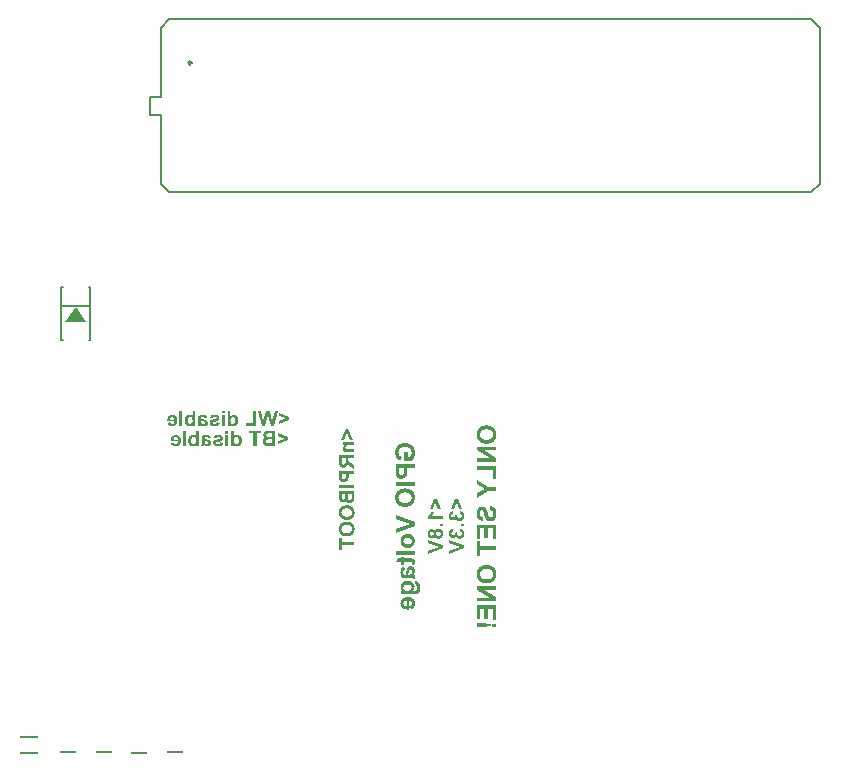
<source format=gbo>
G04*
G04 #@! TF.GenerationSoftware,Altium Limited,Altium Designer,22.10.1 (41)*
G04*
G04 Layer_Color=32896*
%FSAX44Y44*%
%MOMM*%
G71*
G04*
G04 #@! TF.SameCoordinates,19A9066D-69EC-4412-BDAA-CEE194C5A0F3*
G04*
G04*
G04 #@! TF.FilePolarity,Positive*
G04*
G01*
G75*
%ADD10C,0.2000*%
%ADD11C,0.2500*%
%ADD147R,2.5000X0.2500*%
%ADD148R,1.4000X0.2500*%
%ADD149R,1.6000X0.2000*%
G36*
X00117000Y00579000D02*
X00099000D01*
X00108000Y00591500D01*
X00117000Y00579000D01*
D02*
G37*
G36*
X00456810Y00491465D02*
X00457481Y00491396D01*
X00458106Y00491303D01*
X00458684Y00491165D01*
X00459216Y00491003D01*
X00459702Y00490817D01*
X00460165Y00490632D01*
X00460558Y00490424D01*
X00460929Y00490239D01*
X00461230Y00490054D01*
X00461507Y00489869D01*
X00461739Y00489707D01*
X00461900Y00489568D01*
X00462039Y00489475D01*
X00462109Y00489406D01*
X00462132Y00489383D01*
X00462525Y00488966D01*
X00462849Y00488527D01*
X00463150Y00488087D01*
X00463381Y00487601D01*
X00463590Y00487138D01*
X00463775Y00486652D01*
X00463914Y00486213D01*
X00464029Y00485750D01*
X00464122Y00485333D01*
X00464191Y00484940D01*
X00464238Y00484593D01*
X00464261Y00484292D01*
X00464284Y00484061D01*
X00464307Y00483876D01*
Y00483714D01*
X00464284Y00483066D01*
X00464215Y00482464D01*
X00464099Y00481886D01*
X00463960Y00481353D01*
X00463798Y00480844D01*
X00463613Y00480382D01*
X00463428Y00479965D01*
X00463219Y00479572D01*
X00463011Y00479248D01*
X00462826Y00478947D01*
X00462641Y00478692D01*
X00462479Y00478484D01*
X00462340Y00478299D01*
X00462225Y00478183D01*
X00462155Y00478114D01*
X00462132Y00478091D01*
X00461692Y00477720D01*
X00461230Y00477397D01*
X00460744Y00477096D01*
X00460258Y00476864D01*
X00459749Y00476656D01*
X00459240Y00476471D01*
X00458730Y00476332D01*
X00458245Y00476217D01*
X00457805Y00476147D01*
X00457365Y00476078D01*
X00456995Y00476031D01*
X00456671Y00475985D01*
X00456393D01*
X00456185Y00475962D01*
X00456069D01*
X00456023D01*
X00455306Y00475985D01*
X00454635Y00476054D01*
X00454010Y00476147D01*
X00453408Y00476286D01*
X00452876Y00476448D01*
X00452367Y00476633D01*
X00451904Y00476818D01*
X00451511Y00477026D01*
X00451141Y00477235D01*
X00450817Y00477420D01*
X00450539Y00477605D01*
X00450308Y00477767D01*
X00450146Y00477882D01*
X00450007Y00477998D01*
X00449938Y00478068D01*
X00449914Y00478091D01*
X00449521Y00478507D01*
X00449174Y00478947D01*
X00448873Y00479410D01*
X00448619Y00479873D01*
X00448410Y00480358D01*
X00448225Y00480821D01*
X00448086Y00481284D01*
X00447971Y00481724D01*
X00447878Y00482140D01*
X00447809Y00482533D01*
X00447762Y00482881D01*
X00447716Y00483181D01*
Y00483413D01*
X00447693Y00483598D01*
Y00483760D01*
X00447716Y00484454D01*
X00447785Y00485125D01*
X00447901Y00485704D01*
X00448017Y00486213D01*
X00448086Y00486421D01*
X00448133Y00486629D01*
X00448179Y00486791D01*
X00448248Y00486930D01*
X00448271Y00487046D01*
X00448318Y00487138D01*
X00448341Y00487184D01*
Y00487208D01*
X00448526Y00487624D01*
X00448757Y00488018D01*
X00449012Y00488365D01*
X00449243Y00488666D01*
X00449451Y00488920D01*
X00449637Y00489128D01*
X00449752Y00489244D01*
X00449776Y00489267D01*
X00449799Y00489290D01*
X00450169Y00489614D01*
X00450562Y00489915D01*
X00450909Y00490169D01*
X00451256Y00490378D01*
X00451557Y00490540D01*
X00451789Y00490679D01*
X00451881Y00490702D01*
X00451951Y00490748D01*
X00451974Y00490771D01*
X00451997D01*
X00452645Y00491003D01*
X00453339Y00491188D01*
X00454033Y00491303D01*
X00454681Y00491396D01*
X00454982Y00491419D01*
X00455260Y00491442D01*
X00455491Y00491465D01*
X00455699D01*
X00455884Y00491488D01*
X00456000D01*
X00456092D01*
X00456116D01*
X00456810Y00491465D01*
D02*
G37*
G36*
X00464006Y00470432D02*
X00453455D01*
X00464006Y00463929D01*
Y00460690D01*
X00447994D01*
Y00463675D01*
X00458777D01*
X00447994Y00470293D01*
Y00473417D01*
X00464006D01*
Y00470432D01*
D02*
G37*
G36*
Y00445904D02*
X00461299D01*
Y00453956D01*
X00448109D01*
Y00457196D01*
X00464006D01*
Y00445904D01*
D02*
G37*
G36*
X00457273Y00439402D02*
X00464006D01*
Y00436162D01*
X00457296D01*
X00447994Y00430308D01*
Y00434033D01*
X00454334Y00437713D01*
X00447994Y00441484D01*
Y00445256D01*
X00457273Y00439402D01*
D02*
G37*
G36*
X00459286Y00423227D02*
X00459749Y00423135D01*
X00460188Y00422996D01*
X00460582Y00422880D01*
X00460952Y00422718D01*
X00461299Y00422556D01*
X00461600Y00422394D01*
X00461877Y00422232D01*
X00462109Y00422070D01*
X00462317Y00421908D01*
X00462502Y00421769D01*
X00462664Y00421631D01*
X00462780Y00421538D01*
X00462849Y00421446D01*
X00462896Y00421399D01*
X00462919Y00421376D01*
X00463173Y00421052D01*
X00463381Y00420705D01*
X00463567Y00420335D01*
X00463728Y00419941D01*
X00463844Y00419571D01*
X00463960Y00419178D01*
X00464122Y00418414D01*
X00464191Y00418067D01*
X00464238Y00417743D01*
X00464261Y00417466D01*
X00464284Y00417211D01*
X00464307Y00417003D01*
Y00416702D01*
X00464284Y00415961D01*
X00464215Y00415290D01*
X00464122Y00414689D01*
X00464076Y00414434D01*
X00464006Y00414180D01*
X00463960Y00413971D01*
X00463914Y00413786D01*
X00463867Y00413624D01*
X00463821Y00413486D01*
X00463775Y00413370D01*
X00463752Y00413300D01*
X00463728Y00413254D01*
Y00413231D01*
X00463474Y00412722D01*
X00463196Y00412305D01*
X00462919Y00411912D01*
X00462618Y00411611D01*
X00462363Y00411380D01*
X00462132Y00411195D01*
X00461993Y00411102D01*
X00461970Y00411056D01*
X00461947D01*
X00461484Y00410801D01*
X00461044Y00410593D01*
X00460605Y00410454D01*
X00460188Y00410362D01*
X00459864Y00410316D01*
X00459702Y00410292D01*
X00459587Y00410269D01*
X00459494D01*
X00459425D01*
X00459378D01*
X00459355D01*
X00458800Y00410292D01*
X00458314Y00410362D01*
X00457874Y00410477D01*
X00457504Y00410593D01*
X00457203Y00410709D01*
X00456995Y00410825D01*
X00456856Y00410894D01*
X00456810Y00410917D01*
X00456440Y00411172D01*
X00456116Y00411472D01*
X00455838Y00411773D01*
X00455607Y00412051D01*
X00455421Y00412305D01*
X00455283Y00412514D01*
X00455190Y00412653D01*
X00455167Y00412676D01*
Y00412699D01*
X00455051Y00412930D01*
X00454936Y00413162D01*
X00454727Y00413717D01*
X00454542Y00414295D01*
X00454357Y00414851D01*
X00454288Y00415105D01*
X00454218Y00415360D01*
X00454149Y00415591D01*
X00454103Y00415776D01*
X00454056Y00415938D01*
X00454033Y00416054D01*
X00454010Y00416147D01*
Y00416170D01*
X00453894Y00416586D01*
X00453802Y00416956D01*
X00453709Y00417304D01*
X00453617Y00417627D01*
X00453524Y00417882D01*
X00453432Y00418137D01*
X00453339Y00418345D01*
X00453270Y00418530D01*
X00453200Y00418692D01*
X00453131Y00418808D01*
X00453084Y00418923D01*
X00453038Y00418993D01*
X00452969Y00419108D01*
X00452946Y00419132D01*
X00452784Y00419294D01*
X00452622Y00419409D01*
X00452460Y00419479D01*
X00452298Y00419525D01*
X00452182Y00419571D01*
X00452066Y00419594D01*
X00451997D01*
X00451974D01*
X00451742Y00419571D01*
X00451557Y00419525D01*
X00451372Y00419432D01*
X00451233Y00419340D01*
X00451118Y00419247D01*
X00451048Y00419155D01*
X00451002Y00419108D01*
X00450979Y00419085D01*
X00450770Y00418761D01*
X00450632Y00418414D01*
X00450516Y00418044D01*
X00450447Y00417697D01*
X00450400Y00417396D01*
X00450377Y00417142D01*
Y00416910D01*
X00450400Y00416424D01*
X00450470Y00416008D01*
X00450562Y00415661D01*
X00450655Y00415383D01*
X00450747Y00415152D01*
X00450840Y00414990D01*
X00450909Y00414897D01*
X00450932Y00414874D01*
X00451164Y00414642D01*
X00451441Y00414434D01*
X00451719Y00414272D01*
X00452020Y00414157D01*
X00452275Y00414064D01*
X00452483Y00414018D01*
X00452645Y00413971D01*
X00452668D01*
X00452691D01*
X00452575Y00410732D01*
X00452159Y00410755D01*
X00451789Y00410825D01*
X00451418Y00410917D01*
X00451094Y00411033D01*
X00450770Y00411148D01*
X00450470Y00411287D01*
X00450215Y00411426D01*
X00449961Y00411565D01*
X00449752Y00411727D01*
X00449567Y00411866D01*
X00449405Y00412005D01*
X00449266Y00412120D01*
X00449174Y00412213D01*
X00449104Y00412282D01*
X00449058Y00412329D01*
X00449035Y00412352D01*
X00448804Y00412653D01*
X00448595Y00412976D01*
X00448410Y00413324D01*
X00448248Y00413694D01*
X00448133Y00414064D01*
X00448017Y00414434D01*
X00447855Y00415175D01*
X00447809Y00415522D01*
X00447762Y00415823D01*
X00447739Y00416124D01*
X00447716Y00416378D01*
X00447693Y00416586D01*
Y00416864D01*
X00447716Y00417535D01*
X00447785Y00418137D01*
X00447878Y00418669D01*
X00447971Y00419132D01*
X00448040Y00419340D01*
X00448086Y00419525D01*
X00448133Y00419664D01*
X00448179Y00419803D01*
X00448225Y00419895D01*
X00448248Y00419965D01*
X00448271Y00420011D01*
Y00420034D01*
X00448503Y00420497D01*
X00448757Y00420890D01*
X00449035Y00421237D01*
X00449290Y00421515D01*
X00449521Y00421746D01*
X00449706Y00421885D01*
X00449845Y00422001D01*
X00449868Y00422024D01*
X00449891D01*
X00450285Y00422255D01*
X00450701Y00422417D01*
X00451094Y00422533D01*
X00451441Y00422603D01*
X00451742Y00422649D01*
X00451974Y00422695D01*
X00452066D01*
X00452136D01*
X00452159D01*
X00452182D01*
X00452529Y00422672D01*
X00452876Y00422626D01*
X00453177Y00422556D01*
X00453478Y00422464D01*
X00454033Y00422232D01*
X00454519Y00421955D01*
X00454727Y00421839D01*
X00454889Y00421700D01*
X00455051Y00421584D01*
X00455190Y00421469D01*
X00455283Y00421376D01*
X00455352Y00421307D01*
X00455398Y00421260D01*
X00455421Y00421237D01*
X00455583Y00421029D01*
X00455745Y00420774D01*
X00455907Y00420520D01*
X00456046Y00420219D01*
X00456324Y00419641D01*
X00456555Y00419039D01*
X00456648Y00418738D01*
X00456740Y00418484D01*
X00456810Y00418229D01*
X00456879Y00418021D01*
X00456926Y00417859D01*
X00456972Y00417720D01*
X00456995Y00417627D01*
Y00417604D01*
X00457088Y00417234D01*
X00457180Y00416910D01*
X00457249Y00416609D01*
X00457319Y00416332D01*
X00457388Y00416100D01*
X00457435Y00415892D01*
X00457504Y00415707D01*
X00457550Y00415545D01*
X00457574Y00415406D01*
X00457620Y00415290D01*
X00457666Y00415129D01*
X00457712Y00415036D01*
Y00415013D01*
X00457828Y00414712D01*
X00457944Y00414481D01*
X00458059Y00414272D01*
X00458175Y00414110D01*
X00458268Y00413995D01*
X00458337Y00413925D01*
X00458383Y00413879D01*
X00458406Y00413856D01*
X00458568Y00413740D01*
X00458730Y00413647D01*
X00458892Y00413601D01*
X00459031Y00413555D01*
X00459170Y00413532D01*
X00459286Y00413509D01*
X00459355D01*
X00459378D01*
X00459702Y00413532D01*
X00459980Y00413624D01*
X00460258Y00413763D01*
X00460489Y00413902D01*
X00460674Y00414064D01*
X00460813Y00414180D01*
X00460905Y00414272D01*
X00460929Y00414319D01*
X00461137Y00414642D01*
X00461299Y00415013D01*
X00461415Y00415406D01*
X00461484Y00415776D01*
X00461530Y00416124D01*
X00461577Y00416401D01*
Y00416656D01*
X00461553Y00417188D01*
X00461461Y00417651D01*
X00461345Y00418044D01*
X00461206Y00418391D01*
X00461068Y00418669D01*
X00460952Y00418854D01*
X00460859Y00418970D01*
X00460836Y00419016D01*
X00460512Y00419317D01*
X00460165Y00419548D01*
X00459772Y00419756D01*
X00459378Y00419895D01*
X00459031Y00420011D01*
X00458754Y00420103D01*
X00458661Y00420127D01*
X00458568D01*
X00458522Y00420150D01*
X00458499D01*
X00458800Y00423297D01*
X00459286Y00423227D01*
D02*
G37*
G36*
X00464006Y00395344D02*
X00461299D01*
Y00404276D01*
X00456949D01*
Y00396247D01*
X00454241D01*
Y00404276D01*
X00450701D01*
Y00395645D01*
X00447994D01*
Y00407516D01*
X00464006D01*
Y00395344D01*
D02*
G37*
G36*
X00450701Y00388981D02*
X00464006D01*
Y00385741D01*
X00450701D01*
Y00381021D01*
X00447994D01*
Y00393725D01*
X00450701D01*
Y00388981D01*
D02*
G37*
G36*
X00456810Y00373339D02*
X00457481Y00373269D01*
X00458106Y00373177D01*
X00458684Y00373038D01*
X00459216Y00372876D01*
X00459702Y00372691D01*
X00460165Y00372506D01*
X00460558Y00372297D01*
X00460929Y00372112D01*
X00461230Y00371927D01*
X00461507Y00371742D01*
X00461739Y00371580D01*
X00461900Y00371441D01*
X00462039Y00371349D01*
X00462109Y00371279D01*
X00462132Y00371256D01*
X00462525Y00370840D01*
X00462849Y00370400D01*
X00463150Y00369960D01*
X00463381Y00369474D01*
X00463590Y00369012D01*
X00463775Y00368526D01*
X00463914Y00368086D01*
X00464029Y00367623D01*
X00464122Y00367207D01*
X00464191Y00366813D01*
X00464238Y00366466D01*
X00464261Y00366166D01*
X00464284Y00365934D01*
X00464307Y00365749D01*
Y00365587D01*
X00464284Y00364939D01*
X00464215Y00364338D01*
X00464099Y00363759D01*
X00463960Y00363227D01*
X00463798Y00362718D01*
X00463613Y00362255D01*
X00463428Y00361838D01*
X00463219Y00361445D01*
X00463011Y00361121D01*
X00462826Y00360820D01*
X00462641Y00360566D01*
X00462479Y00360358D01*
X00462340Y00360172D01*
X00462225Y00360057D01*
X00462155Y00359987D01*
X00462132Y00359964D01*
X00461692Y00359594D01*
X00461230Y00359270D01*
X00460744Y00358969D01*
X00460258Y00358738D01*
X00459749Y00358530D01*
X00459240Y00358344D01*
X00458730Y00358205D01*
X00458245Y00358090D01*
X00457805Y00358020D01*
X00457365Y00357951D01*
X00456995Y00357905D01*
X00456671Y00357858D01*
X00456393D01*
X00456185Y00357835D01*
X00456069D01*
X00456023D01*
X00455306Y00357858D01*
X00454635Y00357928D01*
X00454010Y00358020D01*
X00453408Y00358159D01*
X00452876Y00358321D01*
X00452367Y00358506D01*
X00451904Y00358691D01*
X00451511Y00358900D01*
X00451141Y00359108D01*
X00450817Y00359293D01*
X00450539Y00359478D01*
X00450308Y00359640D01*
X00450146Y00359756D01*
X00450007Y00359872D01*
X00449938Y00359941D01*
X00449914Y00359964D01*
X00449521Y00360381D01*
X00449174Y00360820D01*
X00448873Y00361283D01*
X00448619Y00361746D01*
X00448410Y00362232D01*
X00448225Y00362695D01*
X00448086Y00363157D01*
X00447971Y00363597D01*
X00447878Y00364013D01*
X00447809Y00364407D01*
X00447762Y00364754D01*
X00447716Y00365055D01*
Y00365286D01*
X00447693Y00365471D01*
Y00365633D01*
X00447716Y00366328D01*
X00447785Y00366998D01*
X00447901Y00367577D01*
X00448017Y00368086D01*
X00448086Y00368294D01*
X00448133Y00368503D01*
X00448179Y00368665D01*
X00448248Y00368803D01*
X00448271Y00368919D01*
X00448318Y00369012D01*
X00448341Y00369058D01*
Y00369081D01*
X00448526Y00369498D01*
X00448757Y00369891D01*
X00449012Y00370238D01*
X00449243Y00370539D01*
X00449451Y00370793D01*
X00449637Y00371002D01*
X00449752Y00371117D01*
X00449776Y00371141D01*
X00449799Y00371164D01*
X00450169Y00371488D01*
X00450562Y00371788D01*
X00450909Y00372043D01*
X00451256Y00372251D01*
X00451557Y00372413D01*
X00451789Y00372552D01*
X00451881Y00372575D01*
X00451951Y00372621D01*
X00451974Y00372645D01*
X00451997D01*
X00452645Y00372876D01*
X00453339Y00373061D01*
X00454033Y00373177D01*
X00454681Y00373269D01*
X00454982Y00373292D01*
X00455260Y00373316D01*
X00455491Y00373339D01*
X00455699D01*
X00455884Y00373362D01*
X00456000D01*
X00456092D01*
X00456116D01*
X00456810Y00373339D01*
D02*
G37*
G36*
X00464006Y00352305D02*
X00453455D01*
X00464006Y00345803D01*
Y00342563D01*
X00447994D01*
Y00345548D01*
X00458777D01*
X00447994Y00352166D01*
Y00355290D01*
X00464006D01*
Y00352305D01*
D02*
G37*
G36*
Y00326967D02*
X00461299D01*
Y00335899D01*
X00456949D01*
Y00327870D01*
X00454241D01*
Y00335899D01*
X00450701D01*
Y00327268D01*
X00447994D01*
Y00339139D01*
X00464006D01*
Y00326967D01*
D02*
G37*
G36*
Y00320627D02*
X00460929D01*
Y00323705D01*
X00464006D01*
Y00320627D01*
D02*
G37*
G36*
X00459864Y00323057D02*
Y00321298D01*
X00451766Y00320511D01*
X00447994D01*
Y00323843D01*
X00451766D01*
X00459864Y00323057D01*
D02*
G37*
G36*
X00342537Y00479205D02*
X00340056D01*
X00337649Y00485352D01*
X00335297Y00479205D01*
X00332798D01*
X00336612Y00488000D01*
X00338723D01*
X00342537Y00479205D01*
D02*
G37*
G36*
X00344000Y00474650D02*
X00339815D01*
X00339538D01*
X00339278D01*
X00339038Y00474631D01*
X00338834Y00474613D01*
X00338630D01*
X00338464Y00474594D01*
X00338297Y00474576D01*
X00338167Y00474557D01*
X00337945Y00474520D01*
X00337797Y00474501D01*
X00337704Y00474464D01*
X00337686D01*
X00337482Y00474390D01*
X00337279Y00474279D01*
X00337130Y00474168D01*
X00336982Y00474057D01*
X00336890Y00473946D01*
X00336797Y00473853D01*
X00336760Y00473798D01*
X00336741Y00473779D01*
X00336630Y00473576D01*
X00336538Y00473372D01*
X00336482Y00473187D01*
X00336427Y00473002D01*
X00336408Y00472853D01*
X00336390Y00472742D01*
Y00472631D01*
X00336408Y00472446D01*
X00336427Y00472279D01*
X00336464Y00472150D01*
X00336519Y00472020D01*
X00336575Y00471909D01*
X00336612Y00471835D01*
X00336630Y00471798D01*
X00336649Y00471779D01*
X00336741Y00471650D01*
X00336853Y00471557D01*
X00337075Y00471391D01*
X00337186Y00471335D01*
X00337260Y00471298D01*
X00337315Y00471261D01*
X00337334D01*
X00337427Y00471224D01*
X00337538Y00471205D01*
X00337816Y00471168D01*
X00338149Y00471131D01*
X00338464Y00471113D01*
X00338778Y00471094D01*
X00338908D01*
X00339038D01*
X00339130D01*
X00339204D01*
X00339260D01*
X00339278D01*
X00344000D01*
Y00468632D01*
X00338241D01*
X00337853D01*
X00337538Y00468650D01*
X00337241Y00468669D01*
X00337019Y00468706D01*
X00336834Y00468724D01*
X00336704Y00468761D01*
X00336612Y00468780D01*
X00336593D01*
X00336371Y00468835D01*
X00336186Y00468909D01*
X00336001Y00468983D01*
X00335853Y00469076D01*
X00335723Y00469150D01*
X00335630Y00469206D01*
X00335575Y00469243D01*
X00335556Y00469261D01*
X00335390Y00469409D01*
X00335242Y00469576D01*
X00335112Y00469743D01*
X00335001Y00469909D01*
X00334908Y00470057D01*
X00334853Y00470187D01*
X00334816Y00470261D01*
X00334797Y00470298D01*
X00334705Y00470557D01*
X00334631Y00470817D01*
X00334575Y00471057D01*
X00334538Y00471279D01*
X00334520Y00471483D01*
X00334501Y00471650D01*
Y00471779D01*
X00334520Y00472113D01*
X00334575Y00472446D01*
X00334649Y00472742D01*
X00334742Y00473039D01*
X00334871Y00473316D01*
X00335001Y00473557D01*
X00335149Y00473798D01*
X00335279Y00474001D01*
X00335427Y00474187D01*
X00335575Y00474353D01*
X00335705Y00474501D01*
X00335834Y00474613D01*
X00335927Y00474705D01*
X00336001Y00474779D01*
X00336056Y00474816D01*
X00336075Y00474835D01*
X00334705D01*
Y00477112D01*
X00344000D01*
Y00474650D01*
D02*
G37*
G36*
Y00463521D02*
X00338649D01*
Y00462688D01*
X00338667Y00462429D01*
X00338686Y00462206D01*
X00338723Y00462021D01*
X00338741Y00461873D01*
X00338778Y00461781D01*
X00338797Y00461725D01*
Y00461706D01*
X00338871Y00461558D01*
X00338945Y00461410D01*
X00339038Y00461281D01*
X00339112Y00461151D01*
X00339204Y00461058D01*
X00339278Y00460984D01*
X00339315Y00460947D01*
X00339334Y00460929D01*
X00339426Y00460855D01*
X00339519Y00460762D01*
X00339797Y00460558D01*
X00340093Y00460336D01*
X00340426Y00460095D01*
X00340723Y00459892D01*
X00340871Y00459799D01*
X00340982Y00459725D01*
X00341074Y00459651D01*
X00341148Y00459595D01*
X00341204Y00459577D01*
X00341222Y00459558D01*
X00344000Y00457707D01*
Y00454596D01*
X00341500Y00456170D01*
X00341241Y00456337D01*
X00340982Y00456503D01*
X00340760Y00456651D01*
X00340556Y00456800D01*
X00340371Y00456929D01*
X00340186Y00457040D01*
X00339908Y00457262D01*
X00339686Y00457429D01*
X00339538Y00457540D01*
X00339445Y00457633D01*
X00339426Y00457651D01*
X00339204Y00457855D01*
X00339001Y00458096D01*
X00338834Y00458318D01*
X00338667Y00458540D01*
X00338538Y00458725D01*
X00338445Y00458873D01*
X00338371Y00458984D01*
X00338352Y00459003D01*
Y00459021D01*
X00338297Y00458707D01*
X00338223Y00458429D01*
X00338149Y00458170D01*
X00338056Y00457910D01*
X00337964Y00457688D01*
X00337871Y00457485D01*
X00337778Y00457281D01*
X00337667Y00457114D01*
X00337575Y00456966D01*
X00337482Y00456837D01*
X00337390Y00456726D01*
X00337315Y00456651D01*
X00337260Y00456577D01*
X00337204Y00456522D01*
X00337186Y00456503D01*
X00337167Y00456485D01*
X00336982Y00456337D01*
X00336797Y00456207D01*
X00336390Y00455985D01*
X00336001Y00455837D01*
X00335612Y00455744D01*
X00335279Y00455670D01*
X00335149Y00455652D01*
X00335019D01*
X00334927Y00455633D01*
X00334834D01*
X00334797D01*
X00334779D01*
X00334371Y00455652D01*
X00333983Y00455726D01*
X00333649Y00455818D01*
X00333353Y00455911D01*
X00333112Y00456022D01*
X00332927Y00456114D01*
X00332872Y00456151D01*
X00332816Y00456189D01*
X00332798Y00456207D01*
X00332779D01*
X00332464Y00456429D01*
X00332205Y00456670D01*
X00332001Y00456911D01*
X00331816Y00457151D01*
X00331705Y00457374D01*
X00331612Y00457540D01*
X00331557Y00457651D01*
X00331538Y00457670D01*
Y00457688D01*
X00331483Y00457873D01*
X00331427Y00458077D01*
X00331335Y00458540D01*
X00331279Y00459040D01*
X00331223Y00459521D01*
Y00459762D01*
X00331205Y00459966D01*
Y00460169D01*
X00331186Y00460336D01*
Y00466113D01*
X00344000D01*
Y00463521D01*
D02*
G37*
G36*
Y00450597D02*
X00339167D01*
Y00448300D01*
X00339149Y00448023D01*
Y00447763D01*
X00339130Y00447523D01*
X00339112Y00447300D01*
X00339093Y00447097D01*
X00339075Y00446930D01*
Y00446763D01*
X00339056Y00446634D01*
X00339038Y00446504D01*
X00339019Y00446412D01*
Y00446338D01*
X00339001Y00446282D01*
Y00446245D01*
X00338926Y00445986D01*
X00338834Y00445745D01*
X00338741Y00445523D01*
X00338630Y00445319D01*
X00338538Y00445153D01*
X00338464Y00445023D01*
X00338408Y00444949D01*
X00338390Y00444912D01*
X00338204Y00444671D01*
X00338001Y00444468D01*
X00337778Y00444264D01*
X00337593Y00444116D01*
X00337408Y00443986D01*
X00337260Y00443893D01*
X00337167Y00443838D01*
X00337130Y00443819D01*
X00336816Y00443671D01*
X00336482Y00443560D01*
X00336130Y00443486D01*
X00335816Y00443430D01*
X00335556Y00443394D01*
X00335427D01*
X00335334Y00443375D01*
X00335242D01*
X00335186D01*
X00335149D01*
X00335131D01*
X00334594Y00443412D01*
X00334094Y00443486D01*
X00333686Y00443616D01*
X00333316Y00443745D01*
X00333168Y00443819D01*
X00333038Y00443893D01*
X00332927Y00443949D01*
X00332816Y00444023D01*
X00332742Y00444060D01*
X00332686Y00444097D01*
X00332668Y00444134D01*
X00332649D01*
X00332316Y00444430D01*
X00332038Y00444727D01*
X00331816Y00445042D01*
X00331649Y00445319D01*
X00331538Y00445578D01*
X00331446Y00445782D01*
X00331427Y00445856D01*
X00331409Y00445912D01*
X00331390Y00445949D01*
Y00445967D01*
X00331353Y00446115D01*
X00331316Y00446301D01*
X00331298Y00446523D01*
X00331279Y00446745D01*
X00331242Y00447263D01*
X00331205Y00447782D01*
Y00448263D01*
X00331186Y00448467D01*
Y00453189D01*
X00344000D01*
Y00450597D01*
D02*
G37*
G36*
Y00438746D02*
X00331186D01*
Y00441338D01*
X00344000D01*
Y00438746D01*
D02*
G37*
G36*
Y00430710D02*
X00343982Y00430395D01*
Y00429839D01*
X00343963Y00429617D01*
Y00429265D01*
X00343944Y00429136D01*
Y00428951D01*
X00343926Y00428876D01*
Y00428802D01*
X00343870Y00428432D01*
X00343778Y00428099D01*
X00343685Y00427803D01*
X00343574Y00427543D01*
X00343481Y00427340D01*
X00343389Y00427192D01*
X00343333Y00427099D01*
X00343315Y00427062D01*
X00343111Y00426803D01*
X00342889Y00426599D01*
X00342685Y00426395D01*
X00342463Y00426247D01*
X00342278Y00426118D01*
X00342130Y00426025D01*
X00342037Y00425969D01*
X00342000Y00425951D01*
X00341685Y00425821D01*
X00341389Y00425710D01*
X00341093Y00425636D01*
X00340834Y00425599D01*
X00340611Y00425562D01*
X00340445Y00425544D01*
X00340334D01*
X00340315D01*
X00340297D01*
X00339889Y00425562D01*
X00339519Y00425636D01*
X00339204Y00425747D01*
X00338908Y00425858D01*
X00338686Y00425969D01*
X00338519Y00426081D01*
X00338408Y00426155D01*
X00338371Y00426173D01*
X00338075Y00426432D01*
X00337834Y00426710D01*
X00337630Y00427025D01*
X00337482Y00427303D01*
X00337352Y00427562D01*
X00337260Y00427784D01*
X00337241Y00427858D01*
X00337223Y00427914D01*
X00337204Y00427951D01*
Y00427969D01*
X00337038Y00427673D01*
X00336871Y00427414D01*
X00336667Y00427192D01*
X00336501Y00427006D01*
X00336334Y00426877D01*
X00336204Y00426766D01*
X00336112Y00426692D01*
X00336075Y00426673D01*
X00335779Y00426506D01*
X00335501Y00426377D01*
X00335223Y00426303D01*
X00334964Y00426229D01*
X00334742Y00426192D01*
X00334575Y00426173D01*
X00334464D01*
X00334445D01*
X00334427D01*
X00334131Y00426192D01*
X00333834Y00426229D01*
X00333594Y00426303D01*
X00333372Y00426377D01*
X00333186Y00426451D01*
X00333038Y00426525D01*
X00332964Y00426562D01*
X00332927Y00426580D01*
X00332686Y00426729D01*
X00332483Y00426895D01*
X00332298Y00427062D01*
X00332131Y00427210D01*
X00332020Y00427358D01*
X00331927Y00427469D01*
X00331872Y00427543D01*
X00331853Y00427562D01*
X00331705Y00427784D01*
X00331594Y00428025D01*
X00331501Y00428247D01*
X00331427Y00428451D01*
X00331372Y00428636D01*
X00331335Y00428765D01*
X00331316Y00428858D01*
Y00428895D01*
X00331279Y00429210D01*
X00331242Y00429562D01*
X00331223Y00429932D01*
X00331205Y00430302D01*
X00331186Y00430636D01*
Y00436265D01*
X00344000D01*
Y00430710D01*
D02*
G37*
G36*
X00338241Y00423858D02*
X00338778Y00423803D01*
X00339278Y00423729D01*
X00339741Y00423618D01*
X00340167Y00423488D01*
X00340556Y00423340D01*
X00340926Y00423192D01*
X00341241Y00423025D01*
X00341537Y00422877D01*
X00341778Y00422729D01*
X00342000Y00422581D01*
X00342185Y00422451D01*
X00342315Y00422340D01*
X00342426Y00422266D01*
X00342482Y00422211D01*
X00342500Y00422192D01*
X00342815Y00421859D01*
X00343074Y00421507D01*
X00343315Y00421155D01*
X00343500Y00420766D01*
X00343667Y00420396D01*
X00343815Y00420007D01*
X00343926Y00419655D01*
X00344019Y00419285D01*
X00344093Y00418952D01*
X00344148Y00418637D01*
X00344185Y00418359D01*
X00344204Y00418118D01*
X00344222Y00417933D01*
X00344241Y00417785D01*
Y00417655D01*
X00344222Y00417137D01*
X00344167Y00416656D01*
X00344074Y00416193D01*
X00343963Y00415767D01*
X00343833Y00415359D01*
X00343685Y00414989D01*
X00343537Y00414656D01*
X00343370Y00414341D01*
X00343204Y00414082D01*
X00343056Y00413841D01*
X00342907Y00413637D01*
X00342778Y00413471D01*
X00342667Y00413322D01*
X00342574Y00413230D01*
X00342519Y00413174D01*
X00342500Y00413156D01*
X00342148Y00412860D01*
X00341778Y00412600D01*
X00341389Y00412360D01*
X00341000Y00412174D01*
X00340593Y00412008D01*
X00340186Y00411860D01*
X00339778Y00411749D01*
X00339389Y00411656D01*
X00339038Y00411600D01*
X00338686Y00411545D01*
X00338390Y00411508D01*
X00338130Y00411471D01*
X00337908D01*
X00337741Y00411452D01*
X00337649D01*
X00337612D01*
X00337038Y00411471D01*
X00336501Y00411526D01*
X00336001Y00411600D01*
X00335519Y00411712D01*
X00335093Y00411841D01*
X00334686Y00411989D01*
X00334316Y00412137D01*
X00334001Y00412304D01*
X00333705Y00412471D01*
X00333446Y00412619D01*
X00333223Y00412767D01*
X00333038Y00412897D01*
X00332909Y00412989D01*
X00332798Y00413082D01*
X00332742Y00413137D01*
X00332723Y00413156D01*
X00332409Y00413489D01*
X00332131Y00413841D01*
X00331890Y00414211D01*
X00331687Y00414582D01*
X00331520Y00414971D01*
X00331372Y00415341D01*
X00331261Y00415711D01*
X00331168Y00416063D01*
X00331094Y00416396D01*
X00331038Y00416711D01*
X00331001Y00416989D01*
X00330964Y00417229D01*
Y00417415D01*
X00330946Y00417563D01*
Y00417692D01*
X00330964Y00418248D01*
X00331020Y00418785D01*
X00331112Y00419248D01*
X00331205Y00419655D01*
X00331261Y00419822D01*
X00331298Y00419989D01*
X00331335Y00420118D01*
X00331390Y00420229D01*
X00331409Y00420322D01*
X00331446Y00420396D01*
X00331464Y00420433D01*
Y00420451D01*
X00331612Y00420785D01*
X00331798Y00421100D01*
X00332001Y00421377D01*
X00332186Y00421618D01*
X00332353Y00421822D01*
X00332501Y00421988D01*
X00332594Y00422081D01*
X00332612Y00422099D01*
X00332631Y00422118D01*
X00332927Y00422377D01*
X00333242Y00422618D01*
X00333520Y00422822D01*
X00333797Y00422988D01*
X00334038Y00423118D01*
X00334223Y00423229D01*
X00334297Y00423247D01*
X00334353Y00423284D01*
X00334371Y00423303D01*
X00334390D01*
X00334908Y00423488D01*
X00335464Y00423636D01*
X00336019Y00423729D01*
X00336538Y00423803D01*
X00336778Y00423821D01*
X00337001Y00423840D01*
X00337186Y00423858D01*
X00337352D01*
X00337501Y00423877D01*
X00337593D01*
X00337667D01*
X00337686D01*
X00338241Y00423858D01*
D02*
G37*
G36*
Y00409934D02*
X00338778Y00409879D01*
X00339278Y00409804D01*
X00339741Y00409693D01*
X00340167Y00409564D01*
X00340556Y00409416D01*
X00340926Y00409267D01*
X00341241Y00409101D01*
X00341537Y00408953D01*
X00341778Y00408805D01*
X00342000Y00408656D01*
X00342185Y00408527D01*
X00342315Y00408416D01*
X00342426Y00408342D01*
X00342482Y00408286D01*
X00342500Y00408268D01*
X00342815Y00407934D01*
X00343074Y00407582D01*
X00343315Y00407231D01*
X00343500Y00406842D01*
X00343667Y00406471D01*
X00343815Y00406083D01*
X00343926Y00405731D01*
X00344019Y00405360D01*
X00344093Y00405027D01*
X00344148Y00404712D01*
X00344185Y00404435D01*
X00344204Y00404194D01*
X00344222Y00404009D01*
X00344241Y00403861D01*
Y00403731D01*
X00344222Y00403213D01*
X00344167Y00402731D01*
X00344074Y00402268D01*
X00343963Y00401842D01*
X00343833Y00401435D01*
X00343685Y00401065D01*
X00343537Y00400731D01*
X00343370Y00400416D01*
X00343204Y00400157D01*
X00343056Y00399916D01*
X00342907Y00399713D01*
X00342778Y00399546D01*
X00342667Y00399398D01*
X00342574Y00399305D01*
X00342519Y00399250D01*
X00342500Y00399231D01*
X00342148Y00398935D01*
X00341778Y00398676D01*
X00341389Y00398435D01*
X00341000Y00398250D01*
X00340593Y00398083D01*
X00340186Y00397935D01*
X00339778Y00397824D01*
X00339389Y00397732D01*
X00339038Y00397676D01*
X00338686Y00397621D01*
X00338390Y00397583D01*
X00338130Y00397546D01*
X00337908D01*
X00337741Y00397528D01*
X00337649D01*
X00337612D01*
X00337038Y00397546D01*
X00336501Y00397602D01*
X00336001Y00397676D01*
X00335519Y00397787D01*
X00335093Y00397917D01*
X00334686Y00398065D01*
X00334316Y00398213D01*
X00334001Y00398380D01*
X00333705Y00398546D01*
X00333446Y00398694D01*
X00333223Y00398843D01*
X00333038Y00398972D01*
X00332909Y00399065D01*
X00332798Y00399157D01*
X00332742Y00399213D01*
X00332723Y00399231D01*
X00332409Y00399565D01*
X00332131Y00399916D01*
X00331890Y00400287D01*
X00331687Y00400657D01*
X00331520Y00401046D01*
X00331372Y00401416D01*
X00331261Y00401787D01*
X00331168Y00402138D01*
X00331094Y00402472D01*
X00331038Y00402787D01*
X00331001Y00403064D01*
X00330964Y00403305D01*
Y00403490D01*
X00330946Y00403638D01*
Y00403768D01*
X00330964Y00404324D01*
X00331020Y00404860D01*
X00331112Y00405323D01*
X00331205Y00405731D01*
X00331261Y00405897D01*
X00331298Y00406064D01*
X00331335Y00406194D01*
X00331390Y00406305D01*
X00331409Y00406397D01*
X00331446Y00406471D01*
X00331464Y00406508D01*
Y00406527D01*
X00331612Y00406860D01*
X00331798Y00407175D01*
X00332001Y00407453D01*
X00332186Y00407693D01*
X00332353Y00407897D01*
X00332501Y00408064D01*
X00332594Y00408156D01*
X00332612Y00408175D01*
X00332631Y00408193D01*
X00332927Y00408453D01*
X00333242Y00408693D01*
X00333520Y00408897D01*
X00333797Y00409064D01*
X00334038Y00409193D01*
X00334223Y00409304D01*
X00334297Y00409323D01*
X00334353Y00409360D01*
X00334371Y00409379D01*
X00334390D01*
X00334908Y00409564D01*
X00335464Y00409712D01*
X00336019Y00409804D01*
X00336538Y00409879D01*
X00336778Y00409897D01*
X00337001Y00409916D01*
X00337186Y00409934D01*
X00337352D01*
X00337501Y00409953D01*
X00337593D01*
X00337667D01*
X00337686D01*
X00338241Y00409934D01*
D02*
G37*
G36*
X00333353Y00392603D02*
X00344000D01*
Y00390010D01*
X00333353D01*
Y00386233D01*
X00331186D01*
Y00396398D01*
X00333353D01*
Y00392603D01*
D02*
G37*
G36*
X00237302Y00484536D02*
X00234839D01*
Y00486814D01*
X00237302D01*
Y00484536D01*
D02*
G37*
G36*
X00212489Y00474000D02*
X00210212D01*
Y00475352D01*
X00209990Y00475074D01*
X00209767Y00474833D01*
X00209545Y00474648D01*
X00209342Y00474481D01*
X00209156Y00474352D01*
X00209008Y00474259D01*
X00208916Y00474204D01*
X00208879Y00474185D01*
X00208582Y00474055D01*
X00208305Y00473963D01*
X00208045Y00473889D01*
X00207805Y00473852D01*
X00207601Y00473815D01*
X00207434Y00473796D01*
X00207305D01*
X00207008Y00473815D01*
X00206712Y00473852D01*
X00206453Y00473907D01*
X00206194Y00474000D01*
X00205712Y00474204D01*
X00205509Y00474315D01*
X00205305Y00474444D01*
X00205138Y00474556D01*
X00204990Y00474667D01*
X00204860Y00474778D01*
X00204749Y00474870D01*
X00204657Y00474963D01*
X00204601Y00475018D01*
X00204564Y00475055D01*
X00204546Y00475074D01*
X00204342Y00475333D01*
X00204175Y00475592D01*
X00204009Y00475889D01*
X00203879Y00476185D01*
X00203768Y00476500D01*
X00203675Y00476796D01*
X00203546Y00477388D01*
X00203490Y00477666D01*
X00203453Y00477925D01*
X00203435Y00478148D01*
X00203416Y00478351D01*
X00203398Y00478518D01*
Y00478629D01*
Y00478722D01*
Y00478740D01*
X00203416Y00479166D01*
X00203453Y00479555D01*
X00203509Y00479925D01*
X00203564Y00480259D01*
X00203657Y00480573D01*
X00203750Y00480870D01*
X00203861Y00481129D01*
X00203953Y00481370D01*
X00204064Y00481573D01*
X00204175Y00481758D01*
X00204268Y00481907D01*
X00204342Y00482036D01*
X00204416Y00482129D01*
X00204472Y00482203D01*
X00204509Y00482240D01*
X00204527Y00482258D01*
X00204749Y00482481D01*
X00204972Y00482666D01*
X00205194Y00482832D01*
X00205434Y00482980D01*
X00205675Y00483092D01*
X00205897Y00483203D01*
X00206342Y00483351D01*
X00206564Y00483388D01*
X00206749Y00483425D01*
X00206916Y00483462D01*
X00207064Y00483480D01*
X00207175Y00483499D01*
X00207342D01*
X00207619Y00483480D01*
X00207897Y00483443D01*
X00208175Y00483388D01*
X00208416Y00483295D01*
X00208879Y00483092D01*
X00209267Y00482851D01*
X00209434Y00482740D01*
X00209582Y00482610D01*
X00209712Y00482499D01*
X00209823Y00482407D01*
X00209916Y00482314D01*
X00209971Y00482258D01*
X00210008Y00482221D01*
X00210027Y00482203D01*
Y00486814D01*
X00212489D01*
Y00474000D01*
D02*
G37*
G36*
X00219359Y00483462D02*
X00219655Y00483443D01*
X00219914Y00483388D01*
X00220174Y00483351D01*
X00220396Y00483295D01*
X00220600Y00483221D01*
X00220785Y00483166D01*
X00220933Y00483110D01*
X00221081Y00483036D01*
X00221192Y00482980D01*
X00221303Y00482943D01*
X00221377Y00482888D01*
X00221433Y00482869D01*
X00221451Y00482832D01*
X00221470D01*
X00221785Y00482555D01*
X00222044Y00482240D01*
X00222266Y00481907D01*
X00222451Y00481592D01*
X00222581Y00481296D01*
X00222636Y00481166D01*
X00222673Y00481055D01*
X00222710Y00480962D01*
X00222729Y00480888D01*
X00222747Y00480851D01*
Y00480833D01*
X00220544Y00480425D01*
X00220452Y00480648D01*
X00220359Y00480833D01*
X00220266Y00480999D01*
X00220155Y00481129D01*
X00220081Y00481222D01*
X00220007Y00481277D01*
X00219970Y00481314D01*
X00219951Y00481333D01*
X00219803Y00481425D01*
X00219637Y00481499D01*
X00219452Y00481536D01*
X00219285Y00481573D01*
X00219137Y00481592D01*
X00219026Y00481610D01*
X00218915D01*
X00218581Y00481592D01*
X00218304Y00481555D01*
X00218081Y00481518D01*
X00217896Y00481462D01*
X00217766Y00481388D01*
X00217674Y00481351D01*
X00217618Y00481314D01*
X00217600Y00481296D01*
X00217470Y00481166D01*
X00217378Y00481018D01*
X00217322Y00480851D01*
X00217267Y00480685D01*
X00217248Y00480518D01*
X00217230Y00480388D01*
Y00480314D01*
Y00480277D01*
Y00480036D01*
X00217359Y00479981D01*
X00217526Y00479925D01*
X00217878Y00479814D01*
X00218285Y00479722D01*
X00218674Y00479629D01*
X00219044Y00479537D01*
X00219211Y00479499D01*
X00219359Y00479481D01*
X00219470Y00479462D01*
X00219563Y00479444D01*
X00219618Y00479425D01*
X00219637D01*
X00220081Y00479333D01*
X00220488Y00479240D01*
X00220822Y00479148D01*
X00221099Y00479055D01*
X00221322Y00478962D01*
X00221470Y00478907D01*
X00221562Y00478870D01*
X00221600Y00478851D01*
X00221840Y00478722D01*
X00222044Y00478574D01*
X00222229Y00478407D01*
X00222359Y00478259D01*
X00222488Y00478129D01*
X00222562Y00478018D01*
X00222618Y00477944D01*
X00222636Y00477907D01*
X00222766Y00477666D01*
X00222859Y00477426D01*
X00222914Y00477203D01*
X00222951Y00476981D01*
X00222988Y00476796D01*
X00223007Y00476648D01*
Y00476555D01*
Y00476518D01*
X00222988Y00476296D01*
X00222970Y00476092D01*
X00222877Y00475704D01*
X00222747Y00475370D01*
X00222599Y00475093D01*
X00222451Y00474870D01*
X00222322Y00474704D01*
X00222229Y00474593D01*
X00222192Y00474574D01*
Y00474556D01*
X00221859Y00474296D01*
X00221488Y00474111D01*
X00221118Y00473982D01*
X00220748Y00473889D01*
X00220433Y00473833D01*
X00220285Y00473815D01*
X00220174D01*
X00220063Y00473796D01*
X00219933D01*
X00219637Y00473815D01*
X00219340Y00473852D01*
X00219081Y00473889D01*
X00218859Y00473944D01*
X00218674Y00474000D01*
X00218526Y00474055D01*
X00218433Y00474074D01*
X00218396Y00474093D01*
X00218137Y00474222D01*
X00217878Y00474352D01*
X00217655Y00474519D01*
X00217452Y00474667D01*
X00217285Y00474796D01*
X00217155Y00474907D01*
X00217081Y00474981D01*
X00217044Y00475000D01*
X00217026Y00474926D01*
X00216989Y00474833D01*
X00216970Y00474759D01*
X00216952Y00474741D01*
Y00474722D01*
X00216896Y00474556D01*
X00216859Y00474407D01*
X00216822Y00474278D01*
X00216785Y00474185D01*
X00216748Y00474111D01*
X00216730Y00474037D01*
X00216711Y00474019D01*
Y00474000D01*
X00214285Y00474000D01*
X00214396Y00474241D01*
X00214489Y00474463D01*
X00214563Y00474667D01*
X00214637Y00474852D01*
X00214674Y00475000D01*
X00214711Y00475130D01*
X00214730Y00475204D01*
Y00475222D01*
X00214767Y00475463D01*
X00214785Y00475759D01*
X00214822Y00476055D01*
Y00476352D01*
X00214841Y00476611D01*
Y00476833D01*
Y00476926D01*
Y00476981D01*
Y00477018D01*
Y00477037D01*
X00214804Y00479907D01*
Y00480203D01*
X00214822Y00480462D01*
X00214841Y00480703D01*
X00214859Y00480925D01*
X00214878Y00481129D01*
X00214915Y00481314D01*
X00214933Y00481481D01*
X00214970Y00481610D01*
X00215008Y00481740D01*
X00215026Y00481833D01*
X00215082Y00481999D01*
X00215119Y00482073D01*
X00215137Y00482110D01*
X00215285Y00482314D01*
X00215452Y00482518D01*
X00215637Y00482684D01*
X00215841Y00482832D01*
X00216007Y00482943D01*
X00216156Y00483018D01*
X00216248Y00483073D01*
X00216267Y00483092D01*
X00216285D01*
X00216452Y00483166D01*
X00216618Y00483221D01*
X00217007Y00483332D01*
X00217415Y00483406D01*
X00217804Y00483443D01*
X00218174Y00483480D01*
X00218322D01*
X00218452Y00483499D01*
X00219063D01*
X00219359Y00483462D01*
D02*
G37*
G36*
X00193269Y00483480D02*
X00193584Y00483443D01*
X00193899Y00483369D01*
X00194176Y00483295D01*
X00194454Y00483203D01*
X00194695Y00483092D01*
X00194936Y00482962D01*
X00195139Y00482851D01*
X00195324Y00482721D01*
X00195491Y00482592D01*
X00195639Y00482481D01*
X00195750Y00482388D01*
X00195843Y00482314D01*
X00195917Y00482240D01*
X00195954Y00482203D01*
X00195972Y00482184D01*
X00196176Y00481925D01*
X00196361Y00481647D01*
X00196528Y00481370D01*
X00196676Y00481073D01*
X00196787Y00480759D01*
X00196880Y00480462D01*
X00197028Y00479888D01*
X00197083Y00479610D01*
X00197120Y00479370D01*
X00197139Y00479148D01*
X00197158Y00478962D01*
X00197176Y00478796D01*
Y00478666D01*
Y00478592D01*
Y00478574D01*
X00197158Y00478222D01*
X00197139Y00477870D01*
X00197083Y00477555D01*
X00197028Y00477259D01*
X00196972Y00476963D01*
X00196880Y00476703D01*
X00196806Y00476463D01*
X00196713Y00476241D01*
X00196639Y00476037D01*
X00196546Y00475870D01*
X00196472Y00475722D01*
X00196417Y00475592D01*
X00196343Y00475500D01*
X00196306Y00475426D01*
X00196287Y00475389D01*
X00196269Y00475370D01*
X00196028Y00475092D01*
X00195787Y00474852D01*
X00195510Y00474648D01*
X00195213Y00474463D01*
X00194917Y00474315D01*
X00194621Y00474185D01*
X00194324Y00474074D01*
X00194028Y00474000D01*
X00193769Y00473926D01*
X00193510Y00473889D01*
X00193269Y00473852D01*
X00193065Y00473815D01*
X00192899D01*
X00192788Y00473796D01*
X00192677D01*
X00192140Y00473833D01*
X00191640Y00473907D01*
X00191214Y00474019D01*
X00190843Y00474148D01*
X00190677Y00474222D01*
X00190547Y00474278D01*
X00190417Y00474333D01*
X00190325Y00474389D01*
X00190251Y00474444D01*
X00190177Y00474463D01*
X00190158Y00474500D01*
X00190140D01*
X00189788Y00474796D01*
X00189473Y00475111D01*
X00189214Y00475463D01*
X00189010Y00475796D01*
X00188844Y00476092D01*
X00188788Y00476222D01*
X00188732Y00476333D01*
X00188696Y00476426D01*
X00188658Y00476500D01*
X00188640Y00476537D01*
Y00476555D01*
X00191084Y00476963D01*
X00191177Y00476722D01*
X00191269Y00476500D01*
X00191362Y00476333D01*
X00191473Y00476185D01*
X00191547Y00476074D01*
X00191621Y00476000D01*
X00191677Y00475963D01*
X00191695Y00475944D01*
X00191843Y00475833D01*
X00192010Y00475759D01*
X00192177Y00475704D01*
X00192325Y00475667D01*
X00192454Y00475648D01*
X00192565Y00475629D01*
X00192658D01*
X00192954Y00475648D01*
X00193232Y00475722D01*
X00193491Y00475815D01*
X00193695Y00475926D01*
X00193862Y00476037D01*
X00193973Y00476129D01*
X00194065Y00476203D01*
X00194084Y00476222D01*
X00194269Y00476463D01*
X00194399Y00476740D01*
X00194510Y00477037D01*
X00194584Y00477296D01*
X00194621Y00477555D01*
X00194639Y00477740D01*
X00194658Y00477814D01*
Y00477870D01*
Y00477907D01*
Y00477925D01*
X00188510D01*
Y00478444D01*
X00188547Y00478907D01*
X00188603Y00479351D01*
X00188677Y00479759D01*
X00188769Y00480148D01*
X00188862Y00480481D01*
X00188973Y00480796D01*
X00189084Y00481073D01*
X00189195Y00481314D01*
X00189307Y00481536D01*
X00189399Y00481703D01*
X00189492Y00481851D01*
X00189566Y00481962D01*
X00189621Y00482055D01*
X00189658Y00482092D01*
X00189677Y00482110D01*
X00189899Y00482351D01*
X00190158Y00482573D01*
X00190417Y00482758D01*
X00190677Y00482906D01*
X00190954Y00483055D01*
X00191232Y00483166D01*
X00191492Y00483258D01*
X00191751Y00483332D01*
X00191991Y00483388D01*
X00192214Y00483425D01*
X00192417Y00483462D01*
X00192584Y00483480D01*
X00192732Y00483499D01*
X00192936D01*
X00193269Y00483480D01*
D02*
G37*
G36*
X00288000Y00481388D02*
Y00479277D01*
X00279205Y00475463D01*
Y00477944D01*
X00285352Y00480351D01*
X00279205Y00482703D01*
Y00485202D01*
X00288000Y00481388D01*
D02*
G37*
G36*
X00277057Y00474000D02*
X00271502D01*
X00271187Y00474019D01*
X00270631D01*
X00270409Y00474037D01*
X00270057D01*
X00269928Y00474055D01*
X00269743D01*
X00269669Y00474074D01*
X00269594D01*
X00269224Y00474130D01*
X00268891Y00474222D01*
X00268595Y00474315D01*
X00268335Y00474426D01*
X00268132Y00474519D01*
X00267984Y00474611D01*
X00267891Y00474667D01*
X00267854Y00474685D01*
X00267595Y00474889D01*
X00267391Y00475111D01*
X00267187Y00475315D01*
X00267039Y00475537D01*
X00266910Y00475722D01*
X00266817Y00475870D01*
X00266761Y00475963D01*
X00266743Y00476000D01*
X00266613Y00476315D01*
X00266502Y00476611D01*
X00266428Y00476907D01*
X00266391Y00477166D01*
X00266354Y00477388D01*
X00266336Y00477555D01*
Y00477666D01*
Y00477685D01*
Y00477703D01*
X00266354Y00478111D01*
X00266428Y00478481D01*
X00266539Y00478796D01*
X00266650Y00479092D01*
X00266761Y00479314D01*
X00266873Y00479481D01*
X00266947Y00479592D01*
X00266965Y00479629D01*
X00267224Y00479925D01*
X00267502Y00480166D01*
X00267817Y00480370D01*
X00268095Y00480518D01*
X00268354Y00480648D01*
X00268576Y00480740D01*
X00268650Y00480759D01*
X00268706Y00480777D01*
X00268743Y00480796D01*
X00268761D01*
X00268465Y00480962D01*
X00268206Y00481129D01*
X00267984Y00481333D01*
X00267798Y00481499D01*
X00267669Y00481666D01*
X00267558Y00481796D01*
X00267484Y00481888D01*
X00267465Y00481925D01*
X00267298Y00482221D01*
X00267169Y00482499D01*
X00267095Y00482777D01*
X00267021Y00483036D01*
X00266984Y00483258D01*
X00266965Y00483425D01*
Y00483536D01*
Y00483555D01*
Y00483573D01*
X00266984Y00483869D01*
X00267021Y00484166D01*
X00267095Y00484406D01*
X00267169Y00484628D01*
X00267243Y00484814D01*
X00267317Y00484962D01*
X00267354Y00485036D01*
X00267372Y00485073D01*
X00267521Y00485314D01*
X00267687Y00485517D01*
X00267854Y00485703D01*
X00268002Y00485869D01*
X00268150Y00485980D01*
X00268261Y00486073D01*
X00268335Y00486128D01*
X00268354Y00486147D01*
X00268576Y00486295D01*
X00268817Y00486406D01*
X00269039Y00486499D01*
X00269243Y00486573D01*
X00269428Y00486628D01*
X00269557Y00486665D01*
X00269650Y00486684D01*
X00269687D01*
X00270002Y00486721D01*
X00270354Y00486758D01*
X00270724Y00486776D01*
X00271094Y00486795D01*
X00271428Y00486814D01*
X00277057D01*
Y00474000D01*
D02*
G37*
G36*
X00265039Y00484647D02*
X00261243D01*
Y00474000D01*
X00258651D01*
Y00484647D01*
X00254874D01*
Y00486814D01*
X00265039D01*
Y00484647D01*
D02*
G37*
G36*
X00237302Y00474000D02*
X00234839D01*
Y00483295D01*
X00237302D01*
Y00474000D01*
D02*
G37*
G36*
X00201453Y00474000D02*
X00198991D01*
Y00486814D01*
X00201453D01*
Y00474000D01*
D02*
G37*
G36*
X00242171Y00482203D02*
X00242394Y00482425D01*
X00242616Y00482629D01*
X00242838Y00482795D01*
X00243079Y00482962D01*
X00243301Y00483073D01*
X00243523Y00483184D01*
X00243745Y00483277D01*
X00243949Y00483332D01*
X00244153Y00483388D01*
X00244319Y00483425D01*
X00244486Y00483462D01*
X00244616Y00483480D01*
X00244727Y00483499D01*
X00244875D01*
X00245190Y00483480D01*
X00245486Y00483443D01*
X00245764Y00483388D01*
X00246041Y00483314D01*
X00246504Y00483110D01*
X00246726Y00482999D01*
X00246912Y00482888D01*
X00247097Y00482758D01*
X00247245Y00482647D01*
X00247375Y00482555D01*
X00247486Y00482462D01*
X00247578Y00482369D01*
X00247634Y00482314D01*
X00247671Y00482277D01*
X00247689Y00482258D01*
X00247875Y00482018D01*
X00248041Y00481758D01*
X00248189Y00481481D01*
X00248319Y00481184D01*
X00248430Y00480888D01*
X00248523Y00480592D01*
X00248652Y00479999D01*
X00248689Y00479740D01*
X00248726Y00479481D01*
X00248745Y00479259D01*
X00248763Y00479055D01*
X00248782Y00478888D01*
Y00478777D01*
Y00478685D01*
Y00478666D01*
X00248763Y00478240D01*
X00248726Y00477851D01*
X00248671Y00477481D01*
X00248597Y00477129D01*
X00248523Y00476814D01*
X00248430Y00476518D01*
X00248319Y00476259D01*
X00248208Y00476018D01*
X00248115Y00475796D01*
X00248004Y00475611D01*
X00247912Y00475444D01*
X00247819Y00475315D01*
X00247763Y00475204D01*
X00247708Y00475130D01*
X00247671Y00475093D01*
X00247652Y00475074D01*
X00247430Y00474852D01*
X00247208Y00474648D01*
X00246967Y00474481D01*
X00246745Y00474333D01*
X00246504Y00474204D01*
X00246282Y00474111D01*
X00246060Y00474019D01*
X00245856Y00473963D01*
X00245653Y00473907D01*
X00245467Y00473870D01*
X00245319Y00473833D01*
X00245171Y00473815D01*
X00245060Y00473796D01*
X00244912D01*
X00244616Y00473815D01*
X00244338Y00473852D01*
X00244060Y00473907D01*
X00243819Y00473982D01*
X00243634Y00474055D01*
X00243468Y00474111D01*
X00243375Y00474148D01*
X00243338Y00474167D01*
X00243060Y00474333D01*
X00242801Y00474519D01*
X00242560Y00474722D01*
X00242375Y00474907D01*
X00242208Y00475074D01*
X00242079Y00475222D01*
X00242005Y00475315D01*
X00241986Y00475352D01*
Y00474000D01*
X00239709D01*
Y00486814D01*
X00242171D01*
Y00482203D01*
D02*
G37*
G36*
X00229636Y00483462D02*
X00229951Y00483425D01*
X00230247Y00483369D01*
X00230506Y00483314D01*
X00230747Y00483240D01*
X00230969Y00483166D01*
X00231173Y00483092D01*
X00231339Y00482999D01*
X00231487Y00482925D01*
X00231617Y00482851D01*
X00231709Y00482795D01*
X00231802Y00482740D01*
X00231858Y00482703D01*
X00231876Y00482684D01*
X00231895Y00482666D01*
X00232061Y00482518D01*
X00232209Y00482351D01*
X00232339Y00482184D01*
X00232432Y00481999D01*
X00232617Y00481666D01*
X00232728Y00481351D01*
X00232784Y00481073D01*
X00232802Y00480944D01*
X00232820Y00480851D01*
X00232839Y00480759D01*
Y00480703D01*
Y00480666D01*
Y00480648D01*
X00232820Y00480407D01*
X00232784Y00480185D01*
X00232747Y00479962D01*
X00232672Y00479759D01*
X00232487Y00479407D01*
X00232284Y00479111D01*
X00232098Y00478870D01*
X00231913Y00478703D01*
X00231839Y00478629D01*
X00231802Y00478592D01*
X00231765Y00478574D01*
X00231747Y00478555D01*
X00231580Y00478462D01*
X00231358Y00478351D01*
X00231098Y00478240D01*
X00230821Y00478148D01*
X00230525Y00478037D01*
X00230210Y00477944D01*
X00229562Y00477759D01*
X00229247Y00477666D01*
X00228951Y00477592D01*
X00228691Y00477518D01*
X00228451Y00477463D01*
X00228247Y00477426D01*
X00228099Y00477388D01*
X00228006Y00477351D01*
X00227969D01*
X00227747Y00477296D01*
X00227580Y00477240D01*
X00227432Y00477185D01*
X00227321Y00477148D01*
X00227247Y00477092D01*
X00227192Y00477074D01*
X00227155Y00477037D01*
X00227043Y00476889D01*
X00226988Y00476740D01*
X00226969Y00476629D01*
Y00476592D01*
Y00476574D01*
X00226988Y00476426D01*
X00227025Y00476296D01*
X00227080Y00476185D01*
X00227136Y00476092D01*
X00227192Y00476018D01*
X00227247Y00475963D01*
X00227284Y00475926D01*
X00227303Y00475907D01*
X00227506Y00475796D01*
X00227729Y00475722D01*
X00227969Y00475648D01*
X00228191Y00475611D01*
X00228395Y00475592D01*
X00228580Y00475574D01*
X00228728D01*
X00229043Y00475592D01*
X00229302Y00475630D01*
X00229543Y00475685D01*
X00229728Y00475759D01*
X00229876Y00475815D01*
X00229988Y00475870D01*
X00230062Y00475907D01*
X00230080Y00475926D01*
X00230247Y00476074D01*
X00230376Y00476259D01*
X00230487Y00476426D01*
X00230580Y00476611D01*
X00230636Y00476777D01*
X00230673Y00476907D01*
X00230710Y00476981D01*
Y00477018D01*
X00233172Y00476648D01*
X00233006Y00476185D01*
X00232802Y00475759D01*
X00232580Y00475407D01*
X00232339Y00475111D01*
X00232117Y00474870D01*
X00231913Y00474704D01*
X00231858Y00474630D01*
X00231802Y00474593D01*
X00231765Y00474574D01*
X00231747Y00474556D01*
X00231524Y00474426D01*
X00231302Y00474296D01*
X00230802Y00474111D01*
X00230302Y00473982D01*
X00229821Y00473889D01*
X00229599Y00473852D01*
X00229395Y00473833D01*
X00229210Y00473815D01*
X00229043D01*
X00228913Y00473796D01*
X00228728D01*
X00228358Y00473815D01*
X00228006Y00473833D01*
X00227673Y00473889D01*
X00227358Y00473944D01*
X00227080Y00474000D01*
X00226821Y00474093D01*
X00226580Y00474167D01*
X00226377Y00474259D01*
X00226192Y00474333D01*
X00226025Y00474426D01*
X00225895Y00474500D01*
X00225784Y00474556D01*
X00225692Y00474630D01*
X00225636Y00474667D01*
X00225599Y00474685D01*
X00225581Y00474704D01*
X00225395Y00474889D01*
X00225229Y00475074D01*
X00225081Y00475259D01*
X00224951Y00475444D01*
X00224858Y00475630D01*
X00224766Y00475815D01*
X00224636Y00476148D01*
X00224562Y00476463D01*
X00224544Y00476592D01*
X00224525Y00476685D01*
X00224507Y00476777D01*
Y00476852D01*
Y00476889D01*
Y00476907D01*
X00224544Y00477314D01*
X00224636Y00477685D01*
X00224747Y00478000D01*
X00224895Y00478259D01*
X00225044Y00478462D01*
X00225155Y00478611D01*
X00225247Y00478685D01*
X00225284Y00478722D01*
X00225451Y00478833D01*
X00225618Y00478962D01*
X00225821Y00479055D01*
X00226043Y00479166D01*
X00226488Y00479351D01*
X00226951Y00479518D01*
X00227358Y00479648D01*
X00227543Y00479685D01*
X00227710Y00479740D01*
X00227840Y00479777D01*
X00227932Y00479796D01*
X00228006Y00479814D01*
X00228025D01*
X00228377Y00479907D01*
X00228691Y00479981D01*
X00228969Y00480055D01*
X00229210Y00480129D01*
X00229432Y00480185D01*
X00229617Y00480240D01*
X00229765Y00480296D01*
X00229913Y00480333D01*
X00230025Y00480388D01*
X00230117Y00480425D01*
X00230191Y00480444D01*
X00230228Y00480481D01*
X00230302Y00480499D01*
X00230321Y00480518D01*
X00230395Y00480592D01*
X00230450Y00480666D01*
X00230525Y00480814D01*
X00230562Y00480925D01*
Y00480944D01*
Y00480962D01*
X00230543Y00481073D01*
X00230525Y00481166D01*
X00230413Y00481333D01*
X00230321Y00481425D01*
X00230302Y00481462D01*
X00230284D01*
X00230099Y00481555D01*
X00229895Y00481629D01*
X00229673Y00481666D01*
X00229432Y00481703D01*
X00229228Y00481721D01*
X00229062Y00481740D01*
X00228895D01*
X00228617Y00481721D01*
X00228377Y00481703D01*
X00228173Y00481647D01*
X00228006Y00481592D01*
X00227877Y00481536D01*
X00227784Y00481499D01*
X00227729Y00481462D01*
X00227710Y00481444D01*
X00227562Y00481333D01*
X00227451Y00481203D01*
X00227340Y00481073D01*
X00227266Y00480925D01*
X00227210Y00480814D01*
X00227173Y00480722D01*
X00227136Y00480648D01*
Y00480629D01*
X00224821Y00481055D01*
X00224970Y00481481D01*
X00225173Y00481851D01*
X00225377Y00482166D01*
X00225599Y00482407D01*
X00225784Y00482610D01*
X00225951Y00482758D01*
X00226062Y00482832D01*
X00226080Y00482869D01*
X00226099D01*
X00226284Y00482980D01*
X00226488Y00483073D01*
X00226932Y00483240D01*
X00227395Y00483351D01*
X00227858Y00483425D01*
X00228080Y00483443D01*
X00228284Y00483462D01*
X00228469Y00483480D01*
X00228617Y00483499D01*
X00229302D01*
X00229636Y00483462D01*
D02*
G37*
G36*
X00234321Y00501536D02*
X00231858D01*
Y00503814D01*
X00234321D01*
Y00501536D01*
D02*
G37*
G36*
X00209508Y00491000D02*
X00207231D01*
Y00492352D01*
X00207008Y00492074D01*
X00206786Y00491833D01*
X00206564Y00491648D01*
X00206360Y00491481D01*
X00206175Y00491352D01*
X00206027Y00491259D01*
X00205935Y00491204D01*
X00205898Y00491185D01*
X00205601Y00491055D01*
X00205324Y00490963D01*
X00205064Y00490889D01*
X00204823Y00490852D01*
X00204620Y00490815D01*
X00204453Y00490796D01*
X00204324D01*
X00204027Y00490815D01*
X00203731Y00490852D01*
X00203472Y00490907D01*
X00203213Y00491000D01*
X00202731Y00491204D01*
X00202528Y00491315D01*
X00202324Y00491444D01*
X00202157Y00491555D01*
X00202009Y00491667D01*
X00201879Y00491778D01*
X00201768Y00491870D01*
X00201676Y00491963D01*
X00201620Y00492018D01*
X00201583Y00492055D01*
X00201565Y00492074D01*
X00201361Y00492333D01*
X00201194Y00492592D01*
X00201028Y00492889D01*
X00200898Y00493185D01*
X00200787Y00493500D01*
X00200694Y00493796D01*
X00200565Y00494389D01*
X00200509Y00494666D01*
X00200472Y00494925D01*
X00200454Y00495148D01*
X00200435Y00495351D01*
X00200417Y00495518D01*
Y00495629D01*
Y00495722D01*
Y00495740D01*
X00200435Y00496166D01*
X00200472Y00496555D01*
X00200528Y00496925D01*
X00200583Y00497259D01*
X00200676Y00497573D01*
X00200768Y00497870D01*
X00200879Y00498129D01*
X00200972Y00498370D01*
X00201083Y00498573D01*
X00201194Y00498758D01*
X00201287Y00498907D01*
X00201361Y00499036D01*
X00201435Y00499129D01*
X00201491Y00499203D01*
X00201528Y00499240D01*
X00201546Y00499258D01*
X00201768Y00499481D01*
X00201991Y00499666D01*
X00202213Y00499832D01*
X00202453Y00499981D01*
X00202694Y00500092D01*
X00202916Y00500203D01*
X00203361Y00500351D01*
X00203583Y00500388D01*
X00203768Y00500425D01*
X00203935Y00500462D01*
X00204083Y00500480D01*
X00204194Y00500499D01*
X00204361D01*
X00204638Y00500480D01*
X00204916Y00500443D01*
X00205194Y00500388D01*
X00205435Y00500295D01*
X00205898Y00500092D01*
X00206286Y00499851D01*
X00206453Y00499740D01*
X00206601Y00499610D01*
X00206731Y00499499D01*
X00206842Y00499407D01*
X00206934Y00499314D01*
X00206990Y00499258D01*
X00207027Y00499221D01*
X00207045Y00499203D01*
Y00503814D01*
X00209508D01*
Y00491000D01*
D02*
G37*
G36*
X00216378Y00500462D02*
X00216674Y00500443D01*
X00216933Y00500388D01*
X00217193Y00500351D01*
X00217415Y00500295D01*
X00217619Y00500221D01*
X00217804Y00500166D01*
X00217952Y00500110D01*
X00218100Y00500036D01*
X00218211Y00499981D01*
X00218322Y00499944D01*
X00218396Y00499888D01*
X00218452Y00499869D01*
X00218470Y00499832D01*
X00218489D01*
X00218804Y00499555D01*
X00219063Y00499240D01*
X00219285Y00498907D01*
X00219470Y00498592D01*
X00219600Y00498296D01*
X00219655Y00498166D01*
X00219692Y00498055D01*
X00219729Y00497962D01*
X00219748Y00497888D01*
X00219766Y00497851D01*
Y00497833D01*
X00217563Y00497425D01*
X00217470Y00497648D01*
X00217378Y00497833D01*
X00217285Y00497999D01*
X00217174Y00498129D01*
X00217100Y00498222D01*
X00217026Y00498277D01*
X00216989Y00498314D01*
X00216970Y00498333D01*
X00216822Y00498425D01*
X00216656Y00498499D01*
X00216471Y00498536D01*
X00216304Y00498573D01*
X00216156Y00498592D01*
X00216045Y00498610D01*
X00215933D01*
X00215600Y00498592D01*
X00215322Y00498555D01*
X00215100Y00498518D01*
X00214915Y00498462D01*
X00214785Y00498388D01*
X00214693Y00498351D01*
X00214637Y00498314D01*
X00214619Y00498296D01*
X00214489Y00498166D01*
X00214397Y00498018D01*
X00214341Y00497851D01*
X00214286Y00497685D01*
X00214267Y00497518D01*
X00214249Y00497388D01*
Y00497314D01*
Y00497277D01*
Y00497036D01*
X00214378Y00496981D01*
X00214545Y00496925D01*
X00214897Y00496814D01*
X00215304Y00496722D01*
X00215693Y00496629D01*
X00216063Y00496536D01*
X00216230Y00496499D01*
X00216378Y00496481D01*
X00216489Y00496462D01*
X00216582Y00496444D01*
X00216637Y00496425D01*
X00216656D01*
X00217100Y00496333D01*
X00217507Y00496240D01*
X00217841Y00496148D01*
X00218118Y00496055D01*
X00218341Y00495962D01*
X00218489Y00495907D01*
X00218581Y00495870D01*
X00218618Y00495851D01*
X00218859Y00495722D01*
X00219063Y00495574D01*
X00219248Y00495407D01*
X00219378Y00495259D01*
X00219507Y00495129D01*
X00219581Y00495018D01*
X00219637Y00494944D01*
X00219655Y00494907D01*
X00219785Y00494666D01*
X00219877Y00494426D01*
X00219933Y00494203D01*
X00219970Y00493981D01*
X00220007Y00493796D01*
X00220026Y00493648D01*
Y00493555D01*
Y00493518D01*
X00220007Y00493296D01*
X00219989Y00493092D01*
X00219896Y00492704D01*
X00219766Y00492370D01*
X00219618Y00492093D01*
X00219470Y00491870D01*
X00219341Y00491704D01*
X00219248Y00491592D01*
X00219211Y00491574D01*
Y00491555D01*
X00218878Y00491296D01*
X00218507Y00491111D01*
X00218137Y00490981D01*
X00217767Y00490889D01*
X00217452Y00490833D01*
X00217304Y00490815D01*
X00217193D01*
X00217082Y00490796D01*
X00216952D01*
X00216656Y00490815D01*
X00216359Y00490852D01*
X00216100Y00490889D01*
X00215878Y00490944D01*
X00215693Y00491000D01*
X00215545Y00491055D01*
X00215452Y00491074D01*
X00215415Y00491093D01*
X00215156Y00491222D01*
X00214897Y00491352D01*
X00214674Y00491518D01*
X00214471Y00491667D01*
X00214304Y00491796D01*
X00214174Y00491907D01*
X00214100Y00491981D01*
X00214063Y00492000D01*
X00214045Y00491926D01*
X00214008Y00491833D01*
X00213989Y00491759D01*
X00213971Y00491741D01*
Y00491722D01*
X00213915Y00491555D01*
X00213878Y00491407D01*
X00213841Y00491278D01*
X00213804Y00491185D01*
X00213767Y00491111D01*
X00213748Y00491037D01*
X00213730Y00491018D01*
Y00491000D01*
X00211304D01*
X00211416Y00491241D01*
X00211508Y00491463D01*
X00211582Y00491667D01*
X00211656Y00491852D01*
X00211693Y00492000D01*
X00211730Y00492130D01*
X00211749Y00492204D01*
Y00492222D01*
X00211786Y00492463D01*
X00211804Y00492759D01*
X00211841Y00493055D01*
Y00493352D01*
X00211860Y00493611D01*
Y00493833D01*
Y00493926D01*
Y00493981D01*
Y00494018D01*
Y00494037D01*
X00211823Y00496907D01*
Y00497203D01*
X00211841Y00497462D01*
X00211860Y00497703D01*
X00211878Y00497925D01*
X00211897Y00498129D01*
X00211934Y00498314D01*
X00211952Y00498481D01*
X00211989Y00498610D01*
X00212027Y00498740D01*
X00212045Y00498833D01*
X00212101Y00498999D01*
X00212138Y00499073D01*
X00212156Y00499110D01*
X00212304Y00499314D01*
X00212471Y00499518D01*
X00212656Y00499684D01*
X00212860Y00499832D01*
X00213026Y00499944D01*
X00213174Y00500018D01*
X00213267Y00500073D01*
X00213286Y00500092D01*
X00213304D01*
X00213471Y00500166D01*
X00213637Y00500221D01*
X00214026Y00500332D01*
X00214434Y00500406D01*
X00214823Y00500443D01*
X00215193Y00500480D01*
X00215341D01*
X00215471Y00500499D01*
X00216082D01*
X00216378Y00500462D01*
D02*
G37*
G36*
X00276279Y00491000D02*
X00273465D01*
X00270909Y00500573D01*
X00268391Y00491000D01*
X00265595D01*
X00262503Y00503814D01*
X00265114D01*
X00267076Y00494851D01*
X00269298Y00503814D01*
X00272409D01*
X00274742Y00495000D01*
X00276668Y00503814D01*
X00279316D01*
X00276279Y00491000D01*
D02*
G37*
G36*
X00190288Y00500480D02*
X00190603Y00500443D01*
X00190918Y00500369D01*
X00191195Y00500295D01*
X00191473Y00500203D01*
X00191714Y00500092D01*
X00191954Y00499962D01*
X00192158Y00499851D01*
X00192343Y00499721D01*
X00192510Y00499592D01*
X00192658Y00499481D01*
X00192769Y00499388D01*
X00192862Y00499314D01*
X00192936Y00499240D01*
X00192973Y00499203D01*
X00192991Y00499184D01*
X00193195Y00498925D01*
X00193380Y00498647D01*
X00193547Y00498370D01*
X00193695Y00498073D01*
X00193806Y00497758D01*
X00193899Y00497462D01*
X00194047Y00496888D01*
X00194102Y00496610D01*
X00194139Y00496370D01*
X00194158Y00496148D01*
X00194177Y00495962D01*
X00194195Y00495796D01*
Y00495666D01*
Y00495592D01*
Y00495574D01*
X00194177Y00495222D01*
X00194158Y00494870D01*
X00194102Y00494555D01*
X00194047Y00494259D01*
X00193991Y00493963D01*
X00193899Y00493703D01*
X00193825Y00493463D01*
X00193732Y00493241D01*
X00193658Y00493037D01*
X00193565Y00492870D01*
X00193491Y00492722D01*
X00193436Y00492592D01*
X00193362Y00492500D01*
X00193325Y00492426D01*
X00193306Y00492389D01*
X00193288Y00492370D01*
X00193047Y00492093D01*
X00192806Y00491852D01*
X00192528Y00491648D01*
X00192232Y00491463D01*
X00191936Y00491315D01*
X00191640Y00491185D01*
X00191343Y00491074D01*
X00191047Y00491000D01*
X00190788Y00490926D01*
X00190529Y00490889D01*
X00190288Y00490852D01*
X00190084Y00490815D01*
X00189918D01*
X00189807Y00490796D01*
X00189695D01*
X00189158Y00490833D01*
X00188659Y00490907D01*
X00188233Y00491018D01*
X00187862Y00491148D01*
X00187696Y00491222D01*
X00187566Y00491278D01*
X00187437Y00491333D01*
X00187344Y00491389D01*
X00187270Y00491444D01*
X00187196Y00491463D01*
X00187177Y00491500D01*
X00187159D01*
X00186807Y00491796D01*
X00186492Y00492111D01*
X00186233Y00492463D01*
X00186029Y00492796D01*
X00185863Y00493092D01*
X00185807Y00493222D01*
X00185751Y00493333D01*
X00185714Y00493426D01*
X00185677Y00493500D01*
X00185659Y00493537D01*
Y00493555D01*
X00188103Y00493963D01*
X00188196Y00493722D01*
X00188288Y00493500D01*
X00188381Y00493333D01*
X00188492Y00493185D01*
X00188566Y00493074D01*
X00188640Y00493000D01*
X00188696Y00492963D01*
X00188714Y00492944D01*
X00188862Y00492833D01*
X00189029Y00492759D01*
X00189195Y00492704D01*
X00189344Y00492667D01*
X00189473Y00492648D01*
X00189584Y00492629D01*
X00189677D01*
X00189973Y00492648D01*
X00190251Y00492722D01*
X00190510Y00492815D01*
X00190714Y00492926D01*
X00190881Y00493037D01*
X00190992Y00493129D01*
X00191084Y00493204D01*
X00191103Y00493222D01*
X00191288Y00493463D01*
X00191418Y00493740D01*
X00191529Y00494037D01*
X00191603Y00494296D01*
X00191640Y00494555D01*
X00191658Y00494740D01*
X00191677Y00494814D01*
Y00494870D01*
Y00494907D01*
Y00494925D01*
X00185529D01*
Y00495444D01*
X00185566Y00495907D01*
X00185622Y00496351D01*
X00185696Y00496759D01*
X00185788Y00497147D01*
X00185881Y00497481D01*
X00185992Y00497796D01*
X00186103Y00498073D01*
X00186214Y00498314D01*
X00186325Y00498536D01*
X00186418Y00498703D01*
X00186511Y00498851D01*
X00186585Y00498962D01*
X00186640Y00499055D01*
X00186677Y00499092D01*
X00186696Y00499110D01*
X00186918Y00499351D01*
X00187177Y00499573D01*
X00187437Y00499758D01*
X00187696Y00499907D01*
X00187973Y00500055D01*
X00188251Y00500166D01*
X00188510Y00500258D01*
X00188770Y00500332D01*
X00189010Y00500388D01*
X00189233Y00500425D01*
X00189436Y00500462D01*
X00189603Y00500480D01*
X00189751Y00500499D01*
X00189955D01*
X00190288Y00500480D01*
D02*
G37*
G36*
X00289000Y00498388D02*
Y00496277D01*
X00280205Y00492463D01*
Y00494944D01*
X00286352Y00497351D01*
X00280205Y00499703D01*
Y00502203D01*
X00289000Y00498388D01*
D02*
G37*
G36*
X00261096Y00491000D02*
X00252059D01*
Y00493167D01*
X00258503D01*
Y00503721D01*
X00261096D01*
Y00491000D01*
D02*
G37*
G36*
X00234321D02*
X00231858D01*
Y00500295D01*
X00234321D01*
Y00491000D01*
D02*
G37*
G36*
X00198472Y00491000D02*
X00196010D01*
Y00503814D01*
X00198472D01*
Y00491000D01*
D02*
G37*
G36*
X00239190Y00499203D02*
X00239413Y00499425D01*
X00239635Y00499629D01*
X00239857Y00499795D01*
X00240098Y00499962D01*
X00240320Y00500073D01*
X00240542Y00500184D01*
X00240764Y00500277D01*
X00240968Y00500332D01*
X00241172Y00500388D01*
X00241338Y00500425D01*
X00241505Y00500462D01*
X00241635Y00500480D01*
X00241746Y00500499D01*
X00241894D01*
X00242209Y00500480D01*
X00242505Y00500443D01*
X00242783Y00500388D01*
X00243060Y00500314D01*
X00243523Y00500110D01*
X00243745Y00499999D01*
X00243931Y00499888D01*
X00244116Y00499758D01*
X00244264Y00499647D01*
X00244394Y00499555D01*
X00244505Y00499462D01*
X00244597Y00499370D01*
X00244653Y00499314D01*
X00244690Y00499277D01*
X00244708Y00499258D01*
X00244893Y00499018D01*
X00245060Y00498759D01*
X00245208Y00498481D01*
X00245338Y00498184D01*
X00245449Y00497888D01*
X00245541Y00497592D01*
X00245671Y00496999D01*
X00245708Y00496740D01*
X00245745Y00496481D01*
X00245764Y00496259D01*
X00245782Y00496055D01*
X00245801Y00495888D01*
Y00495777D01*
Y00495685D01*
Y00495666D01*
X00245782Y00495240D01*
X00245745Y00494851D01*
X00245690Y00494481D01*
X00245616Y00494129D01*
X00245541Y00493815D01*
X00245449Y00493518D01*
X00245338Y00493259D01*
X00245227Y00493018D01*
X00245134Y00492796D01*
X00245023Y00492611D01*
X00244930Y00492444D01*
X00244838Y00492315D01*
X00244782Y00492204D01*
X00244727Y00492130D01*
X00244690Y00492093D01*
X00244671Y00492074D01*
X00244449Y00491852D01*
X00244227Y00491648D01*
X00243986Y00491481D01*
X00243764Y00491333D01*
X00243523Y00491204D01*
X00243301Y00491111D01*
X00243079Y00491018D01*
X00242875Y00490963D01*
X00242672Y00490907D01*
X00242486Y00490870D01*
X00242338Y00490833D01*
X00242190Y00490815D01*
X00242079Y00490796D01*
X00241931D01*
X00241635Y00490815D01*
X00241357Y00490852D01*
X00241079Y00490907D01*
X00240838Y00490981D01*
X00240653Y00491056D01*
X00240487Y00491111D01*
X00240394Y00491148D01*
X00240357Y00491167D01*
X00240079Y00491333D01*
X00239820Y00491519D01*
X00239579Y00491722D01*
X00239394Y00491907D01*
X00239227Y00492074D01*
X00239098Y00492222D01*
X00239024Y00492315D01*
X00239005Y00492352D01*
Y00491000D01*
X00236728D01*
Y00503814D01*
X00239190D01*
Y00499203D01*
D02*
G37*
G36*
X00226655Y00500462D02*
X00226969Y00500425D01*
X00227266Y00500369D01*
X00227525Y00500314D01*
X00227766Y00500240D01*
X00227988Y00500166D01*
X00228192Y00500092D01*
X00228358Y00499999D01*
X00228506Y00499925D01*
X00228636Y00499851D01*
X00228729Y00499795D01*
X00228821Y00499740D01*
X00228877Y00499703D01*
X00228895Y00499684D01*
X00228914Y00499666D01*
X00229080Y00499518D01*
X00229228Y00499351D01*
X00229358Y00499184D01*
X00229451Y00498999D01*
X00229636Y00498666D01*
X00229747Y00498351D01*
X00229802Y00498073D01*
X00229821Y00497944D01*
X00229839Y00497851D01*
X00229858Y00497759D01*
Y00497703D01*
Y00497666D01*
Y00497648D01*
X00229839Y00497407D01*
X00229802Y00497185D01*
X00229765Y00496962D01*
X00229691Y00496759D01*
X00229506Y00496407D01*
X00229303Y00496111D01*
X00229117Y00495870D01*
X00228932Y00495703D01*
X00228858Y00495629D01*
X00228821Y00495592D01*
X00228784Y00495574D01*
X00228766Y00495555D01*
X00228599Y00495462D01*
X00228377Y00495351D01*
X00228117Y00495240D01*
X00227840Y00495148D01*
X00227543Y00495037D01*
X00227229Y00494944D01*
X00226581Y00494759D01*
X00226266Y00494666D01*
X00225970Y00494592D01*
X00225710Y00494518D01*
X00225470Y00494463D01*
X00225266Y00494426D01*
X00225118Y00494389D01*
X00225025Y00494352D01*
X00224988D01*
X00224766Y00494296D01*
X00224599Y00494240D01*
X00224451Y00494185D01*
X00224340Y00494148D01*
X00224266Y00494092D01*
X00224210Y00494074D01*
X00224173Y00494037D01*
X00224062Y00493889D01*
X00224007Y00493741D01*
X00223988Y00493629D01*
Y00493592D01*
Y00493574D01*
X00224007Y00493426D01*
X00224044Y00493296D01*
X00224099Y00493185D01*
X00224155Y00493092D01*
X00224210Y00493018D01*
X00224266Y00492963D01*
X00224303Y00492926D01*
X00224321Y00492907D01*
X00224525Y00492796D01*
X00224747Y00492722D01*
X00224988Y00492648D01*
X00225210Y00492611D01*
X00225414Y00492592D01*
X00225599Y00492574D01*
X00225747D01*
X00226062Y00492592D01*
X00226321Y00492630D01*
X00226562Y00492685D01*
X00226747Y00492759D01*
X00226895Y00492815D01*
X00227006Y00492870D01*
X00227080Y00492907D01*
X00227099Y00492926D01*
X00227266Y00493074D01*
X00227395Y00493259D01*
X00227506Y00493426D01*
X00227599Y00493611D01*
X00227654Y00493778D01*
X00227691Y00493907D01*
X00227729Y00493981D01*
Y00494018D01*
X00230191Y00493648D01*
X00230025Y00493185D01*
X00229821Y00492759D01*
X00229599Y00492407D01*
X00229358Y00492111D01*
X00229136Y00491870D01*
X00228932Y00491704D01*
X00228877Y00491630D01*
X00228821Y00491592D01*
X00228784Y00491574D01*
X00228766Y00491555D01*
X00228543Y00491426D01*
X00228321Y00491296D01*
X00227821Y00491111D01*
X00227321Y00490981D01*
X00226840Y00490889D01*
X00226618Y00490852D01*
X00226414Y00490833D01*
X00226229Y00490815D01*
X00226062D01*
X00225933Y00490796D01*
X00225747D01*
X00225377Y00490815D01*
X00225025Y00490833D01*
X00224692Y00490889D01*
X00224377Y00490945D01*
X00224099Y00491000D01*
X00223840Y00491093D01*
X00223599Y00491167D01*
X00223396Y00491259D01*
X00223211Y00491333D01*
X00223044Y00491426D01*
X00222914Y00491500D01*
X00222803Y00491555D01*
X00222711Y00491630D01*
X00222655Y00491667D01*
X00222618Y00491685D01*
X00222600Y00491704D01*
X00222414Y00491889D01*
X00222248Y00492074D01*
X00222099Y00492259D01*
X00221970Y00492444D01*
X00221877Y00492630D01*
X00221785Y00492815D01*
X00221655Y00493148D01*
X00221581Y00493463D01*
X00221562Y00493592D01*
X00221544Y00493685D01*
X00221525Y00493778D01*
Y00493852D01*
Y00493889D01*
Y00493907D01*
X00221562Y00494314D01*
X00221655Y00494685D01*
X00221766Y00495000D01*
X00221914Y00495259D01*
X00222062Y00495462D01*
X00222174Y00495611D01*
X00222266Y00495685D01*
X00222303Y00495722D01*
X00222470Y00495833D01*
X00222637Y00495962D01*
X00222840Y00496055D01*
X00223062Y00496166D01*
X00223507Y00496351D01*
X00223970Y00496518D01*
X00224377Y00496648D01*
X00224562Y00496685D01*
X00224729Y00496740D01*
X00224858Y00496777D01*
X00224951Y00496796D01*
X00225025Y00496814D01*
X00225044D01*
X00225396Y00496907D01*
X00225710Y00496981D01*
X00225988Y00497055D01*
X00226229Y00497129D01*
X00226451Y00497185D01*
X00226636Y00497240D01*
X00226784Y00497296D01*
X00226932Y00497333D01*
X00227043Y00497388D01*
X00227136Y00497425D01*
X00227210Y00497444D01*
X00227247Y00497481D01*
X00227321Y00497499D01*
X00227340Y00497518D01*
X00227414Y00497592D01*
X00227469Y00497666D01*
X00227543Y00497814D01*
X00227580Y00497925D01*
Y00497944D01*
Y00497962D01*
X00227562Y00498073D01*
X00227543Y00498166D01*
X00227432Y00498333D01*
X00227340Y00498425D01*
X00227321Y00498462D01*
X00227303D01*
X00227118Y00498555D01*
X00226914Y00498629D01*
X00226692Y00498666D01*
X00226451Y00498703D01*
X00226247Y00498721D01*
X00226081Y00498740D01*
X00225914D01*
X00225636Y00498721D01*
X00225396Y00498703D01*
X00225192Y00498647D01*
X00225025Y00498592D01*
X00224895Y00498536D01*
X00224803Y00498499D01*
X00224747Y00498462D01*
X00224729Y00498444D01*
X00224581Y00498333D01*
X00224470Y00498203D01*
X00224359Y00498073D01*
X00224284Y00497925D01*
X00224229Y00497814D01*
X00224192Y00497721D01*
X00224155Y00497648D01*
Y00497629D01*
X00221840Y00498055D01*
X00221988Y00498481D01*
X00222192Y00498851D01*
X00222396Y00499166D01*
X00222618Y00499407D01*
X00222803Y00499610D01*
X00222970Y00499758D01*
X00223081Y00499832D01*
X00223099Y00499869D01*
X00223118D01*
X00223303Y00499981D01*
X00223507Y00500073D01*
X00223951Y00500240D01*
X00224414Y00500351D01*
X00224877Y00500425D01*
X00225099Y00500443D01*
X00225303Y00500462D01*
X00225488Y00500480D01*
X00225636Y00500499D01*
X00226321D01*
X00226655Y00500462D01*
D02*
G37*
G36*
X00387804Y00476483D02*
X00388590Y00476390D01*
X00389308Y00476228D01*
X00389655Y00476159D01*
X00389956Y00476066D01*
X00390233Y00475974D01*
X00390488Y00475904D01*
X00390696Y00475812D01*
X00390881Y00475742D01*
X00391020Y00475696D01*
X00391136Y00475650D01*
X00391205Y00475603D01*
X00391228D01*
X00391922Y00475210D01*
X00392524Y00474770D01*
X00393056Y00474308D01*
X00393473Y00473845D01*
X00393658Y00473637D01*
X00393820Y00473428D01*
X00393959Y00473266D01*
X00394051Y00473104D01*
X00394144Y00472989D01*
X00394213Y00472873D01*
X00394236Y00472827D01*
X00394259Y00472803D01*
X00394445Y00472433D01*
X00394607Y00472086D01*
X00394861Y00471323D01*
X00395046Y00470582D01*
X00395162Y00469911D01*
X00395208Y00469587D01*
X00395255Y00469309D01*
X00395278Y00469055D01*
Y00468824D01*
X00395301Y00468661D01*
Y00468407D01*
X00395278Y00467667D01*
X00395185Y00466972D01*
X00395069Y00466301D01*
X00394931Y00465723D01*
X00394861Y00465468D01*
X00394792Y00465237D01*
X00394722Y00465029D01*
X00394676Y00464843D01*
X00394630Y00464705D01*
X00394584Y00464612D01*
X00394560Y00464543D01*
Y00464520D01*
X00394283Y00463825D01*
X00393982Y00463247D01*
X00393681Y00462738D01*
X00393427Y00462298D01*
X00393195Y00461974D01*
X00393103Y00461858D01*
X00393010Y00461743D01*
X00392941Y00461673D01*
X00392894Y00461604D01*
X00392848Y00461558D01*
X00386415D01*
Y00468523D01*
X00389123D01*
Y00464820D01*
X00391182D01*
X00391390Y00465098D01*
X00391575Y00465399D01*
X00391737Y00465700D01*
X00391876Y00465977D01*
X00391992Y00466209D01*
X00392084Y00466417D01*
X00392131Y00466533D01*
X00392154Y00466556D01*
Y00466579D01*
X00392293Y00466949D01*
X00392385Y00467319D01*
X00392455Y00467667D01*
X00392501Y00467967D01*
X00392524Y00468245D01*
X00392547Y00468430D01*
Y00468615D01*
X00392524Y00468985D01*
X00392478Y00469356D01*
X00392408Y00469680D01*
X00392316Y00470004D01*
X00392084Y00470582D01*
X00391969Y00470813D01*
X00391830Y00471045D01*
X00391691Y00471253D01*
X00391575Y00471438D01*
X00391437Y00471577D01*
X00391344Y00471716D01*
X00391251Y00471809D01*
X00391182Y00471878D01*
X00391136Y00471924D01*
X00391113Y00471947D01*
X00390835Y00472156D01*
X00390511Y00472364D01*
X00390187Y00472526D01*
X00389840Y00472665D01*
X00389123Y00472896D01*
X00388428Y00473035D01*
X00388105Y00473081D01*
X00387780Y00473127D01*
X00387526Y00473151D01*
X00387271Y00473174D01*
X00387086Y00473197D01*
X00386924D01*
X00386832D01*
X00386809D01*
X00386323Y00473174D01*
X00385883Y00473151D01*
X00385443Y00473081D01*
X00385050Y00473012D01*
X00384703Y00472919D01*
X00384379Y00472803D01*
X00384078Y00472688D01*
X00383801Y00472572D01*
X00383569Y00472480D01*
X00383361Y00472364D01*
X00383199Y00472248D01*
X00383060Y00472156D01*
X00382944Y00472086D01*
X00382875Y00472017D01*
X00382829Y00471994D01*
X00382805Y00471970D01*
X00382574Y00471716D01*
X00382343Y00471461D01*
X00382181Y00471184D01*
X00382019Y00470906D01*
X00381880Y00470628D01*
X00381764Y00470351D01*
X00381602Y00469818D01*
X00381556Y00469564D01*
X00381510Y00469333D01*
X00381487Y00469124D01*
X00381463Y00468939D01*
X00381440Y00468800D01*
Y00468592D01*
X00381463Y00468083D01*
X00381556Y00467643D01*
X00381649Y00467250D01*
X00381787Y00466903D01*
X00381903Y00466648D01*
X00382019Y00466440D01*
X00382111Y00466324D01*
X00382135Y00466278D01*
X00382412Y00465954D01*
X00382713Y00465676D01*
X00383014Y00465445D01*
X00383315Y00465283D01*
X00383592Y00465144D01*
X00383801Y00465052D01*
X00383939Y00465005D01*
X00383963Y00464982D01*
X00383986D01*
X00383384Y00461766D01*
X00382991Y00461858D01*
X00382597Y00461997D01*
X00382250Y00462136D01*
X00381926Y00462321D01*
X00381602Y00462483D01*
X00381325Y00462668D01*
X00381070Y00462854D01*
X00380839Y00463039D01*
X00380630Y00463224D01*
X00380445Y00463386D01*
X00380283Y00463525D01*
X00380168Y00463663D01*
X00380075Y00463779D01*
X00379982Y00463872D01*
X00379959Y00463918D01*
X00379936Y00463941D01*
X00379705Y00464265D01*
X00379520Y00464612D01*
X00379358Y00464982D01*
X00379219Y00465376D01*
X00378988Y00466139D01*
X00378849Y00466880D01*
X00378779Y00467227D01*
X00378756Y00467551D01*
X00378733Y00467852D01*
X00378710Y00468106D01*
X00378687Y00468314D01*
Y00468592D01*
X00378710Y00469425D01*
X00378802Y00470166D01*
X00378872Y00470490D01*
X00378941Y00470813D01*
X00379011Y00471114D01*
X00379080Y00471369D01*
X00379173Y00471600D01*
X00379242Y00471832D01*
X00379311Y00471994D01*
X00379358Y00472156D01*
X00379427Y00472271D01*
X00379450Y00472364D01*
X00379497Y00472410D01*
Y00472433D01*
X00379913Y00473151D01*
X00380168Y00473451D01*
X00380399Y00473752D01*
X00380654Y00474030D01*
X00380908Y00474284D01*
X00381163Y00474516D01*
X00381394Y00474724D01*
X00381625Y00474886D01*
X00381834Y00475048D01*
X00382019Y00475187D01*
X00382181Y00475303D01*
X00382320Y00475372D01*
X00382412Y00475441D01*
X00382482Y00475465D01*
X00382505Y00475488D01*
X00382875Y00475673D01*
X00383245Y00475835D01*
X00384009Y00476089D01*
X00384772Y00476274D01*
X00385443Y00476390D01*
X00385767Y00476436D01*
X00386045Y00476483D01*
X00386300Y00476506D01*
X00386531D01*
X00386693Y00476529D01*
X00386832D01*
X00386924D01*
X00386948D01*
X00387804Y00476483D01*
D02*
G37*
G36*
X00395000Y00455310D02*
X00388961D01*
Y00452441D01*
X00388937Y00452094D01*
Y00451770D01*
X00388914Y00451469D01*
X00388891Y00451191D01*
X00388868Y00450937D01*
X00388845Y00450728D01*
Y00450520D01*
X00388822Y00450358D01*
X00388799Y00450196D01*
X00388775Y00450081D01*
Y00449988D01*
X00388752Y00449919D01*
Y00449872D01*
X00388660Y00449548D01*
X00388544Y00449248D01*
X00388428Y00448970D01*
X00388290Y00448715D01*
X00388174Y00448507D01*
X00388081Y00448345D01*
X00388012Y00448253D01*
X00387989Y00448206D01*
X00387757Y00447906D01*
X00387503Y00447651D01*
X00387225Y00447396D01*
X00386994Y00447211D01*
X00386762Y00447049D01*
X00386577Y00446934D01*
X00386462Y00446864D01*
X00386415Y00446841D01*
X00386022Y00446656D01*
X00385605Y00446517D01*
X00385166Y00446425D01*
X00384772Y00446355D01*
X00384448Y00446309D01*
X00384286D01*
X00384171Y00446286D01*
X00384055D01*
X00383986D01*
X00383939D01*
X00383916D01*
X00383245Y00446332D01*
X00382620Y00446425D01*
X00382111Y00446586D01*
X00381649Y00446749D01*
X00381463Y00446841D01*
X00381301Y00446934D01*
X00381163Y00447003D01*
X00381024Y00447096D01*
X00380931Y00447142D01*
X00380862Y00447188D01*
X00380839Y00447234D01*
X00380816D01*
X00380399Y00447605D01*
X00380052Y00447975D01*
X00379774Y00448368D01*
X00379566Y00448715D01*
X00379427Y00449039D01*
X00379311Y00449294D01*
X00379288Y00449386D01*
X00379265Y00449456D01*
X00379242Y00449502D01*
Y00449525D01*
X00379196Y00449710D01*
X00379150Y00449942D01*
X00379126Y00450219D01*
X00379103Y00450497D01*
X00379057Y00451145D01*
X00379011Y00451793D01*
Y00452394D01*
X00378988Y00452649D01*
Y00458550D01*
X00395000D01*
Y00455310D01*
D02*
G37*
G36*
Y00440501D02*
X00378988D01*
Y00443740D01*
X00395000D01*
Y00440501D01*
D02*
G37*
G36*
X00387804Y00438048D02*
X00388475Y00437979D01*
X00389100Y00437886D01*
X00389678Y00437747D01*
X00390210Y00437585D01*
X00390696Y00437400D01*
X00391159Y00437215D01*
X00391552Y00437007D01*
X00391922Y00436822D01*
X00392223Y00436637D01*
X00392501Y00436451D01*
X00392732Y00436289D01*
X00392894Y00436151D01*
X00393033Y00436058D01*
X00393103Y00435989D01*
X00393126Y00435965D01*
X00393519Y00435549D01*
X00393843Y00435109D01*
X00394144Y00434670D01*
X00394375Y00434184D01*
X00394584Y00433721D01*
X00394769Y00433235D01*
X00394907Y00432795D01*
X00395023Y00432333D01*
X00395116Y00431916D01*
X00395185Y00431523D01*
X00395231Y00431176D01*
X00395255Y00430875D01*
X00395278Y00430644D01*
X00395301Y00430458D01*
Y00430296D01*
X00395278Y00429649D01*
X00395208Y00429047D01*
X00395093Y00428468D01*
X00394954Y00427936D01*
X00394792Y00427427D01*
X00394607Y00426964D01*
X00394422Y00426548D01*
X00394213Y00426154D01*
X00394005Y00425830D01*
X00393820Y00425530D01*
X00393635Y00425275D01*
X00393473Y00425067D01*
X00393334Y00424882D01*
X00393218Y00424766D01*
X00393149Y00424697D01*
X00393126Y00424674D01*
X00392686Y00424303D01*
X00392223Y00423979D01*
X00391737Y00423679D01*
X00391251Y00423447D01*
X00390742Y00423239D01*
X00390233Y00423054D01*
X00389724Y00422915D01*
X00389238Y00422799D01*
X00388799Y00422730D01*
X00388359Y00422660D01*
X00387989Y00422614D01*
X00387665Y00422568D01*
X00387387D01*
X00387179Y00422545D01*
X00387063D01*
X00387017D01*
X00386300Y00422568D01*
X00385629Y00422637D01*
X00385004Y00422730D01*
X00384402Y00422869D01*
X00383870Y00423031D01*
X00383361Y00423216D01*
X00382898Y00423401D01*
X00382505Y00423609D01*
X00382135Y00423817D01*
X00381810Y00424002D01*
X00381533Y00424188D01*
X00381301Y00424350D01*
X00381139Y00424465D01*
X00381001Y00424581D01*
X00380931Y00424650D01*
X00380908Y00424674D01*
X00380515Y00425090D01*
X00380168Y00425530D01*
X00379867Y00425993D01*
X00379612Y00426455D01*
X00379404Y00426941D01*
X00379219Y00427404D01*
X00379080Y00427867D01*
X00378964Y00428306D01*
X00378872Y00428723D01*
X00378802Y00429116D01*
X00378756Y00429463D01*
X00378710Y00429764D01*
Y00429996D01*
X00378687Y00430181D01*
Y00430343D01*
X00378710Y00431037D01*
X00378779Y00431708D01*
X00378895Y00432286D01*
X00379011Y00432795D01*
X00379080Y00433004D01*
X00379126Y00433212D01*
X00379173Y00433374D01*
X00379242Y00433513D01*
X00379265Y00433629D01*
X00379311Y00433721D01*
X00379335Y00433767D01*
Y00433790D01*
X00379520Y00434207D01*
X00379751Y00434600D01*
X00380006Y00434947D01*
X00380237Y00435248D01*
X00380445Y00435503D01*
X00380630Y00435711D01*
X00380746Y00435827D01*
X00380769Y00435850D01*
X00380792Y00435873D01*
X00381163Y00436197D01*
X00381556Y00436498D01*
X00381903Y00436752D01*
X00382250Y00436960D01*
X00382551Y00437122D01*
X00382782Y00437261D01*
X00382875Y00437285D01*
X00382944Y00437331D01*
X00382967Y00437354D01*
X00382991D01*
X00383639Y00437585D01*
X00384333Y00437770D01*
X00385027Y00437886D01*
X00385675Y00437979D01*
X00385976Y00438002D01*
X00386253Y00438025D01*
X00386485Y00438048D01*
X00386693D01*
X00386878Y00438071D01*
X00386994D01*
X00387086D01*
X00387109D01*
X00387804Y00438048D01*
D02*
G37*
G36*
X00395000Y00409679D02*
Y00406185D01*
X00378988Y00400493D01*
Y00403941D01*
X00390835Y00407851D01*
X00378988Y00411924D01*
Y00415418D01*
X00395000Y00409679D01*
D02*
G37*
G36*
X00389747Y00399567D02*
X00390418Y00399475D01*
X00390997Y00399359D01*
X00391251Y00399290D01*
X00391483Y00399220D01*
X00391691Y00399151D01*
X00391876Y00399081D01*
X00392038Y00399012D01*
X00392177Y00398966D01*
X00392293Y00398919D01*
X00392362Y00398873D01*
X00392408Y00398850D01*
X00392431D01*
X00392918Y00398526D01*
X00393334Y00398179D01*
X00393704Y00397809D01*
X00394005Y00397462D01*
X00394236Y00397138D01*
X00394398Y00396883D01*
X00394468Y00396791D01*
X00394514Y00396721D01*
X00394537Y00396675D01*
Y00396652D01*
X00394769Y00396096D01*
X00394954Y00395564D01*
X00395069Y00395055D01*
X00395162Y00394569D01*
X00395208Y00394176D01*
X00395231Y00394014D01*
Y00393875D01*
X00395255Y00393759D01*
Y00393597D01*
X00395231Y00393111D01*
X00395185Y00392672D01*
X00395093Y00392232D01*
X00394977Y00391839D01*
X00394861Y00391445D01*
X00394722Y00391098D01*
X00394560Y00390774D01*
X00394398Y00390474D01*
X00394236Y00390219D01*
X00394074Y00389988D01*
X00393936Y00389779D01*
X00393820Y00389617D01*
X00393704Y00389478D01*
X00393612Y00389386D01*
X00393565Y00389340D01*
X00393542Y00389316D01*
X00393195Y00389016D01*
X00392848Y00388761D01*
X00392501Y00388530D01*
X00392131Y00388321D01*
X00391760Y00388159D01*
X00391390Y00388021D01*
X00391043Y00387905D01*
X00390696Y00387812D01*
X00390395Y00387743D01*
X00390094Y00387697D01*
X00389840Y00387650D01*
X00389608Y00387627D01*
X00389423Y00387604D01*
X00389285D01*
X00389192D01*
X00389169D01*
X00388683Y00387627D01*
X00388220Y00387674D01*
X00387804Y00387766D01*
X00387387Y00387859D01*
X00387017Y00387998D01*
X00386647Y00388136D01*
X00386323Y00388298D01*
X00386022Y00388437D01*
X00385767Y00388599D01*
X00385513Y00388761D01*
X00385328Y00388900D01*
X00385143Y00389039D01*
X00385027Y00389131D01*
X00384911Y00389224D01*
X00384865Y00389270D01*
X00384842Y00389293D01*
X00384541Y00389617D01*
X00384286Y00389964D01*
X00384055Y00390312D01*
X00383847Y00390682D01*
X00383685Y00391052D01*
X00383546Y00391399D01*
X00383430Y00391746D01*
X00383338Y00392093D01*
X00383268Y00392394D01*
X00383222Y00392695D01*
X00383176Y00392949D01*
X00383153Y00393181D01*
X00383130Y00393366D01*
Y00393620D01*
X00383153Y00394245D01*
X00383245Y00394824D01*
X00383361Y00395356D01*
X00383500Y00395819D01*
X00383592Y00396004D01*
X00383662Y00396189D01*
X00383708Y00396351D01*
X00383777Y00396467D01*
X00383824Y00396582D01*
X00383870Y00396652D01*
X00383893Y00396698D01*
Y00396721D01*
X00384217Y00397207D01*
X00384564Y00397624D01*
X00384934Y00397994D01*
X00385281Y00398295D01*
X00385605Y00398526D01*
X00385860Y00398711D01*
X00385952Y00398781D01*
X00386022Y00398804D01*
X00386068Y00398850D01*
X00386091D01*
X00386623Y00399104D01*
X00387156Y00399267D01*
X00387642Y00399405D01*
X00388081Y00399498D01*
X00388475Y00399544D01*
X00388637Y00399567D01*
X00388775D01*
X00388868Y00399590D01*
X00388961D01*
X00389007D01*
X00389030D01*
X00389747Y00399567D01*
D02*
G37*
G36*
X00395000Y00382143D02*
X00378988D01*
Y00385221D01*
X00395000D01*
Y00382143D01*
D02*
G37*
G36*
X00385837Y00378834D02*
X00390904D01*
X00391205D01*
X00391460D01*
X00391714D01*
X00391922Y00378811D01*
X00392293D01*
X00392593Y00378788D01*
X00392825Y00378765D01*
X00392964D01*
X00393056Y00378742D01*
X00393079D01*
X00393334Y00378695D01*
X00393565Y00378626D01*
X00393774Y00378557D01*
X00393936Y00378487D01*
X00394074Y00378418D01*
X00394167Y00378372D01*
X00394236Y00378348D01*
X00394259Y00378325D01*
X00394422Y00378186D01*
X00394560Y00378024D01*
X00394792Y00377701D01*
X00394861Y00377562D01*
X00394931Y00377446D01*
X00394954Y00377353D01*
X00394977Y00377330D01*
X00395069Y00377076D01*
X00395139Y00376821D01*
X00395185Y00376567D01*
X00395208Y00376335D01*
X00395231Y00376127D01*
X00395255Y00375965D01*
Y00375826D01*
X00395231Y00375340D01*
X00395185Y00374878D01*
X00395116Y00374461D01*
X00395023Y00374114D01*
X00394954Y00373813D01*
X00394884Y00373582D01*
X00394838Y00373443D01*
X00394815Y00373420D01*
Y00373397D01*
X00392431Y00373674D01*
X00392524Y00373952D01*
X00392593Y00374207D01*
X00392640Y00374415D01*
X00392663Y00374600D01*
X00392686Y00374739D01*
X00392709Y00374831D01*
Y00374924D01*
X00392686Y00375132D01*
X00392640Y00375294D01*
X00392593Y00375387D01*
X00392570Y00375433D01*
X00392431Y00375572D01*
X00392316Y00375641D01*
X00392223Y00375687D01*
X00392177Y00375711D01*
X00392131D01*
X00392038Y00375734D01*
X00391830D01*
X00391552D01*
X00391275Y00375757D01*
X00390997D01*
X00390765D01*
X00390673D01*
X00390603D01*
X00390557D01*
X00390534D01*
X00385837D01*
Y00373651D01*
X00383384D01*
Y00375757D01*
X00379265D01*
X00381070Y00378834D01*
X00383384D01*
Y00380246D01*
X00385837D01*
Y00378834D01*
D02*
G37*
G36*
X00392131Y00372332D02*
X00392385Y00372309D01*
X00392871Y00372193D01*
X00393288Y00372031D01*
X00393635Y00371846D01*
X00393912Y00371661D01*
X00394121Y00371499D01*
X00394259Y00371384D01*
X00394283Y00371337D01*
X00394306D01*
X00394630Y00370921D01*
X00394861Y00370458D01*
X00395023Y00369995D01*
X00395139Y00369532D01*
X00395208Y00369139D01*
X00395231Y00368954D01*
Y00368815D01*
X00395255Y00368676D01*
Y00368514D01*
X00395231Y00368144D01*
X00395185Y00367774D01*
X00395139Y00367450D01*
X00395069Y00367172D01*
X00395000Y00366941D01*
X00394931Y00366756D01*
X00394907Y00366640D01*
X00394884Y00366594D01*
X00394722Y00366270D01*
X00394560Y00365946D01*
X00394352Y00365668D01*
X00394167Y00365414D01*
X00394005Y00365205D01*
X00393866Y00365043D01*
X00393774Y00364951D01*
X00393750Y00364905D01*
X00393843Y00364881D01*
X00393959Y00364835D01*
X00394051Y00364812D01*
X00394074Y00364789D01*
X00394098D01*
X00394306Y00364719D01*
X00394491Y00364673D01*
X00394653Y00364627D01*
X00394769Y00364580D01*
X00394861Y00364534D01*
X00394954Y00364511D01*
X00394977Y00364488D01*
X00395000D01*
Y00361457D01*
X00394699Y00361595D01*
X00394422Y00361711D01*
X00394167Y00361804D01*
X00393936Y00361896D01*
X00393750Y00361943D01*
X00393588Y00361989D01*
X00393496Y00362012D01*
X00393473D01*
X00393172Y00362058D01*
X00392802Y00362081D01*
X00392431Y00362128D01*
X00392061D01*
X00391737Y00362151D01*
X00391460D01*
X00391344D01*
X00391275D01*
X00391228D01*
X00391205D01*
X00387618Y00362105D01*
X00387248D01*
X00386924Y00362128D01*
X00386623Y00362151D01*
X00386346Y00362174D01*
X00386091Y00362197D01*
X00385860Y00362243D01*
X00385652Y00362267D01*
X00385490Y00362313D01*
X00385328Y00362359D01*
X00385212Y00362382D01*
X00385004Y00362452D01*
X00384911Y00362498D01*
X00384865Y00362521D01*
X00384610Y00362706D01*
X00384356Y00362915D01*
X00384148Y00363146D01*
X00383963Y00363400D01*
X00383824Y00363609D01*
X00383731Y00363794D01*
X00383662Y00363909D01*
X00383639Y00363933D01*
Y00363956D01*
X00383546Y00364164D01*
X00383477Y00364372D01*
X00383338Y00364858D01*
X00383245Y00365367D01*
X00383199Y00365853D01*
X00383153Y00366316D01*
Y00366501D01*
X00383130Y00366663D01*
Y00367427D01*
X00383176Y00367797D01*
X00383199Y00368167D01*
X00383268Y00368491D01*
X00383315Y00368815D01*
X00383384Y00369093D01*
X00383477Y00369347D01*
X00383546Y00369579D01*
X00383615Y00369764D01*
X00383708Y00369949D01*
X00383777Y00370088D01*
X00383824Y00370227D01*
X00383893Y00370319D01*
X00383916Y00370388D01*
X00383963Y00370412D01*
Y00370435D01*
X00384310Y00370828D01*
X00384703Y00371152D01*
X00385120Y00371430D01*
X00385513Y00371661D01*
X00385883Y00371823D01*
X00386045Y00371893D01*
X00386184Y00371939D01*
X00386300Y00371985D01*
X00386392Y00372008D01*
X00386438Y00372031D01*
X00386462D01*
X00386971Y00369278D01*
X00386693Y00369162D01*
X00386462Y00369046D01*
X00386253Y00368931D01*
X00386091Y00368792D01*
X00385976Y00368699D01*
X00385906Y00368607D01*
X00385860Y00368560D01*
X00385837Y00368537D01*
X00385721Y00368352D01*
X00385629Y00368144D01*
X00385582Y00367913D01*
X00385536Y00367704D01*
X00385513Y00367519D01*
X00385490Y00367380D01*
Y00367242D01*
X00385513Y00366825D01*
X00385559Y00366478D01*
X00385605Y00366200D01*
X00385675Y00365969D01*
X00385767Y00365807D01*
X00385814Y00365691D01*
X00385860Y00365622D01*
X00385883Y00365599D01*
X00386045Y00365437D01*
X00386230Y00365321D01*
X00386438Y00365252D01*
X00386647Y00365182D01*
X00386855Y00365159D01*
X00387017Y00365136D01*
X00387109D01*
X00387156D01*
X00387457D01*
X00387526Y00365298D01*
X00387595Y00365506D01*
X00387734Y00365946D01*
X00387850Y00366455D01*
X00387966Y00366941D01*
X00388081Y00367403D01*
X00388128Y00367612D01*
X00388151Y00367797D01*
X00388174Y00367936D01*
X00388197Y00368051D01*
X00388220Y00368121D01*
Y00368144D01*
X00388336Y00368699D01*
X00388451Y00369208D01*
X00388567Y00369625D01*
X00388683Y00369972D01*
X00388799Y00370250D01*
X00388868Y00370435D01*
X00388914Y00370550D01*
X00388937Y00370597D01*
X00389100Y00370898D01*
X00389285Y00371152D01*
X00389493Y00371384D01*
X00389678Y00371545D01*
X00389840Y00371707D01*
X00389979Y00371800D01*
X00390071Y00371869D01*
X00390118Y00371893D01*
X00390418Y00372054D01*
X00390719Y00372170D01*
X00390997Y00372240D01*
X00391275Y00372286D01*
X00391506Y00372332D01*
X00391691Y00372355D01*
X00391807D01*
X00391853D01*
X00392131Y00372332D01*
D02*
G37*
G36*
X00389562Y00359744D02*
X00389979Y00359721D01*
X00390719Y00359605D01*
X00391066Y00359513D01*
X00391390Y00359420D01*
X00391691Y00359328D01*
X00391946Y00359235D01*
X00392200Y00359143D01*
X00392408Y00359050D01*
X00392593Y00358958D01*
X00392756Y00358865D01*
X00392871Y00358796D01*
X00392964Y00358749D01*
X00393010Y00358703D01*
X00393033D01*
X00393380Y00358425D01*
X00393681Y00358148D01*
X00393936Y00357847D01*
X00394167Y00357546D01*
X00394352Y00357245D01*
X00394514Y00356921D01*
X00394653Y00356620D01*
X00394745Y00356343D01*
X00394838Y00356065D01*
X00394884Y00355811D01*
X00394931Y00355579D01*
X00394977Y00355394D01*
Y00355232D01*
X00395000Y00355093D01*
Y00355001D01*
X00394977Y00354607D01*
X00394907Y00354237D01*
X00394815Y00353890D01*
X00394699Y00353566D01*
X00394398Y00352988D01*
X00394236Y00352710D01*
X00394051Y00352479D01*
X00393889Y00352270D01*
X00393727Y00352062D01*
X00393565Y00351900D01*
X00393427Y00351784D01*
X00393288Y00351669D01*
X00393195Y00351599D01*
X00393149Y00351553D01*
X00393126Y00351530D01*
X00394815D01*
X00395162D01*
X00395463Y00351553D01*
X00395694Y00351576D01*
X00395879Y00351599D01*
X00396041Y00351646D01*
X00396134Y00351669D01*
X00396180Y00351692D01*
X00396203D01*
X00396388Y00351784D01*
X00396550Y00351877D01*
X00396689Y00351969D01*
X00396805Y00352062D01*
X00396897Y00352155D01*
X00396944Y00352224D01*
X00396967Y00352270D01*
X00396990Y00352294D01*
X00397106Y00352548D01*
X00397198Y00352826D01*
X00397268Y00353126D01*
X00397314Y00353427D01*
X00397337Y00353682D01*
X00397360Y00353890D01*
Y00354098D01*
X00397337Y00354422D01*
X00397314Y00354700D01*
X00397244Y00354931D01*
X00397175Y00355117D01*
X00397129Y00355279D01*
X00397059Y00355371D01*
X00397036Y00355440D01*
X00397013Y00355464D01*
X00396921Y00355579D01*
X00396782Y00355672D01*
X00396504Y00355788D01*
X00396388Y00355811D01*
X00396273Y00355834D01*
X00396203Y00355857D01*
X00396180D01*
X00395764Y00359374D01*
X00395902Y00359397D01*
X00396018D01*
X00396111D01*
X00396134D01*
X00396412Y00359374D01*
X00396689Y00359351D01*
X00397198Y00359212D01*
X00397638Y00359004D01*
X00398008Y00358773D01*
X00398309Y00358564D01*
X00398517Y00358356D01*
X00398656Y00358217D01*
X00398679Y00358194D01*
X00398702Y00358171D01*
X00398887Y00357916D01*
X00399026Y00357639D01*
X00399165Y00357315D01*
X00399281Y00356991D01*
X00399466Y00356297D01*
X00399582Y00355602D01*
X00399628Y00355279D01*
X00399674Y00354978D01*
X00399697Y00354700D01*
Y00354469D01*
X00399720Y00354260D01*
Y00353983D01*
X00399697Y00353427D01*
X00399674Y00352918D01*
X00399605Y00352479D01*
X00399535Y00352085D01*
X00399489Y00351784D01*
X00399420Y00351576D01*
X00399397Y00351437D01*
X00399373Y00351391D01*
X00399235Y00351021D01*
X00399096Y00350697D01*
X00398934Y00350419D01*
X00398795Y00350188D01*
X00398679Y00350026D01*
X00398563Y00349887D01*
X00398494Y00349794D01*
X00398471Y00349771D01*
X00398240Y00349540D01*
X00397985Y00349355D01*
X00397707Y00349193D01*
X00397453Y00349054D01*
X00397221Y00348938D01*
X00397036Y00348869D01*
X00396921Y00348823D01*
X00396874Y00348799D01*
X00396666Y00348730D01*
X00396458Y00348684D01*
X00395972Y00348591D01*
X00395463Y00348545D01*
X00394954Y00348499D01*
X00394514Y00348475D01*
X00394329Y00348452D01*
X00394144D01*
X00394005D01*
X00393912D01*
X00393843D01*
X00393820D01*
X00383384D01*
Y00351322D01*
X00385050D01*
X00384703Y00351599D01*
X00384425Y00351877D01*
X00384148Y00352178D01*
X00383939Y00352479D01*
X00383754Y00352779D01*
X00383592Y00353080D01*
X00383477Y00353358D01*
X00383361Y00353636D01*
X00383292Y00353890D01*
X00383222Y00354122D01*
X00383199Y00354353D01*
X00383153Y00354515D01*
Y00354677D01*
X00383130Y00354793D01*
Y00354885D01*
X00383153Y00355255D01*
X00383199Y00355626D01*
X00383268Y00355973D01*
X00383361Y00356320D01*
X00383615Y00356898D01*
X00383754Y00357176D01*
X00383893Y00357407D01*
X00384055Y00357639D01*
X00384194Y00357824D01*
X00384310Y00357986D01*
X00384425Y00358125D01*
X00384541Y00358240D01*
X00384610Y00358310D01*
X00384657Y00358356D01*
X00384680Y00358379D01*
X00384981Y00358634D01*
X00385305Y00358842D01*
X00385675Y00359027D01*
X00386022Y00359189D01*
X00386392Y00359305D01*
X00386762Y00359420D01*
X00387503Y00359582D01*
X00387827Y00359652D01*
X00388151Y00359698D01*
X00388428Y00359721D01*
X00388660Y00359744D01*
X00388868Y00359767D01*
X00389007D01*
X00389123D01*
X00389146D01*
X00389562Y00359744D01*
D02*
G37*
G36*
X00389724Y00346277D02*
X00390164Y00346254D01*
X00390557Y00346185D01*
X00390928Y00346115D01*
X00391298Y00346046D01*
X00391622Y00345930D01*
X00391922Y00345838D01*
X00392200Y00345722D01*
X00392455Y00345629D01*
X00392663Y00345514D01*
X00392848Y00345421D01*
X00393010Y00345352D01*
X00393126Y00345259D01*
X00393218Y00345213D01*
X00393265Y00345190D01*
X00393288Y00345167D01*
X00393635Y00344866D01*
X00393936Y00344565D01*
X00394190Y00344218D01*
X00394422Y00343848D01*
X00394607Y00343477D01*
X00394769Y00343107D01*
X00394907Y00342737D01*
X00395000Y00342367D01*
X00395093Y00342043D01*
X00395139Y00341719D01*
X00395185Y00341418D01*
X00395231Y00341163D01*
Y00340955D01*
X00395255Y00340816D01*
Y00340677D01*
X00395208Y00340006D01*
X00395116Y00339382D01*
X00394977Y00338849D01*
X00394815Y00338387D01*
X00394722Y00338178D01*
X00394653Y00338017D01*
X00394584Y00337854D01*
X00394514Y00337739D01*
X00394445Y00337646D01*
X00394422Y00337554D01*
X00394375Y00337531D01*
Y00337507D01*
X00394005Y00337068D01*
X00393612Y00336674D01*
X00393172Y00336350D01*
X00392756Y00336096D01*
X00392385Y00335888D01*
X00392223Y00335818D01*
X00392084Y00335749D01*
X00391969Y00335703D01*
X00391876Y00335656D01*
X00391830Y00335633D01*
X00391807D01*
X00391298Y00338688D01*
X00391599Y00338803D01*
X00391876Y00338919D01*
X00392084Y00339035D01*
X00392270Y00339173D01*
X00392408Y00339266D01*
X00392501Y00339359D01*
X00392547Y00339428D01*
X00392570Y00339451D01*
X00392709Y00339636D01*
X00392802Y00339845D01*
X00392871Y00340053D01*
X00392918Y00340238D01*
X00392941Y00340400D01*
X00392964Y00340539D01*
Y00340654D01*
X00392941Y00341025D01*
X00392848Y00341372D01*
X00392732Y00341696D01*
X00392593Y00341950D01*
X00392455Y00342158D01*
X00392339Y00342297D01*
X00392246Y00342413D01*
X00392223Y00342436D01*
X00391922Y00342668D01*
X00391575Y00342830D01*
X00391205Y00342968D01*
X00390881Y00343061D01*
X00390557Y00343107D01*
X00390326Y00343130D01*
X00390233Y00343153D01*
X00390164D01*
X00390118D01*
X00390094D01*
Y00335471D01*
X00389446D01*
X00388868Y00335517D01*
X00388313Y00335587D01*
X00387804Y00335679D01*
X00387318Y00335795D01*
X00386901Y00335911D01*
X00386508Y00336050D01*
X00386161Y00336189D01*
X00385860Y00336327D01*
X00385582Y00336466D01*
X00385374Y00336582D01*
X00385189Y00336698D01*
X00385050Y00336790D01*
X00384934Y00336860D01*
X00384888Y00336906D01*
X00384865Y00336929D01*
X00384564Y00337207D01*
X00384286Y00337531D01*
X00384055Y00337854D01*
X00383870Y00338178D01*
X00383685Y00338526D01*
X00383546Y00338873D01*
X00383430Y00339197D01*
X00383338Y00339520D01*
X00383268Y00339821D01*
X00383222Y00340099D01*
X00383176Y00340354D01*
X00383153Y00340562D01*
X00383130Y00340747D01*
Y00341002D01*
X00383153Y00341418D01*
X00383199Y00341811D01*
X00383292Y00342205D01*
X00383384Y00342552D01*
X00383500Y00342899D01*
X00383639Y00343200D01*
X00383801Y00343501D01*
X00383939Y00343755D01*
X00384101Y00343986D01*
X00384263Y00344195D01*
X00384402Y00344380D01*
X00384518Y00344519D01*
X00384610Y00344634D01*
X00384703Y00344727D01*
X00384749Y00344773D01*
X00384772Y00344796D01*
X00385096Y00345051D01*
X00385443Y00345282D01*
X00385790Y00345490D01*
X00386161Y00345676D01*
X00386554Y00345814D01*
X00386924Y00345930D01*
X00387642Y00346115D01*
X00387989Y00346185D01*
X00388290Y00346231D01*
X00388567Y00346254D01*
X00388799Y00346277D01*
X00389007Y00346300D01*
X00389169D01*
X00389261D01*
X00389285D01*
X00389724Y00346277D01*
D02*
G37*
G36*
X00417537Y00420443D02*
X00415056D01*
X00412649Y00426590D01*
X00410297Y00420443D01*
X00407798D01*
X00411612Y00429238D01*
X00413723D01*
X00417537Y00420443D01*
D02*
G37*
G36*
X00411316Y00417536D02*
X00411038Y00416943D01*
X00410890Y00416666D01*
X00410723Y00416406D01*
X00410575Y00416166D01*
X00410427Y00415943D01*
X00410279Y00415740D01*
X00410149Y00415555D01*
X00410038Y00415406D01*
X00409927Y00415277D01*
X00409834Y00415166D01*
X00409779Y00415092D01*
X00409742Y00415055D01*
X00409723Y00415036D01*
X00419000D01*
Y00412573D01*
X00406112D01*
Y00414573D01*
X00406538Y00414758D01*
X00406927Y00414999D01*
X00407298Y00415258D01*
X00407594Y00415518D01*
X00407835Y00415740D01*
X00408020Y00415943D01*
X00408094Y00416017D01*
X00408149Y00416073D01*
X00408168Y00416110D01*
X00408186Y00416129D01*
X00408483Y00416536D01*
X00408742Y00416925D01*
X00408946Y00417277D01*
X00409094Y00417591D01*
X00409205Y00417851D01*
X00409297Y00418036D01*
X00409316Y00418110D01*
X00409334Y00418165D01*
X00409353Y00418184D01*
Y00418203D01*
X00411575D01*
X00411316Y00417536D01*
D02*
G37*
G36*
X00419000Y00405907D02*
X00416537D01*
Y00408370D01*
X00419000D01*
Y00405907D01*
D02*
G37*
G36*
X00415704Y00403926D02*
X00416019Y00403889D01*
X00416334Y00403815D01*
X00416611Y00403722D01*
X00416889Y00403630D01*
X00417130Y00403519D01*
X00417352Y00403389D01*
X00417556Y00403260D01*
X00417722Y00403130D01*
X00417889Y00403000D01*
X00418019Y00402889D01*
X00418130Y00402797D01*
X00418222Y00402704D01*
X00418278Y00402630D01*
X00418315Y00402593D01*
X00418333Y00402575D01*
X00418500Y00402352D01*
X00418630Y00402112D01*
X00418759Y00401871D01*
X00418852Y00401630D01*
X00419019Y00401149D01*
X00419130Y00400686D01*
X00419167Y00400464D01*
X00419185Y00400278D01*
X00419204Y00400112D01*
X00419222Y00399964D01*
X00419241Y00399834D01*
Y00399667D01*
X00419222Y00399315D01*
X00419185Y00399001D01*
X00419130Y00398686D01*
X00419074Y00398390D01*
X00418982Y00398130D01*
X00418889Y00397890D01*
X00418796Y00397649D01*
X00418685Y00397445D01*
X00418574Y00397260D01*
X00418481Y00397112D01*
X00418389Y00396964D01*
X00418296Y00396853D01*
X00418241Y00396760D01*
X00418185Y00396705D01*
X00418148Y00396668D01*
X00418130Y00396649D01*
X00417907Y00396446D01*
X00417685Y00396279D01*
X00417445Y00396112D01*
X00417204Y00395983D01*
X00416963Y00395871D01*
X00416722Y00395779D01*
X00416259Y00395649D01*
X00416056Y00395594D01*
X00415871Y00395557D01*
X00415686Y00395538D01*
X00415537Y00395520D01*
X00415408Y00395501D01*
X00415315D01*
X00415260D01*
X00415241D01*
X00414852Y00395520D01*
X00414501Y00395594D01*
X00414167Y00395668D01*
X00413889Y00395779D01*
X00413667Y00395871D01*
X00413501Y00395964D01*
X00413390Y00396038D01*
X00413352Y00396057D01*
X00413056Y00396279D01*
X00412797Y00396538D01*
X00412575Y00396816D01*
X00412408Y00397075D01*
X00412260Y00397316D01*
X00412149Y00397501D01*
X00412112Y00397575D01*
X00412093Y00397631D01*
X00412075Y00397668D01*
Y00397686D01*
X00411927Y00397390D01*
X00411760Y00397131D01*
X00411593Y00396908D01*
X00411408Y00396723D01*
X00411260Y00396575D01*
X00411130Y00396483D01*
X00411056Y00396408D01*
X00411019Y00396390D01*
X00410742Y00396223D01*
X00410464Y00396112D01*
X00410205Y00396020D01*
X00409964Y00395964D01*
X00409742Y00395927D01*
X00409575Y00395909D01*
X00409464D01*
X00409445D01*
X00409427D01*
X00409168Y00395927D01*
X00408909Y00395946D01*
X00408446Y00396075D01*
X00408057Y00396223D01*
X00407705Y00396408D01*
X00407427Y00396612D01*
X00407316Y00396686D01*
X00407223Y00396760D01*
X00407149Y00396834D01*
X00407094Y00396890D01*
X00407075Y00396908D01*
X00407057Y00396927D01*
X00406890Y00397131D01*
X00406742Y00397334D01*
X00406612Y00397575D01*
X00406501Y00397797D01*
X00406335Y00398279D01*
X00406223Y00398741D01*
X00406186Y00398945D01*
X00406168Y00399149D01*
X00406149Y00399315D01*
X00406131Y00399482D01*
X00406112Y00399593D01*
Y00399778D01*
X00406131Y00400112D01*
X00406149Y00400426D01*
X00406205Y00400723D01*
X00406261Y00401001D01*
X00406335Y00401260D01*
X00406409Y00401501D01*
X00406501Y00401704D01*
X00406575Y00401889D01*
X00406668Y00402075D01*
X00406760Y00402223D01*
X00406835Y00402334D01*
X00406909Y00402445D01*
X00406964Y00402519D01*
X00407020Y00402575D01*
X00407038Y00402612D01*
X00407057Y00402630D01*
X00407242Y00402797D01*
X00407427Y00402963D01*
X00407631Y00403093D01*
X00407816Y00403204D01*
X00408223Y00403389D01*
X00408594Y00403500D01*
X00408927Y00403574D01*
X00409075Y00403593D01*
X00409186Y00403611D01*
X00409297Y00403630D01*
X00409371D01*
X00409408D01*
X00409427D01*
X00409742Y00403611D01*
X00410019Y00403556D01*
X00410297Y00403500D01*
X00410519Y00403408D01*
X00410723Y00403334D01*
X00410853Y00403278D01*
X00410945Y00403223D01*
X00410982Y00403204D01*
X00411223Y00403019D01*
X00411445Y00402797D01*
X00411630Y00402575D01*
X00411797Y00402334D01*
X00411908Y00402130D01*
X00412001Y00401963D01*
X00412056Y00401852D01*
X00412075Y00401834D01*
Y00401815D01*
X00412279Y00402204D01*
X00412482Y00402537D01*
X00412704Y00402815D01*
X00412927Y00403037D01*
X00413130Y00403223D01*
X00413278Y00403352D01*
X00413390Y00403426D01*
X00413408Y00403445D01*
X00413427D01*
X00413760Y00403611D01*
X00414093Y00403741D01*
X00414426Y00403815D01*
X00414723Y00403889D01*
X00414963Y00403926D01*
X00415167Y00403945D01*
X00415241D01*
X00415297D01*
X00415334D01*
X00415352D01*
X00415704Y00403926D01*
D02*
G37*
G36*
X00419000Y00390113D02*
Y00387317D01*
X00406186Y00382762D01*
Y00385521D01*
X00415667Y00388650D01*
X00406186Y00391909D01*
Y00394705D01*
X00419000Y00390113D01*
D02*
G37*
G36*
X00435537Y00420443D02*
X00433056D01*
X00430649Y00426590D01*
X00428297Y00420443D01*
X00425797D01*
X00429612Y00429238D01*
X00431723D01*
X00435537Y00420443D01*
D02*
G37*
G36*
X00433926Y00418906D02*
X00434204Y00418832D01*
X00434722Y00418665D01*
X00435167Y00418462D01*
X00435352Y00418332D01*
X00435537Y00418221D01*
X00435704Y00418110D01*
X00435833Y00417999D01*
X00435963Y00417906D01*
X00436056Y00417814D01*
X00436130Y00417739D01*
X00436185Y00417684D01*
X00436222Y00417647D01*
X00436241Y00417628D01*
X00436408Y00417406D01*
X00436574Y00417165D01*
X00436704Y00416943D01*
X00436815Y00416684D01*
X00437000Y00416203D01*
X00437111Y00415758D01*
X00437148Y00415536D01*
X00437185Y00415351D01*
X00437204Y00415184D01*
X00437222Y00415036D01*
X00437241Y00414907D01*
Y00414740D01*
X00437222Y00414407D01*
X00437185Y00414073D01*
X00437130Y00413777D01*
X00437056Y00413481D01*
X00436963Y00413222D01*
X00436870Y00412962D01*
X00436759Y00412721D01*
X00436648Y00412518D01*
X00436537Y00412333D01*
X00436426Y00412147D01*
X00436333Y00412018D01*
X00436241Y00411888D01*
X00436167Y00411796D01*
X00436111Y00411722D01*
X00436074Y00411685D01*
X00436056Y00411666D01*
X00435833Y00411444D01*
X00435593Y00411259D01*
X00435352Y00411092D01*
X00435111Y00410944D01*
X00434852Y00410833D01*
X00434611Y00410722D01*
X00434167Y00410574D01*
X00433963Y00410537D01*
X00433760Y00410499D01*
X00433593Y00410462D01*
X00433445Y00410444D01*
X00433334Y00410425D01*
X00433241D01*
X00433186D01*
X00433167D01*
X00432741Y00410462D01*
X00432371Y00410537D01*
X00432019Y00410629D01*
X00431741Y00410759D01*
X00431501Y00410888D01*
X00431334Y00410981D01*
X00431223Y00411055D01*
X00431186Y00411092D01*
X00430908Y00411351D01*
X00430667Y00411648D01*
X00430482Y00411944D01*
X00430334Y00412222D01*
X00430223Y00412462D01*
X00430167Y00412666D01*
X00430130Y00412740D01*
Y00412796D01*
X00430112Y00412833D01*
Y00412851D01*
X00429908Y00412518D01*
X00429704Y00412240D01*
X00429482Y00411999D01*
X00429260Y00411777D01*
X00429038Y00411592D01*
X00428816Y00411444D01*
X00428593Y00411333D01*
X00428390Y00411222D01*
X00428186Y00411148D01*
X00428001Y00411092D01*
X00427834Y00411055D01*
X00427686Y00411036D01*
X00427575Y00411018D01*
X00427482Y00410999D01*
X00427427D01*
X00427408D01*
X00427186Y00411018D01*
X00426982Y00411036D01*
X00426575Y00411148D01*
X00426205Y00411277D01*
X00425890Y00411444D01*
X00425631Y00411610D01*
X00425446Y00411759D01*
X00425372Y00411814D01*
X00425316Y00411870D01*
X00425298Y00411888D01*
X00425279Y00411907D01*
X00425075Y00412110D01*
X00424890Y00412351D01*
X00424742Y00412573D01*
X00424612Y00412814D01*
X00424483Y00413073D01*
X00424390Y00413314D01*
X00424261Y00413777D01*
X00424205Y00413981D01*
X00424168Y00414184D01*
X00424150Y00414351D01*
X00424131Y00414518D01*
X00424112Y00414647D01*
Y00414814D01*
X00424131Y00415203D01*
X00424168Y00415555D01*
X00424242Y00415888D01*
X00424316Y00416166D01*
X00424390Y00416388D01*
X00424464Y00416573D01*
X00424501Y00416684D01*
X00424520Y00416703D01*
Y00416721D01*
X00424687Y00417017D01*
X00424872Y00417295D01*
X00425057Y00417517D01*
X00425223Y00417702D01*
X00425390Y00417851D01*
X00425520Y00417962D01*
X00425594Y00418036D01*
X00425631Y00418054D01*
X00425909Y00418221D01*
X00426205Y00418369D01*
X00426520Y00418480D01*
X00426816Y00418591D01*
X00427094Y00418665D01*
X00427297Y00418721D01*
X00427390Y00418739D01*
X00427445D01*
X00427482Y00418758D01*
X00427501D01*
X00427871Y00416499D01*
X00427575Y00416443D01*
X00427316Y00416369D01*
X00427094Y00416295D01*
X00426927Y00416203D01*
X00426779Y00416110D01*
X00426668Y00416036D01*
X00426612Y00415980D01*
X00426594Y00415962D01*
X00426446Y00415795D01*
X00426334Y00415610D01*
X00426260Y00415425D01*
X00426205Y00415258D01*
X00426168Y00415110D01*
X00426149Y00414999D01*
Y00414888D01*
X00426168Y00414666D01*
X00426205Y00414444D01*
X00426279Y00414277D01*
X00426334Y00414129D01*
X00426409Y00413999D01*
X00426483Y00413925D01*
X00426520Y00413870D01*
X00426538Y00413851D01*
X00426686Y00413721D01*
X00426871Y00413629D01*
X00427038Y00413555D01*
X00427205Y00413518D01*
X00427353Y00413481D01*
X00427464Y00413462D01*
X00427538D01*
X00427575D01*
X00427853Y00413481D01*
X00428093Y00413536D01*
X00428297Y00413629D01*
X00428464Y00413721D01*
X00428612Y00413833D01*
X00428705Y00413907D01*
X00428779Y00413981D01*
X00428797Y00413999D01*
X00428945Y00414221D01*
X00429056Y00414462D01*
X00429130Y00414721D01*
X00429186Y00414962D01*
X00429204Y00415184D01*
X00429223Y00415369D01*
Y00415536D01*
X00431204Y00415795D01*
X00431149Y00415555D01*
X00431093Y00415351D01*
X00431056Y00415147D01*
X00431038Y00414981D01*
X00431019Y00414851D01*
Y00414666D01*
X00431038Y00414407D01*
X00431112Y00414184D01*
X00431186Y00413981D01*
X00431297Y00413796D01*
X00431390Y00413666D01*
X00431482Y00413555D01*
X00431556Y00413481D01*
X00431575Y00413462D01*
X00431797Y00413296D01*
X00432038Y00413166D01*
X00432278Y00413073D01*
X00432519Y00412999D01*
X00432741Y00412962D01*
X00432908Y00412944D01*
X00433019D01*
X00433037D01*
X00433056D01*
X00433408Y00412962D01*
X00433723Y00413018D01*
X00434000Y00413110D01*
X00434222Y00413203D01*
X00434389Y00413314D01*
X00434519Y00413388D01*
X00434611Y00413462D01*
X00434630Y00413481D01*
X00434815Y00413684D01*
X00434963Y00413907D01*
X00435056Y00414110D01*
X00435130Y00414314D01*
X00435167Y00414499D01*
X00435185Y00414629D01*
X00435204Y00414721D01*
Y00414758D01*
X00435185Y00415018D01*
X00435130Y00415240D01*
X00435056Y00415443D01*
X00434963Y00415629D01*
X00434889Y00415758D01*
X00434815Y00415869D01*
X00434759Y00415943D01*
X00434741Y00415962D01*
X00434537Y00416129D01*
X00434315Y00416277D01*
X00434074Y00416369D01*
X00433852Y00416462D01*
X00433648Y00416517D01*
X00433482Y00416554D01*
X00433371Y00416573D01*
X00433352D01*
X00433334D01*
X00433630Y00418943D01*
X00433926Y00418906D01*
D02*
G37*
G36*
X00437000Y00405907D02*
X00434537D01*
Y00408370D01*
X00437000D01*
Y00405907D01*
D02*
G37*
G36*
X00433926Y00403963D02*
X00434204Y00403889D01*
X00434722Y00403722D01*
X00435167Y00403519D01*
X00435352Y00403389D01*
X00435537Y00403278D01*
X00435704Y00403167D01*
X00435833Y00403056D01*
X00435963Y00402963D01*
X00436056Y00402871D01*
X00436130Y00402797D01*
X00436185Y00402741D01*
X00436222Y00402704D01*
X00436241Y00402686D01*
X00436408Y00402463D01*
X00436574Y00402223D01*
X00436704Y00402000D01*
X00436815Y00401741D01*
X00437000Y00401260D01*
X00437111Y00400815D01*
X00437148Y00400593D01*
X00437185Y00400408D01*
X00437204Y00400241D01*
X00437222Y00400093D01*
X00437241Y00399964D01*
Y00399797D01*
X00437222Y00399464D01*
X00437185Y00399130D01*
X00437130Y00398834D01*
X00437056Y00398538D01*
X00436963Y00398279D01*
X00436870Y00398019D01*
X00436759Y00397779D01*
X00436648Y00397575D01*
X00436537Y00397390D01*
X00436426Y00397205D01*
X00436333Y00397075D01*
X00436241Y00396945D01*
X00436167Y00396853D01*
X00436111Y00396779D01*
X00436074Y00396742D01*
X00436056Y00396723D01*
X00435833Y00396501D01*
X00435593Y00396316D01*
X00435352Y00396149D01*
X00435111Y00396001D01*
X00434852Y00395890D01*
X00434611Y00395779D01*
X00434167Y00395631D01*
X00433963Y00395594D01*
X00433760Y00395557D01*
X00433593Y00395520D01*
X00433445Y00395501D01*
X00433334Y00395483D01*
X00433241D01*
X00433186D01*
X00433167D01*
X00432741Y00395520D01*
X00432371Y00395594D01*
X00432019Y00395686D01*
X00431741Y00395816D01*
X00431501Y00395946D01*
X00431334Y00396038D01*
X00431223Y00396112D01*
X00431186Y00396149D01*
X00430908Y00396408D01*
X00430667Y00396705D01*
X00430482Y00397001D01*
X00430334Y00397279D01*
X00430223Y00397519D01*
X00430167Y00397723D01*
X00430130Y00397797D01*
Y00397853D01*
X00430112Y00397890D01*
Y00397908D01*
X00429908Y00397575D01*
X00429704Y00397297D01*
X00429482Y00397057D01*
X00429260Y00396834D01*
X00429038Y00396649D01*
X00428816Y00396501D01*
X00428593Y00396390D01*
X00428390Y00396279D01*
X00428186Y00396205D01*
X00428001Y00396149D01*
X00427834Y00396112D01*
X00427686Y00396094D01*
X00427575Y00396075D01*
X00427482Y00396057D01*
X00427427D01*
X00427408D01*
X00427186Y00396075D01*
X00426982Y00396094D01*
X00426575Y00396205D01*
X00426205Y00396334D01*
X00425890Y00396501D01*
X00425631Y00396668D01*
X00425446Y00396816D01*
X00425372Y00396871D01*
X00425316Y00396927D01*
X00425298Y00396945D01*
X00425279Y00396964D01*
X00425075Y00397168D01*
X00424890Y00397408D01*
X00424742Y00397631D01*
X00424612Y00397871D01*
X00424483Y00398130D01*
X00424390Y00398371D01*
X00424261Y00398834D01*
X00424205Y00399038D01*
X00424168Y00399241D01*
X00424150Y00399408D01*
X00424131Y00399575D01*
X00424112Y00399704D01*
Y00399871D01*
X00424131Y00400260D01*
X00424168Y00400612D01*
X00424242Y00400945D01*
X00424316Y00401223D01*
X00424390Y00401445D01*
X00424464Y00401630D01*
X00424501Y00401741D01*
X00424520Y00401760D01*
Y00401778D01*
X00424687Y00402075D01*
X00424872Y00402352D01*
X00425057Y00402574D01*
X00425223Y00402760D01*
X00425390Y00402908D01*
X00425520Y00403019D01*
X00425594Y00403093D01*
X00425631Y00403111D01*
X00425909Y00403278D01*
X00426205Y00403426D01*
X00426520Y00403537D01*
X00426816Y00403648D01*
X00427094Y00403722D01*
X00427297Y00403778D01*
X00427390Y00403797D01*
X00427445D01*
X00427482Y00403815D01*
X00427501D01*
X00427871Y00401556D01*
X00427575Y00401501D01*
X00427316Y00401426D01*
X00427094Y00401352D01*
X00426927Y00401260D01*
X00426779Y00401167D01*
X00426668Y00401093D01*
X00426612Y00401038D01*
X00426594Y00401019D01*
X00426446Y00400852D01*
X00426334Y00400667D01*
X00426260Y00400482D01*
X00426205Y00400315D01*
X00426168Y00400167D01*
X00426149Y00400056D01*
Y00399945D01*
X00426168Y00399723D01*
X00426205Y00399501D01*
X00426279Y00399334D01*
X00426334Y00399186D01*
X00426409Y00399056D01*
X00426483Y00398982D01*
X00426520Y00398927D01*
X00426538Y00398908D01*
X00426686Y00398778D01*
X00426871Y00398686D01*
X00427038Y00398612D01*
X00427205Y00398575D01*
X00427353Y00398538D01*
X00427464Y00398519D01*
X00427538D01*
X00427575D01*
X00427853Y00398538D01*
X00428093Y00398593D01*
X00428297Y00398686D01*
X00428464Y00398778D01*
X00428612Y00398890D01*
X00428705Y00398964D01*
X00428779Y00399038D01*
X00428797Y00399056D01*
X00428945Y00399278D01*
X00429056Y00399519D01*
X00429130Y00399778D01*
X00429186Y00400019D01*
X00429204Y00400241D01*
X00429223Y00400426D01*
Y00400593D01*
X00431204Y00400852D01*
X00431149Y00400612D01*
X00431093Y00400408D01*
X00431056Y00400204D01*
X00431038Y00400038D01*
X00431019Y00399908D01*
Y00399723D01*
X00431038Y00399464D01*
X00431112Y00399241D01*
X00431186Y00399038D01*
X00431297Y00398853D01*
X00431390Y00398723D01*
X00431482Y00398612D01*
X00431556Y00398538D01*
X00431575Y00398519D01*
X00431797Y00398353D01*
X00432038Y00398223D01*
X00432278Y00398130D01*
X00432519Y00398056D01*
X00432741Y00398019D01*
X00432908Y00398001D01*
X00433019D01*
X00433037D01*
X00433056D01*
X00433408Y00398019D01*
X00433723Y00398075D01*
X00434000Y00398167D01*
X00434222Y00398260D01*
X00434389Y00398371D01*
X00434519Y00398445D01*
X00434611Y00398519D01*
X00434630Y00398538D01*
X00434815Y00398741D01*
X00434963Y00398964D01*
X00435056Y00399167D01*
X00435130Y00399371D01*
X00435167Y00399556D01*
X00435185Y00399686D01*
X00435204Y00399778D01*
Y00399815D01*
X00435185Y00400075D01*
X00435130Y00400297D01*
X00435056Y00400501D01*
X00434963Y00400686D01*
X00434889Y00400815D01*
X00434815Y00400927D01*
X00434759Y00401001D01*
X00434741Y00401019D01*
X00434537Y00401186D01*
X00434315Y00401334D01*
X00434074Y00401426D01*
X00433852Y00401519D01*
X00433648Y00401575D01*
X00433482Y00401612D01*
X00433371Y00401630D01*
X00433352D01*
X00433334D01*
X00433630Y00404000D01*
X00433926Y00403963D01*
D02*
G37*
G36*
X00437000Y00390113D02*
Y00387317D01*
X00424187Y00382762D01*
Y00385521D01*
X00433667Y00388650D01*
X00424187Y00391909D01*
Y00394705D01*
X00437000Y00390113D01*
D02*
G37*
%LPC*%
G36*
X00456255Y00488156D02*
X00456116D01*
X00456023D01*
X00456000D01*
X00455491Y00488133D01*
X00455028Y00488110D01*
X00454589Y00488041D01*
X00454172Y00487971D01*
X00453802Y00487879D01*
X00453455Y00487786D01*
X00453154Y00487671D01*
X00452876Y00487555D01*
X00452622Y00487439D01*
X00452413Y00487323D01*
X00452251Y00487231D01*
X00452089Y00487138D01*
X00451974Y00487069D01*
X00451904Y00486999D01*
X00451858Y00486976D01*
X00451835Y00486953D01*
X00451580Y00486722D01*
X00451372Y00486467D01*
X00451187Y00486190D01*
X00451025Y00485935D01*
X00450886Y00485657D01*
X00450794Y00485380D01*
X00450608Y00484871D01*
X00450516Y00484408D01*
X00450493Y00484223D01*
X00450470Y00484038D01*
X00450447Y00483899D01*
Y00483714D01*
X00450470Y00483343D01*
X00450516Y00482996D01*
X00450562Y00482672D01*
X00450655Y00482372D01*
X00450886Y00481839D01*
X00451002Y00481585D01*
X00451118Y00481377D01*
X00451256Y00481168D01*
X00451372Y00481006D01*
X00451488Y00480868D01*
X00451604Y00480729D01*
X00451696Y00480636D01*
X00451742Y00480567D01*
X00451789Y00480544D01*
X00451812Y00480520D01*
X00452089Y00480312D01*
X00452390Y00480104D01*
X00452691Y00479942D01*
X00453038Y00479803D01*
X00453732Y00479595D01*
X00454403Y00479456D01*
X00454704Y00479387D01*
X00455005Y00479363D01*
X00455260Y00479340D01*
X00455491Y00479317D01*
X00455699Y00479294D01*
X00455838D01*
X00455931D01*
X00455954D01*
X00456463Y00479317D01*
X00456949Y00479340D01*
X00457388Y00479410D01*
X00457782Y00479479D01*
X00458175Y00479572D01*
X00458522Y00479687D01*
X00458823Y00479803D01*
X00459101Y00479919D01*
X00459355Y00480034D01*
X00459563Y00480150D01*
X00459749Y00480243D01*
X00459911Y00480358D01*
X00460026Y00480428D01*
X00460096Y00480497D01*
X00460142Y00480520D01*
X00460165Y00480544D01*
X00460420Y00480775D01*
X00460628Y00481030D01*
X00460813Y00481307D01*
X00460975Y00481562D01*
X00461091Y00481839D01*
X00461206Y00482094D01*
X00461368Y00482603D01*
X00461484Y00483043D01*
X00461507Y00483228D01*
X00461530Y00483390D01*
X00461553Y00483529D01*
Y00483714D01*
X00461530Y00484061D01*
X00461484Y00484408D01*
X00461415Y00484732D01*
X00461322Y00485033D01*
X00461114Y00485588D01*
X00460836Y00486028D01*
X00460720Y00486236D01*
X00460582Y00486398D01*
X00460466Y00486560D01*
X00460350Y00486675D01*
X00460281Y00486768D01*
X00460211Y00486838D01*
X00460165Y00486884D01*
X00460142Y00486907D01*
X00459864Y00487115D01*
X00459563Y00487323D01*
X00459240Y00487485D01*
X00458892Y00487624D01*
X00458221Y00487856D01*
X00457550Y00487994D01*
X00457226Y00488041D01*
X00456949Y00488087D01*
X00456671Y00488110D01*
X00456440Y00488133D01*
X00456255Y00488156D01*
D02*
G37*
G36*
Y00370030D02*
X00456116D01*
X00456023D01*
X00456000D01*
X00455491Y00370007D01*
X00455028Y00369983D01*
X00454589Y00369914D01*
X00454172Y00369845D01*
X00453802Y00369752D01*
X00453455Y00369660D01*
X00453154Y00369544D01*
X00452876Y00369428D01*
X00452622Y00369312D01*
X00452413Y00369197D01*
X00452251Y00369104D01*
X00452089Y00369012D01*
X00451974Y00368942D01*
X00451904Y00368873D01*
X00451858Y00368850D01*
X00451835Y00368826D01*
X00451580Y00368595D01*
X00451372Y00368341D01*
X00451187Y00368063D01*
X00451025Y00367808D01*
X00450886Y00367531D01*
X00450794Y00367253D01*
X00450608Y00366744D01*
X00450516Y00366281D01*
X00450493Y00366096D01*
X00450470Y00365911D01*
X00450447Y00365772D01*
Y00365587D01*
X00450470Y00365217D01*
X00450516Y00364870D01*
X00450562Y00364546D01*
X00450655Y00364245D01*
X00450886Y00363713D01*
X00451002Y00363458D01*
X00451118Y00363250D01*
X00451256Y00363042D01*
X00451372Y00362880D01*
X00451488Y00362741D01*
X00451604Y00362602D01*
X00451696Y00362509D01*
X00451742Y00362440D01*
X00451789Y00362417D01*
X00451812Y00362394D01*
X00452089Y00362186D01*
X00452390Y00361977D01*
X00452691Y00361815D01*
X00453038Y00361676D01*
X00453732Y00361468D01*
X00454403Y00361329D01*
X00454704Y00361260D01*
X00455005Y00361237D01*
X00455260Y00361214D01*
X00455491Y00361190D01*
X00455699Y00361167D01*
X00455838D01*
X00455931D01*
X00455954D01*
X00456463Y00361190D01*
X00456949Y00361214D01*
X00457388Y00361283D01*
X00457782Y00361353D01*
X00458175Y00361445D01*
X00458522Y00361561D01*
X00458823Y00361676D01*
X00459101Y00361792D01*
X00459355Y00361908D01*
X00459563Y00362024D01*
X00459749Y00362116D01*
X00459911Y00362232D01*
X00460026Y00362301D01*
X00460096Y00362371D01*
X00460142Y00362394D01*
X00460165Y00362417D01*
X00460420Y00362648D01*
X00460628Y00362903D01*
X00460813Y00363181D01*
X00460975Y00363435D01*
X00461091Y00363713D01*
X00461206Y00363967D01*
X00461368Y00364476D01*
X00461484Y00364916D01*
X00461507Y00365101D01*
X00461530Y00365263D01*
X00461553Y00365402D01*
Y00365587D01*
X00461530Y00365934D01*
X00461484Y00366281D01*
X00461415Y00366605D01*
X00461322Y00366906D01*
X00461114Y00367461D01*
X00460836Y00367901D01*
X00460720Y00368109D01*
X00460582Y00368271D01*
X00460466Y00368433D01*
X00460350Y00368549D01*
X00460281Y00368641D01*
X00460211Y00368711D01*
X00460165Y00368757D01*
X00460142Y00368780D01*
X00459864Y00368988D01*
X00459563Y00369197D01*
X00459240Y00369359D01*
X00458892Y00369498D01*
X00458221Y00369729D01*
X00457550Y00369868D01*
X00457226Y00369914D01*
X00456949Y00369960D01*
X00456671Y00369983D01*
X00456440Y00370007D01*
X00456255Y00370030D01*
D02*
G37*
G36*
X00336612Y00463521D02*
X00333353D01*
Y00460558D01*
X00333372Y00460392D01*
Y00459984D01*
X00333390Y00459818D01*
Y00459707D01*
X00333409Y00459651D01*
Y00459633D01*
X00333464Y00459410D01*
X00333538Y00459207D01*
X00333612Y00459040D01*
X00333705Y00458910D01*
X00333797Y00458799D01*
X00333853Y00458707D01*
X00333909Y00458670D01*
X00333927Y00458651D01*
X00334075Y00458540D01*
X00334260Y00458447D01*
X00334427Y00458392D01*
X00334594Y00458336D01*
X00334742Y00458318D01*
X00334853Y00458299D01*
X00334927D01*
X00334964D01*
X00335168Y00458318D01*
X00335353Y00458336D01*
X00335519Y00458392D01*
X00335667Y00458429D01*
X00335779Y00458484D01*
X00335853Y00458540D01*
X00335908Y00458559D01*
X00335927Y00458577D01*
X00336056Y00458688D01*
X00336167Y00458799D01*
X00336334Y00459040D01*
X00336390Y00459133D01*
X00336427Y00459225D01*
X00336464Y00459281D01*
Y00459299D01*
X00336482Y00459392D01*
X00336519Y00459540D01*
X00336538Y00459688D01*
X00336556Y00459855D01*
X00336575Y00460244D01*
X00336593Y00460633D01*
X00336612Y00461003D01*
Y00463521D01*
D02*
G37*
G36*
X00337001Y00450597D02*
X00333353D01*
Y00448671D01*
X00333372Y00448486D01*
Y00448319D01*
X00333390Y00448152D01*
Y00447912D01*
X00333409Y00447726D01*
X00333427Y00447597D01*
X00333446Y00447523D01*
Y00447504D01*
X00333501Y00447282D01*
X00333575Y00447078D01*
X00333668Y00446893D01*
X00333779Y00446745D01*
X00333871Y00446634D01*
X00333946Y00446541D01*
X00334001Y00446486D01*
X00334020Y00446467D01*
X00334205Y00446319D01*
X00334390Y00446227D01*
X00334594Y00446152D01*
X00334779Y00446097D01*
X00334945Y00446060D01*
X00335075Y00446041D01*
X00335149D01*
X00335186D01*
X00335390Y00446060D01*
X00335575Y00446078D01*
X00335742Y00446134D01*
X00335890Y00446189D01*
X00336019Y00446245D01*
X00336112Y00446282D01*
X00336167Y00446319D01*
X00336186Y00446338D01*
X00336334Y00446449D01*
X00336464Y00446597D01*
X00336575Y00446726D01*
X00336667Y00446856D01*
X00336723Y00446967D01*
X00336778Y00447060D01*
X00336797Y00447134D01*
X00336816Y00447152D01*
X00336853Y00447263D01*
X00336871Y00447393D01*
X00336927Y00447689D01*
X00336964Y00448023D01*
X00336982Y00448356D01*
Y00448689D01*
X00337001Y00448819D01*
Y00450597D01*
D02*
G37*
G36*
X00336279Y00433672D02*
X00333316D01*
Y00431099D01*
X00333334Y00430895D01*
Y00430413D01*
X00333353Y00430302D01*
Y00430099D01*
X00333372Y00430024D01*
Y00430006D01*
X00333409Y00429784D01*
X00333464Y00429580D01*
X00333538Y00429413D01*
X00333612Y00429265D01*
X00333686Y00429173D01*
X00333760Y00429080D01*
X00333797Y00429043D01*
X00333816Y00429025D01*
X00333964Y00428913D01*
X00334131Y00428839D01*
X00334279Y00428765D01*
X00334427Y00428728D01*
X00334575Y00428710D01*
X00334686Y00428691D01*
X00334760D01*
X00334779D01*
X00335001Y00428710D01*
X00335205Y00428747D01*
X00335371Y00428821D01*
X00335519Y00428876D01*
X00335649Y00428951D01*
X00335723Y00429025D01*
X00335779Y00429062D01*
X00335797Y00429080D01*
X00335927Y00429228D01*
X00336019Y00429395D01*
X00336093Y00429562D01*
X00336149Y00429728D01*
X00336204Y00429895D01*
X00336223Y00430006D01*
X00336241Y00430080D01*
Y00430191D01*
X00336260Y00430302D01*
Y00430876D01*
X00336279Y00431191D01*
Y00433672D01*
D02*
G37*
G36*
X00341834D02*
X00338408D01*
Y00430987D01*
X00338427Y00430728D01*
X00338445Y00430506D01*
Y00430284D01*
X00338464Y00430099D01*
X00338482Y00429932D01*
X00338501Y00429802D01*
X00338519Y00429673D01*
X00338538Y00429580D01*
X00338556Y00429432D01*
X00338593Y00429339D01*
Y00429321D01*
X00338667Y00429136D01*
X00338760Y00428969D01*
X00338852Y00428821D01*
X00338964Y00428710D01*
X00339038Y00428617D01*
X00339112Y00428562D01*
X00339167Y00428525D01*
X00339186Y00428506D01*
X00339352Y00428414D01*
X00339519Y00428340D01*
X00339667Y00428284D01*
X00339834Y00428247D01*
X00339963Y00428228D01*
X00340075Y00428210D01*
X00340149D01*
X00340167D01*
X00340408Y00428228D01*
X00340630Y00428265D01*
X00340815Y00428321D01*
X00340963Y00428395D01*
X00341093Y00428469D01*
X00341185Y00428525D01*
X00341241Y00428562D01*
X00341259Y00428580D01*
X00341389Y00428728D01*
X00341500Y00428876D01*
X00341593Y00429043D01*
X00341667Y00429191D01*
X00341704Y00429321D01*
X00341741Y00429432D01*
X00341759Y00429506D01*
Y00429525D01*
X00341778Y00429599D01*
Y00429710D01*
X00341796Y00429950D01*
X00341815Y00430247D01*
Y00430543D01*
X00341834Y00430821D01*
Y00433672D01*
D02*
G37*
G36*
X00337797Y00421211D02*
X00337686D01*
X00337612D01*
X00337593D01*
X00337186Y00421192D01*
X00336816Y00421174D01*
X00336464Y00421118D01*
X00336130Y00421063D01*
X00335834Y00420988D01*
X00335556Y00420914D01*
X00335316Y00420822D01*
X00335093Y00420729D01*
X00334890Y00420637D01*
X00334723Y00420544D01*
X00334594Y00420470D01*
X00334464Y00420396D01*
X00334371Y00420340D01*
X00334316Y00420285D01*
X00334279Y00420266D01*
X00334260Y00420248D01*
X00334057Y00420063D01*
X00333890Y00419859D01*
X00333742Y00419637D01*
X00333612Y00419433D01*
X00333501Y00419211D01*
X00333427Y00418989D01*
X00333279Y00418581D01*
X00333205Y00418211D01*
X00333186Y00418063D01*
X00333168Y00417915D01*
X00333149Y00417804D01*
Y00417655D01*
X00333168Y00417359D01*
X00333205Y00417081D01*
X00333242Y00416822D01*
X00333316Y00416581D01*
X00333501Y00416156D01*
X00333594Y00415952D01*
X00333686Y00415785D01*
X00333797Y00415619D01*
X00333890Y00415489D01*
X00333983Y00415378D01*
X00334075Y00415267D01*
X00334149Y00415193D01*
X00334186Y00415137D01*
X00334223Y00415119D01*
X00334242Y00415100D01*
X00334464Y00414934D01*
X00334705Y00414767D01*
X00334945Y00414637D01*
X00335223Y00414526D01*
X00335779Y00414360D01*
X00336316Y00414248D01*
X00336556Y00414193D01*
X00336797Y00414174D01*
X00337001Y00414156D01*
X00337186Y00414137D01*
X00337352Y00414119D01*
X00337464D01*
X00337538D01*
X00337556D01*
X00337964Y00414137D01*
X00338352Y00414156D01*
X00338704Y00414211D01*
X00339019Y00414267D01*
X00339334Y00414341D01*
X00339612Y00414434D01*
X00339852Y00414526D01*
X00340075Y00414619D01*
X00340278Y00414711D01*
X00340445Y00414804D01*
X00340593Y00414878D01*
X00340723Y00414971D01*
X00340815Y00415026D01*
X00340871Y00415082D01*
X00340908Y00415100D01*
X00340926Y00415119D01*
X00341130Y00415304D01*
X00341297Y00415508D01*
X00341445Y00415730D01*
X00341574Y00415933D01*
X00341667Y00416156D01*
X00341759Y00416359D01*
X00341889Y00416767D01*
X00341982Y00417118D01*
X00342000Y00417267D01*
X00342019Y00417396D01*
X00342037Y00417507D01*
Y00417655D01*
X00342019Y00417933D01*
X00341982Y00418211D01*
X00341926Y00418470D01*
X00341852Y00418711D01*
X00341685Y00419155D01*
X00341463Y00419507D01*
X00341371Y00419674D01*
X00341259Y00419803D01*
X00341167Y00419933D01*
X00341074Y00420026D01*
X00341019Y00420100D01*
X00340963Y00420155D01*
X00340926Y00420192D01*
X00340908Y00420211D01*
X00340686Y00420377D01*
X00340445Y00420544D01*
X00340186Y00420674D01*
X00339908Y00420785D01*
X00339371Y00420970D01*
X00338834Y00421081D01*
X00338575Y00421118D01*
X00338352Y00421155D01*
X00338130Y00421174D01*
X00337945Y00421192D01*
X00337797Y00421211D01*
D02*
G37*
G36*
Y00407286D02*
X00337686D01*
X00337612D01*
X00337593D01*
X00337186Y00407268D01*
X00336816Y00407249D01*
X00336464Y00407193D01*
X00336130Y00407138D01*
X00335834Y00407064D01*
X00335556Y00406990D01*
X00335316Y00406897D01*
X00335093Y00406805D01*
X00334890Y00406712D01*
X00334723Y00406619D01*
X00334594Y00406545D01*
X00334464Y00406471D01*
X00334371Y00406416D01*
X00334316Y00406360D01*
X00334279Y00406342D01*
X00334260Y00406323D01*
X00334057Y00406138D01*
X00333890Y00405934D01*
X00333742Y00405712D01*
X00333612Y00405508D01*
X00333501Y00405286D01*
X00333427Y00405064D01*
X00333279Y00404657D01*
X00333205Y00404286D01*
X00333186Y00404138D01*
X00333168Y00403990D01*
X00333149Y00403879D01*
Y00403731D01*
X00333168Y00403435D01*
X00333205Y00403157D01*
X00333242Y00402898D01*
X00333316Y00402657D01*
X00333501Y00402231D01*
X00333594Y00402027D01*
X00333686Y00401861D01*
X00333797Y00401694D01*
X00333890Y00401564D01*
X00333983Y00401453D01*
X00334075Y00401342D01*
X00334149Y00401268D01*
X00334186Y00401213D01*
X00334223Y00401194D01*
X00334242Y00401176D01*
X00334464Y00401009D01*
X00334705Y00400842D01*
X00334945Y00400713D01*
X00335223Y00400602D01*
X00335779Y00400435D01*
X00336316Y00400324D01*
X00336556Y00400268D01*
X00336797Y00400250D01*
X00337001Y00400231D01*
X00337186Y00400213D01*
X00337352Y00400194D01*
X00337464D01*
X00337538D01*
X00337556D01*
X00337964Y00400213D01*
X00338352Y00400231D01*
X00338704Y00400287D01*
X00339019Y00400342D01*
X00339334Y00400416D01*
X00339612Y00400509D01*
X00339852Y00400602D01*
X00340075Y00400694D01*
X00340278Y00400787D01*
X00340445Y00400879D01*
X00340593Y00400953D01*
X00340723Y00401046D01*
X00340815Y00401102D01*
X00340871Y00401157D01*
X00340908Y00401176D01*
X00340926Y00401194D01*
X00341130Y00401379D01*
X00341297Y00401583D01*
X00341445Y00401805D01*
X00341574Y00402009D01*
X00341667Y00402231D01*
X00341759Y00402435D01*
X00341889Y00402842D01*
X00341982Y00403194D01*
X00342000Y00403342D01*
X00342019Y00403472D01*
X00342037Y00403583D01*
Y00403731D01*
X00342019Y00404009D01*
X00341982Y00404286D01*
X00341926Y00404546D01*
X00341852Y00404786D01*
X00341685Y00405231D01*
X00341463Y00405583D01*
X00341371Y00405749D01*
X00341259Y00405879D01*
X00341167Y00406008D01*
X00341074Y00406101D01*
X00341019Y00406175D01*
X00340963Y00406231D01*
X00340926Y00406268D01*
X00340908Y00406286D01*
X00340686Y00406453D01*
X00340445Y00406619D01*
X00340186Y00406749D01*
X00339908Y00406860D01*
X00339371Y00407045D01*
X00338834Y00407156D01*
X00338575Y00407193D01*
X00338352Y00407231D01*
X00338130Y00407249D01*
X00337945Y00407268D01*
X00337797Y00407286D01*
D02*
G37*
G36*
X00208027Y00481610D02*
X00207990D01*
X00207656Y00481573D01*
X00207379Y00481499D01*
X00207120Y00481388D01*
X00206916Y00481259D01*
X00206731Y00481129D01*
X00206620Y00481018D01*
X00206527Y00480944D01*
X00206509Y00480907D01*
X00206397Y00480759D01*
X00206305Y00480610D01*
X00206157Y00480259D01*
X00206064Y00479870D01*
X00205990Y00479499D01*
X00205953Y00479148D01*
X00205934Y00478999D01*
X00205916Y00478870D01*
Y00478759D01*
Y00478685D01*
Y00478629D01*
Y00478611D01*
Y00478333D01*
X00205934Y00478092D01*
X00205972Y00477851D01*
X00206008Y00477629D01*
X00206101Y00477259D01*
X00206212Y00476963D01*
X00206323Y00476722D01*
X00206416Y00476555D01*
X00206490Y00476463D01*
X00206509Y00476426D01*
X00206731Y00476203D01*
X00206971Y00476037D01*
X00207194Y00475907D01*
X00207416Y00475833D01*
X00207601Y00475778D01*
X00207768Y00475759D01*
X00207860Y00475741D01*
X00207897D01*
X00208101Y00475759D01*
X00208286Y00475778D01*
X00208619Y00475889D01*
X00208916Y00476037D01*
X00209156Y00476222D01*
X00209360Y00476407D01*
X00209508Y00476555D01*
X00209582Y00476666D01*
X00209619Y00476685D01*
Y00476703D01*
X00209767Y00477000D01*
X00209879Y00477333D01*
X00209953Y00477685D01*
X00210008Y00478018D01*
X00210045Y00478333D01*
Y00478481D01*
X00210064Y00478592D01*
Y00478703D01*
Y00478777D01*
Y00478814D01*
Y00478833D01*
X00210045Y00479333D01*
X00209971Y00479759D01*
X00209879Y00480110D01*
X00209767Y00480407D01*
X00209675Y00480629D01*
X00209582Y00480796D01*
X00209508Y00480888D01*
X00209490Y00480925D01*
X00209249Y00481147D01*
X00209008Y00481314D01*
X00208749Y00481444D01*
X00208508Y00481518D01*
X00208305Y00481573D01*
X00208138Y00481592D01*
X00208027Y00481610D01*
D02*
G37*
G36*
X00217248Y00478444D02*
X00217230D01*
Y00477944D01*
Y00477648D01*
X00217248Y00477388D01*
X00217267Y00477185D01*
X00217285Y00477018D01*
X00217304Y00476907D01*
X00217322Y00476814D01*
X00217341Y00476777D01*
Y00476759D01*
X00217396Y00476592D01*
X00217489Y00476426D01*
X00217581Y00476296D01*
X00217674Y00476166D01*
X00217766Y00476074D01*
X00217841Y00476000D01*
X00217896Y00475963D01*
X00217915Y00475944D01*
X00218137Y00475796D01*
X00218378Y00475704D01*
X00218581Y00475630D01*
X00218785Y00475574D01*
X00218952Y00475537D01*
X00219081Y00475518D01*
X00219192D01*
X00219396Y00475537D01*
X00219600Y00475574D01*
X00219766Y00475630D01*
X00219896Y00475704D01*
X00220026Y00475778D01*
X00220100Y00475833D01*
X00220155Y00475870D01*
X00220174Y00475889D01*
X00220303Y00476037D01*
X00220396Y00476185D01*
X00220452Y00476333D01*
X00220488Y00476481D01*
X00220525Y00476592D01*
X00220544Y00476685D01*
Y00476759D01*
Y00476777D01*
X00220525Y00476963D01*
X00220470Y00477129D01*
X00220396Y00477277D01*
X00220303Y00477407D01*
X00220229Y00477500D01*
X00220155Y00477574D01*
X00220100Y00477611D01*
X00220081Y00477629D01*
X00219933Y00477703D01*
X00219748Y00477796D01*
X00219526Y00477870D01*
X00219303Y00477925D01*
X00219081Y00477981D01*
X00218915Y00478018D01*
X00218841Y00478037D01*
X00218785Y00478055D01*
X00218748D01*
X00218378Y00478129D01*
X00218081Y00478203D01*
X00217804Y00478277D01*
X00217600Y00478333D01*
X00217433Y00478388D01*
X00217322Y00478407D01*
X00217248Y00478444D01*
D02*
G37*
G36*
X00192917Y00481610D02*
X00192788D01*
X00192510Y00481592D01*
X00192269Y00481518D01*
X00192047Y00481425D01*
X00191862Y00481333D01*
X00191714Y00481221D01*
X00191603Y00481129D01*
X00191528Y00481055D01*
X00191510Y00481036D01*
X00191343Y00480814D01*
X00191195Y00480555D01*
X00191103Y00480277D01*
X00191029Y00480018D01*
X00190991Y00479796D01*
X00190973Y00479592D01*
X00190954Y00479518D01*
Y00479481D01*
Y00479444D01*
Y00479425D01*
X00194621D01*
X00194602Y00479777D01*
X00194547Y00480092D01*
X00194473Y00480370D01*
X00194362Y00480592D01*
X00194269Y00480777D01*
X00194176Y00480907D01*
X00194121Y00480999D01*
X00194102Y00481018D01*
X00193899Y00481221D01*
X00193676Y00481370D01*
X00193454Y00481462D01*
X00193251Y00481536D01*
X00193065Y00481573D01*
X00192917Y00481610D01*
D02*
G37*
G36*
X00274464Y00484684D02*
X00271891D01*
X00271687Y00484666D01*
X00271206D01*
X00271094Y00484647D01*
X00270891D01*
X00270817Y00484628D01*
X00270798D01*
X00270576Y00484591D01*
X00270372Y00484536D01*
X00270206Y00484462D01*
X00270057Y00484388D01*
X00269965Y00484314D01*
X00269872Y00484240D01*
X00269835Y00484203D01*
X00269817Y00484184D01*
X00269706Y00484036D01*
X00269632Y00483869D01*
X00269557Y00483721D01*
X00269520Y00483573D01*
X00269502Y00483425D01*
X00269483Y00483314D01*
Y00483240D01*
Y00483221D01*
X00269502Y00482999D01*
X00269539Y00482795D01*
X00269613Y00482629D01*
X00269669Y00482481D01*
X00269743Y00482351D01*
X00269817Y00482277D01*
X00269854Y00482221D01*
X00269872Y00482203D01*
X00270020Y00482073D01*
X00270187Y00481981D01*
X00270354Y00481907D01*
X00270520Y00481851D01*
X00270687Y00481796D01*
X00270798Y00481777D01*
X00270872Y00481758D01*
X00270983D01*
X00271094Y00481740D01*
X00271668D01*
X00271983Y00481721D01*
X00274464D01*
Y00484684D01*
D02*
G37*
G36*
Y00479592D02*
X00271779D01*
X00271520Y00479574D01*
X00271298Y00479555D01*
X00271076D01*
X00270891Y00479537D01*
X00270724Y00479518D01*
X00270594Y00479499D01*
X00270465Y00479481D01*
X00270372Y00479462D01*
X00270224Y00479444D01*
X00270131Y00479407D01*
X00270113D01*
X00269928Y00479333D01*
X00269761Y00479240D01*
X00269613Y00479148D01*
X00269502Y00479036D01*
X00269409Y00478962D01*
X00269354Y00478888D01*
X00269317Y00478833D01*
X00269298Y00478814D01*
X00269206Y00478648D01*
X00269132Y00478481D01*
X00269076Y00478333D01*
X00269039Y00478166D01*
X00269021Y00478037D01*
X00269002Y00477925D01*
Y00477851D01*
Y00477833D01*
X00269021Y00477592D01*
X00269058Y00477370D01*
X00269113Y00477185D01*
X00269187Y00477037D01*
X00269261Y00476907D01*
X00269317Y00476814D01*
X00269354Y00476759D01*
X00269372Y00476740D01*
X00269520Y00476611D01*
X00269669Y00476500D01*
X00269835Y00476407D01*
X00269983Y00476333D01*
X00270113Y00476296D01*
X00270224Y00476259D01*
X00270298Y00476241D01*
X00270317D01*
X00270391Y00476222D01*
X00270502D01*
X00270742Y00476203D01*
X00271039Y00476185D01*
X00271335D01*
X00271613Y00476166D01*
X00274464D01*
Y00479592D01*
D02*
G37*
G36*
X00244264Y00481610D02*
X00244227D01*
X00243912Y00481573D01*
X00243616Y00481499D01*
X00243375Y00481388D01*
X00243153Y00481259D01*
X00242986Y00481129D01*
X00242875Y00481018D01*
X00242782Y00480944D01*
X00242764Y00480907D01*
X00242653Y00480759D01*
X00242560Y00480610D01*
X00242412Y00480240D01*
X00242320Y00479870D01*
X00242246Y00479481D01*
X00242208Y00479148D01*
X00242190Y00478981D01*
X00242171Y00478851D01*
Y00478740D01*
Y00478666D01*
Y00478611D01*
Y00478592D01*
X00242190Y00478092D01*
X00242264Y00477648D01*
X00242357Y00477277D01*
X00242468Y00476981D01*
X00242579Y00476740D01*
X00242671Y00476574D01*
X00242745Y00476481D01*
X00242764Y00476444D01*
X00243005Y00476203D01*
X00243245Y00476037D01*
X00243486Y00475907D01*
X00243708Y00475833D01*
X00243912Y00475778D01*
X00244060Y00475759D01*
X00244171Y00475741D01*
X00244208D01*
X00244393Y00475759D01*
X00244579Y00475778D01*
X00244912Y00475889D01*
X00245190Y00476037D01*
X00245430Y00476222D01*
X00245616Y00476389D01*
X00245745Y00476537D01*
X00245819Y00476648D01*
X00245856Y00476666D01*
Y00476685D01*
X00245930Y00476814D01*
X00245986Y00476963D01*
X00246097Y00477296D01*
X00246171Y00477666D01*
X00246208Y00478018D01*
X00246245Y00478333D01*
Y00478462D01*
X00246264Y00478592D01*
Y00478685D01*
Y00478777D01*
Y00478814D01*
Y00478833D01*
X00246245Y00479314D01*
X00246171Y00479740D01*
X00246078Y00480092D01*
X00245967Y00480388D01*
X00245875Y00480610D01*
X00245782Y00480777D01*
X00245708Y00480870D01*
X00245690Y00480907D01*
X00245449Y00481147D01*
X00245208Y00481314D01*
X00244967Y00481444D01*
X00244727Y00481518D01*
X00244541Y00481573D01*
X00244375Y00481592D01*
X00244264Y00481610D01*
D02*
G37*
G36*
X00205046Y00498610D02*
X00205009D01*
X00204675Y00498573D01*
X00204398Y00498499D01*
X00204138Y00498388D01*
X00203935Y00498259D01*
X00203750Y00498129D01*
X00203638Y00498018D01*
X00203546Y00497944D01*
X00203527Y00497907D01*
X00203416Y00497758D01*
X00203324Y00497610D01*
X00203176Y00497259D01*
X00203083Y00496870D01*
X00203009Y00496499D01*
X00202972Y00496148D01*
X00202953Y00495999D01*
X00202935Y00495870D01*
Y00495759D01*
Y00495685D01*
Y00495629D01*
Y00495611D01*
Y00495333D01*
X00202953Y00495092D01*
X00202990Y00494851D01*
X00203027Y00494629D01*
X00203120Y00494259D01*
X00203231Y00493963D01*
X00203342Y00493722D01*
X00203435Y00493555D01*
X00203509Y00493463D01*
X00203527Y00493426D01*
X00203750Y00493204D01*
X00203990Y00493037D01*
X00204212Y00492907D01*
X00204435Y00492833D01*
X00204620Y00492778D01*
X00204786Y00492759D01*
X00204879Y00492741D01*
X00204916D01*
X00205120Y00492759D01*
X00205305Y00492778D01*
X00205638Y00492889D01*
X00205935Y00493037D01*
X00206175Y00493222D01*
X00206379Y00493407D01*
X00206527Y00493555D01*
X00206601Y00493666D01*
X00206638Y00493685D01*
Y00493703D01*
X00206786Y00494000D01*
X00206897Y00494333D01*
X00206971Y00494685D01*
X00207027Y00495018D01*
X00207064Y00495333D01*
Y00495481D01*
X00207083Y00495592D01*
Y00495703D01*
Y00495777D01*
Y00495814D01*
Y00495833D01*
X00207064Y00496333D01*
X00206990Y00496759D01*
X00206897Y00497110D01*
X00206786Y00497407D01*
X00206694Y00497629D01*
X00206601Y00497796D01*
X00206527Y00497888D01*
X00206509Y00497925D01*
X00206268Y00498147D01*
X00206027Y00498314D01*
X00205768Y00498444D01*
X00205527Y00498518D01*
X00205324Y00498573D01*
X00205157Y00498592D01*
X00205046Y00498610D01*
D02*
G37*
G36*
X00214267Y00495444D02*
X00214249D01*
Y00494944D01*
Y00494648D01*
X00214267Y00494389D01*
X00214286Y00494185D01*
X00214304Y00494018D01*
X00214323Y00493907D01*
X00214341Y00493815D01*
X00214360Y00493778D01*
Y00493759D01*
X00214415Y00493592D01*
X00214508Y00493426D01*
X00214600Y00493296D01*
X00214693Y00493166D01*
X00214785Y00493074D01*
X00214860Y00493000D01*
X00214915Y00492963D01*
X00214934Y00492944D01*
X00215156Y00492796D01*
X00215396Y00492704D01*
X00215600Y00492629D01*
X00215804Y00492574D01*
X00215970Y00492537D01*
X00216100Y00492518D01*
X00216211D01*
X00216415Y00492537D01*
X00216619Y00492574D01*
X00216785Y00492630D01*
X00216915Y00492704D01*
X00217045Y00492778D01*
X00217119Y00492833D01*
X00217174Y00492870D01*
X00217193Y00492889D01*
X00217322Y00493037D01*
X00217415Y00493185D01*
X00217470Y00493333D01*
X00217507Y00493481D01*
X00217544Y00493592D01*
X00217563Y00493685D01*
Y00493759D01*
Y00493778D01*
X00217544Y00493963D01*
X00217489Y00494129D01*
X00217415Y00494277D01*
X00217322Y00494407D01*
X00217248Y00494500D01*
X00217174Y00494574D01*
X00217119Y00494611D01*
X00217100Y00494629D01*
X00216952Y00494703D01*
X00216767Y00494796D01*
X00216545Y00494870D01*
X00216322Y00494925D01*
X00216100Y00494981D01*
X00215933Y00495018D01*
X00215859Y00495037D01*
X00215804Y00495055D01*
X00215767D01*
X00215396Y00495129D01*
X00215100Y00495203D01*
X00214823Y00495277D01*
X00214619Y00495333D01*
X00214452Y00495388D01*
X00214341Y00495407D01*
X00214267Y00495444D01*
D02*
G37*
G36*
X00189936Y00498610D02*
X00189807D01*
X00189529Y00498592D01*
X00189288Y00498518D01*
X00189066Y00498425D01*
X00188881Y00498333D01*
X00188733Y00498222D01*
X00188622Y00498129D01*
X00188547Y00498055D01*
X00188529Y00498036D01*
X00188362Y00497814D01*
X00188214Y00497555D01*
X00188122Y00497277D01*
X00188048Y00497018D01*
X00188011Y00496796D01*
X00187992Y00496592D01*
X00187973Y00496518D01*
Y00496481D01*
Y00496444D01*
Y00496425D01*
X00191640D01*
X00191621Y00496777D01*
X00191566Y00497092D01*
X00191492Y00497370D01*
X00191381Y00497592D01*
X00191288Y00497777D01*
X00191195Y00497907D01*
X00191140Y00497999D01*
X00191121Y00498018D01*
X00190918Y00498222D01*
X00190695Y00498370D01*
X00190473Y00498462D01*
X00190270Y00498536D01*
X00190084Y00498573D01*
X00189936Y00498610D01*
D02*
G37*
G36*
X00241283Y00498610D02*
X00241246D01*
X00240931Y00498573D01*
X00240635Y00498499D01*
X00240394Y00498388D01*
X00240172Y00498259D01*
X00240005Y00498129D01*
X00239894Y00498018D01*
X00239801Y00497944D01*
X00239783Y00497907D01*
X00239672Y00497759D01*
X00239579Y00497610D01*
X00239431Y00497240D01*
X00239338Y00496870D01*
X00239264Y00496481D01*
X00239227Y00496148D01*
X00239209Y00495981D01*
X00239190Y00495851D01*
Y00495740D01*
Y00495666D01*
Y00495611D01*
Y00495592D01*
X00239209Y00495092D01*
X00239283Y00494648D01*
X00239375Y00494277D01*
X00239487Y00493981D01*
X00239598Y00493741D01*
X00239690Y00493574D01*
X00239764Y00493481D01*
X00239783Y00493444D01*
X00240024Y00493204D01*
X00240264Y00493037D01*
X00240505Y00492907D01*
X00240727Y00492833D01*
X00240931Y00492778D01*
X00241079Y00492759D01*
X00241190Y00492741D01*
X00241227D01*
X00241412Y00492759D01*
X00241597Y00492778D01*
X00241931Y00492889D01*
X00242209Y00493037D01*
X00242449Y00493222D01*
X00242634Y00493389D01*
X00242764Y00493537D01*
X00242838Y00493648D01*
X00242875Y00493666D01*
Y00493685D01*
X00242949Y00493815D01*
X00243005Y00493963D01*
X00243116Y00494296D01*
X00243190Y00494666D01*
X00243227Y00495018D01*
X00243264Y00495333D01*
Y00495462D01*
X00243283Y00495592D01*
Y00495685D01*
Y00495777D01*
Y00495814D01*
Y00495833D01*
X00243264Y00496314D01*
X00243190Y00496740D01*
X00243097Y00497092D01*
X00242986Y00497388D01*
X00242894Y00497610D01*
X00242801Y00497777D01*
X00242727Y00497870D01*
X00242708Y00497907D01*
X00242468Y00498147D01*
X00242227Y00498314D01*
X00241986Y00498444D01*
X00241746Y00498518D01*
X00241560Y00498573D01*
X00241394Y00498592D01*
X00241283Y00498610D01*
D02*
G37*
G36*
X00386253Y00455310D02*
X00381695D01*
Y00452904D01*
X00381718Y00452672D01*
Y00452464D01*
X00381741Y00452256D01*
Y00451955D01*
X00381764Y00451724D01*
X00381787Y00451562D01*
X00381810Y00451469D01*
Y00451446D01*
X00381880Y00451168D01*
X00381973Y00450914D01*
X00382088Y00450682D01*
X00382227Y00450497D01*
X00382343Y00450358D01*
X00382435Y00450243D01*
X00382505Y00450173D01*
X00382528Y00450150D01*
X00382759Y00449965D01*
X00382991Y00449849D01*
X00383245Y00449757D01*
X00383477Y00449687D01*
X00383685Y00449641D01*
X00383847Y00449618D01*
X00383939D01*
X00383986D01*
X00384240Y00449641D01*
X00384472Y00449664D01*
X00384680Y00449734D01*
X00384865Y00449803D01*
X00385027Y00449872D01*
X00385143Y00449919D01*
X00385212Y00449965D01*
X00385235Y00449988D01*
X00385420Y00450127D01*
X00385582Y00450312D01*
X00385721Y00450474D01*
X00385837Y00450636D01*
X00385906Y00450775D01*
X00385976Y00450891D01*
X00385999Y00450983D01*
X00386022Y00451006D01*
X00386068Y00451145D01*
X00386091Y00451307D01*
X00386161Y00451677D01*
X00386207Y00452094D01*
X00386230Y00452510D01*
Y00452927D01*
X00386253Y00453089D01*
Y00455310D01*
D02*
G37*
G36*
X00387248Y00434739D02*
X00387109D01*
X00387017D01*
X00386994D01*
X00386485Y00434716D01*
X00386022Y00434693D01*
X00385582Y00434623D01*
X00385166Y00434554D01*
X00384795Y00434462D01*
X00384448Y00434369D01*
X00384148Y00434253D01*
X00383870Y00434137D01*
X00383615Y00434022D01*
X00383407Y00433906D01*
X00383245Y00433814D01*
X00383083Y00433721D01*
X00382967Y00433652D01*
X00382898Y00433582D01*
X00382852Y00433559D01*
X00382829Y00433536D01*
X00382574Y00433304D01*
X00382366Y00433050D01*
X00382181Y00432772D01*
X00382019Y00432518D01*
X00381880Y00432240D01*
X00381787Y00431962D01*
X00381602Y00431453D01*
X00381510Y00430991D01*
X00381487Y00430806D01*
X00381463Y00430620D01*
X00381440Y00430481D01*
Y00430296D01*
X00381463Y00429926D01*
X00381510Y00429579D01*
X00381556Y00429255D01*
X00381649Y00428954D01*
X00381880Y00428422D01*
X00381996Y00428168D01*
X00382111Y00427959D01*
X00382250Y00427751D01*
X00382366Y00427589D01*
X00382482Y00427450D01*
X00382597Y00427311D01*
X00382690Y00427219D01*
X00382736Y00427149D01*
X00382782Y00427126D01*
X00382805Y00427103D01*
X00383083Y00426895D01*
X00383384Y00426687D01*
X00383685Y00426525D01*
X00384032Y00426386D01*
X00384726Y00426178D01*
X00385397Y00426039D01*
X00385698Y00425969D01*
X00385999Y00425946D01*
X00386253Y00425923D01*
X00386485Y00425900D01*
X00386693Y00425877D01*
X00386832D01*
X00386924D01*
X00386948D01*
X00387457Y00425900D01*
X00387943Y00425923D01*
X00388382Y00425993D01*
X00388775Y00426062D01*
X00389169Y00426154D01*
X00389516Y00426270D01*
X00389817Y00426386D01*
X00390094Y00426502D01*
X00390349Y00426617D01*
X00390557Y00426733D01*
X00390742Y00426825D01*
X00390904Y00426941D01*
X00391020Y00427011D01*
X00391089Y00427080D01*
X00391136Y00427103D01*
X00391159Y00427126D01*
X00391413Y00427358D01*
X00391622Y00427612D01*
X00391807Y00427890D01*
X00391969Y00428144D01*
X00392084Y00428422D01*
X00392200Y00428677D01*
X00392362Y00429186D01*
X00392478Y00429625D01*
X00392501Y00429810D01*
X00392524Y00429972D01*
X00392547Y00430111D01*
Y00430296D01*
X00392524Y00430644D01*
X00392478Y00430991D01*
X00392408Y00431315D01*
X00392316Y00431615D01*
X00392108Y00432171D01*
X00391830Y00432610D01*
X00391714Y00432819D01*
X00391575Y00432981D01*
X00391460Y00433143D01*
X00391344Y00433258D01*
X00391275Y00433351D01*
X00391205Y00433420D01*
X00391159Y00433466D01*
X00391136Y00433490D01*
X00390858Y00433698D01*
X00390557Y00433906D01*
X00390233Y00434068D01*
X00389886Y00434207D01*
X00389215Y00434438D01*
X00388544Y00434577D01*
X00388220Y00434623D01*
X00387943Y00434670D01*
X00387665Y00434693D01*
X00387433Y00434716D01*
X00387248Y00434739D01*
D02*
G37*
G36*
X00389354Y00396443D02*
X00389261D01*
X00389215D01*
X00389192D01*
X00388590Y00396397D01*
X00388058Y00396305D01*
X00387595Y00396189D01*
X00387225Y00396027D01*
X00386948Y00395888D01*
X00386716Y00395749D01*
X00386600Y00395657D01*
X00386554Y00395634D01*
X00386253Y00395310D01*
X00386022Y00394963D01*
X00385860Y00394615D01*
X00385744Y00394291D01*
X00385675Y00394014D01*
X00385652Y00393806D01*
X00385629Y00393713D01*
Y00393597D01*
X00385675Y00393158D01*
X00385767Y00392764D01*
X00385929Y00392440D01*
X00386091Y00392140D01*
X00386253Y00391908D01*
X00386415Y00391723D01*
X00386508Y00391631D01*
X00386554Y00391584D01*
X00386924Y00391306D01*
X00387364Y00391098D01*
X00387804Y00390959D01*
X00388220Y00390844D01*
X00388590Y00390797D01*
X00388775Y00390774D01*
X00388914D01*
X00389030Y00390751D01*
X00389123D01*
X00389169D01*
X00389192D01*
X00389794Y00390797D01*
X00390349Y00390890D01*
X00390789Y00391006D01*
X00391182Y00391168D01*
X00391460Y00391330D01*
X00391691Y00391445D01*
X00391807Y00391538D01*
X00391853Y00391584D01*
X00392154Y00391908D01*
X00392385Y00392232D01*
X00392524Y00392579D01*
X00392640Y00392903D01*
X00392709Y00393181D01*
X00392732Y00393389D01*
X00392756Y00393482D01*
Y00393597D01*
X00392709Y00394037D01*
X00392617Y00394430D01*
X00392478Y00394777D01*
X00392293Y00395055D01*
X00392131Y00395310D01*
X00391992Y00395495D01*
X00391899Y00395587D01*
X00391853Y00395634D01*
X00391483Y00395911D01*
X00391043Y00396096D01*
X00390603Y00396235D01*
X00390164Y00396351D01*
X00389794Y00396397D01*
X00389632Y00396420D01*
X00389470D01*
X00389354Y00396443D01*
D02*
G37*
G36*
X00391645Y00369278D02*
X00391552D01*
X00391529D01*
X00391298Y00369255D01*
X00391089Y00369185D01*
X00390904Y00369093D01*
X00390742Y00368977D01*
X00390627Y00368884D01*
X00390534Y00368792D01*
X00390488Y00368722D01*
X00390465Y00368699D01*
X00390372Y00368514D01*
X00390256Y00368283D01*
X00390164Y00368005D01*
X00390094Y00367728D01*
X00390025Y00367450D01*
X00389979Y00367242D01*
X00389956Y00367149D01*
X00389933Y00367080D01*
Y00367033D01*
X00389840Y00366571D01*
X00389747Y00366200D01*
X00389655Y00365853D01*
X00389585Y00365599D01*
X00389516Y00365390D01*
X00389493Y00365252D01*
X00389446Y00365159D01*
Y00365136D01*
X00390071D01*
X00390442D01*
X00390765Y00365159D01*
X00391020Y00365182D01*
X00391228Y00365205D01*
X00391367Y00365228D01*
X00391483Y00365252D01*
X00391529Y00365275D01*
X00391552D01*
X00391760Y00365344D01*
X00391969Y00365460D01*
X00392131Y00365575D01*
X00392293Y00365691D01*
X00392408Y00365807D01*
X00392501Y00365899D01*
X00392547Y00365969D01*
X00392570Y00365992D01*
X00392756Y00366270D01*
X00392871Y00366571D01*
X00392964Y00366825D01*
X00393033Y00367080D01*
X00393079Y00367288D01*
X00393103Y00367450D01*
Y00367589D01*
X00393079Y00367843D01*
X00393033Y00368098D01*
X00392964Y00368306D01*
X00392871Y00368468D01*
X00392779Y00368630D01*
X00392709Y00368722D01*
X00392663Y00368792D01*
X00392640Y00368815D01*
X00392455Y00368977D01*
X00392270Y00369093D01*
X00392084Y00369162D01*
X00391899Y00369208D01*
X00391760Y00369255D01*
X00391645Y00369278D01*
D02*
G37*
G36*
X00389169Y00356620D02*
X00389053D01*
X00389007D01*
X00388984D01*
X00388359Y00356597D01*
X00387827Y00356505D01*
X00387387Y00356389D01*
X00387017Y00356273D01*
X00386739Y00356135D01*
X00386531Y00356042D01*
X00386415Y00355950D01*
X00386369Y00355926D01*
X00386068Y00355649D01*
X00385860Y00355348D01*
X00385698Y00355024D01*
X00385605Y00354746D01*
X00385536Y00354492D01*
X00385513Y00354283D01*
X00385490Y00354145D01*
Y00354098D01*
X00385536Y00353682D01*
X00385629Y00353335D01*
X00385767Y00353011D01*
X00385929Y00352733D01*
X00386091Y00352525D01*
X00386230Y00352363D01*
X00386323Y00352247D01*
X00386369Y00352224D01*
X00386739Y00351969D01*
X00387156Y00351784D01*
X00387595Y00351669D01*
X00388035Y00351576D01*
X00388428Y00351530D01*
X00388614Y00351507D01*
X00388752Y00351484D01*
X00388891D01*
X00388984D01*
X00389030D01*
X00389053D01*
X00389655Y00351507D01*
X00390187Y00351599D01*
X00390627Y00351738D01*
X00390997Y00351877D01*
X00391275Y00352016D01*
X00391483Y00352155D01*
X00391599Y00352247D01*
X00391645Y00352270D01*
X00391946Y00352571D01*
X00392154Y00352895D01*
X00392316Y00353196D01*
X00392408Y00353497D01*
X00392478Y00353774D01*
X00392501Y00353983D01*
X00392524Y00354122D01*
Y00354168D01*
X00392478Y00354538D01*
X00392385Y00354885D01*
X00392246Y00355186D01*
X00392084Y00355440D01*
X00391946Y00355649D01*
X00391807Y00355788D01*
X00391714Y00355903D01*
X00391668Y00355926D01*
X00391298Y00356158D01*
X00390881Y00356320D01*
X00390442Y00356459D01*
X00390002Y00356528D01*
X00389608Y00356574D01*
X00389423Y00356597D01*
X00389285D01*
X00389169Y00356620D01*
D02*
G37*
G36*
X00388220Y00343107D02*
X00387780Y00343084D01*
X00387387Y00343015D01*
X00387040Y00342922D01*
X00386762Y00342783D01*
X00386531Y00342668D01*
X00386369Y00342552D01*
X00386253Y00342482D01*
X00386230Y00342459D01*
X00385976Y00342205D01*
X00385790Y00341927D01*
X00385675Y00341649D01*
X00385582Y00341395D01*
X00385536Y00341163D01*
X00385490Y00340978D01*
Y00340816D01*
X00385513Y00340469D01*
X00385605Y00340168D01*
X00385721Y00339891D01*
X00385837Y00339659D01*
X00385976Y00339474D01*
X00386091Y00339335D01*
X00386184Y00339243D01*
X00386207Y00339220D01*
X00386485Y00339011D01*
X00386809Y00338826D01*
X00387156Y00338711D01*
X00387480Y00338618D01*
X00387757Y00338572D01*
X00388012Y00338549D01*
X00388105Y00338526D01*
X00388151D01*
X00388197D01*
X00388220D01*
Y00343107D01*
D02*
G37*
G36*
X00409742Y00401297D02*
X00409649D01*
X00409612D01*
X00409353Y00401278D01*
X00409131Y00401241D01*
X00408946Y00401167D01*
X00408779Y00401093D01*
X00408649Y00401019D01*
X00408557Y00400945D01*
X00408501Y00400908D01*
X00408483Y00400889D01*
X00408334Y00400723D01*
X00408242Y00400538D01*
X00408168Y00400353D01*
X00408112Y00400167D01*
X00408075Y00400001D01*
X00408057Y00399871D01*
Y00399760D01*
X00408075Y00399519D01*
X00408131Y00399297D01*
X00408186Y00399112D01*
X00408260Y00398945D01*
X00408353Y00398816D01*
X00408409Y00398723D01*
X00408464Y00398667D01*
X00408483Y00398649D01*
X00408649Y00398501D01*
X00408834Y00398408D01*
X00409020Y00398334D01*
X00409205Y00398279D01*
X00409353Y00398242D01*
X00409482Y00398223D01*
X00409557D01*
X00409594D01*
X00409853Y00398242D01*
X00410093Y00398297D01*
X00410279Y00398353D01*
X00410445Y00398427D01*
X00410593Y00398519D01*
X00410686Y00398575D01*
X00410742Y00398630D01*
X00410760Y00398649D01*
X00410890Y00398816D01*
X00411001Y00399001D01*
X00411075Y00399186D01*
X00411112Y00399371D01*
X00411149Y00399538D01*
X00411167Y00399667D01*
Y00399778D01*
X00411149Y00400019D01*
X00411112Y00400241D01*
X00411038Y00400426D01*
X00410964Y00400593D01*
X00410890Y00400723D01*
X00410816Y00400815D01*
X00410779Y00400871D01*
X00410760Y00400889D01*
X00410593Y00401019D01*
X00410408Y00401130D01*
X00410223Y00401204D01*
X00410038Y00401241D01*
X00409871Y00401278D01*
X00409742Y00401297D01*
D02*
G37*
G36*
X00415260Y00401519D02*
X00415186D01*
X00415130D01*
X00415112D01*
X00415093D01*
X00414834Y00401501D01*
X00414575Y00401445D01*
X00414352Y00401389D01*
X00414149Y00401297D01*
X00413982Y00401223D01*
X00413852Y00401167D01*
X00413778Y00401112D01*
X00413741Y00401093D01*
X00413538Y00400908D01*
X00413371Y00400686D01*
X00413260Y00400464D01*
X00413186Y00400241D01*
X00413149Y00400056D01*
X00413112Y00399889D01*
Y00399741D01*
X00413130Y00399464D01*
X00413204Y00399204D01*
X00413278Y00398982D01*
X00413390Y00398797D01*
X00413482Y00398649D01*
X00413575Y00398538D01*
X00413649Y00398464D01*
X00413667Y00398445D01*
X00413889Y00398279D01*
X00414130Y00398149D01*
X00414371Y00398056D01*
X00414612Y00397982D01*
X00414815Y00397945D01*
X00414982Y00397927D01*
X00415093D01*
X00415112D01*
X00415130D01*
X00415500Y00397945D01*
X00415815Y00398001D01*
X00416093Y00398093D01*
X00416315Y00398186D01*
X00416500Y00398279D01*
X00416611Y00398371D01*
X00416704Y00398427D01*
X00416722Y00398445D01*
X00416908Y00398649D01*
X00417037Y00398853D01*
X00417130Y00399056D01*
X00417185Y00399260D01*
X00417222Y00399445D01*
X00417259Y00399575D01*
Y00399704D01*
X00417241Y00399982D01*
X00417167Y00400241D01*
X00417074Y00400464D01*
X00416982Y00400649D01*
X00416871Y00400797D01*
X00416796Y00400908D01*
X00416722Y00400982D01*
X00416704Y00401001D01*
X00416463Y00401167D01*
X00416204Y00401297D01*
X00415945Y00401389D01*
X00415686Y00401445D01*
X00415445Y00401482D01*
X00415260Y00401519D01*
D02*
G37*
%LPD*%
D10*
X00120500Y00563500D02*
Y00608500D01*
X00095500Y00563500D02*
Y00608500D01*
X00097000D01*
X00119000D02*
X00120500D01*
X00119000Y00563500D02*
X00120500D01*
X00095500D02*
X00097000D01*
X00180000Y00696000D02*
Y00754500D01*
X00171250D02*
X00180000D01*
X00171250D02*
Y00769500D01*
X00180000D01*
X00187250Y00688750D02*
X00730750D01*
X00180000Y00696000D02*
X00187250Y00688750D01*
X00180000Y00828000D02*
X00187250Y00835250D01*
X00180000Y00769500D02*
Y00828000D01*
X00738000Y00696000D02*
Y00828000D01*
X00730750Y00688750D02*
X00738000Y00696000D01*
X00187250Y00835250D02*
X00730750D01*
X00738000Y00828000D01*
D11*
X00206250Y00798500D02*
G03*
X00206250Y00798500I-00001250J00000000D01*
G01*
D147*
X00107997Y00592752D02*
D03*
D148*
X00102003Y00214999D02*
D03*
X00131998Y00215000D02*
D03*
X00162000Y00214000D02*
D03*
X00191999Y00215000D02*
D03*
D149*
X00069000Y00228000D02*
D03*
Y00214000D02*
D03*
M02*

</source>
